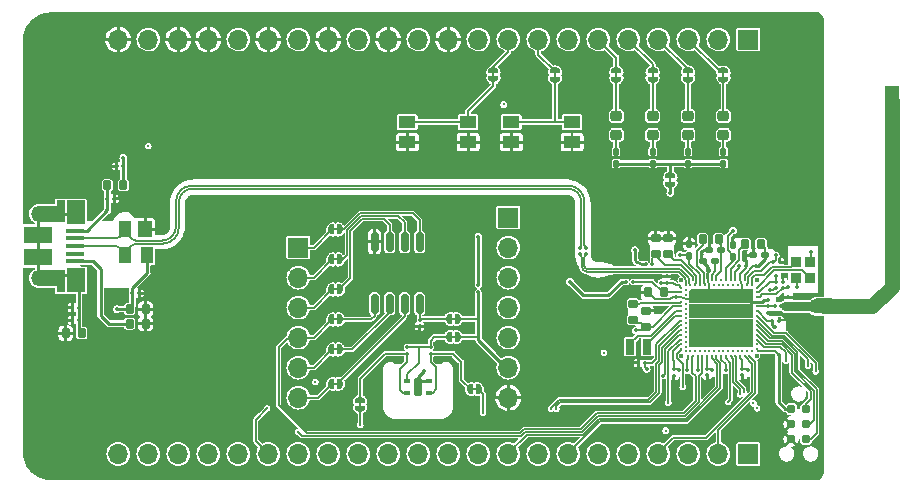
<source format=gbr>
%TF.GenerationSoftware,KiCad,Pcbnew,(6.0.0)*%
%TF.CreationDate,2022-01-14T16:11:58-08:00*%
%TF.ProjectId,nrf5340_qkaa_rev1_sensor,6e726635-3334-4305-9f71-6b61615f7265,rev?*%
%TF.SameCoordinates,Original*%
%TF.FileFunction,Copper,L1,Top*%
%TF.FilePolarity,Positive*%
%FSLAX46Y46*%
G04 Gerber Fmt 4.6, Leading zero omitted, Abs format (unit mm)*
G04 Created by KiCad (PCBNEW (6.0.0)) date 2022-01-14 16:11:58*
%MOMM*%
%LPD*%
G01*
G04 APERTURE LIST*
G04 Aperture macros list*
%AMRoundRect*
0 Rectangle with rounded corners*
0 $1 Rounding radius*
0 $2 $3 $4 $5 $6 $7 $8 $9 X,Y pos of 4 corners*
0 Add a 4 corners polygon primitive as box body*
4,1,4,$2,$3,$4,$5,$6,$7,$8,$9,$2,$3,0*
0 Add four circle primitives for the rounded corners*
1,1,$1+$1,$2,$3*
1,1,$1+$1,$4,$5*
1,1,$1+$1,$6,$7*
1,1,$1+$1,$8,$9*
0 Add four rect primitives between the rounded corners*
20,1,$1+$1,$2,$3,$4,$5,0*
20,1,$1+$1,$4,$5,$6,$7,0*
20,1,$1+$1,$6,$7,$8,$9,0*
20,1,$1+$1,$8,$9,$2,$3,0*%
%AMOutline5P*
0 Free polygon, 5 corners , with rotation*
0 The origin of the aperture is its center*
0 number of corners: always 5*
0 $1 to $10 corner X, Y*
0 $11 Rotation angle, in degrees counterclockwise*
0 create outline with 5 corners*
4,1,5,$1,$2,$3,$4,$5,$6,$7,$8,$9,$10,$1,$2,$11*%
%AMOutline6P*
0 Free polygon, 6 corners , with rotation*
0 The origin of the aperture is its center*
0 number of corners: always 6*
0 $1 to $12 corner X, Y*
0 $13 Rotation angle, in degrees counterclockwise*
0 create outline with 6 corners*
4,1,6,$1,$2,$3,$4,$5,$6,$7,$8,$9,$10,$11,$12,$1,$2,$13*%
%AMOutline7P*
0 Free polygon, 7 corners , with rotation*
0 The origin of the aperture is its center*
0 number of corners: always 7*
0 $1 to $14 corner X, Y*
0 $15 Rotation angle, in degrees counterclockwise*
0 create outline with 7 corners*
4,1,7,$1,$2,$3,$4,$5,$6,$7,$8,$9,$10,$11,$12,$13,$14,$1,$2,$15*%
%AMOutline8P*
0 Free polygon, 8 corners , with rotation*
0 The origin of the aperture is its center*
0 number of corners: always 8*
0 $1 to $16 corner X, Y*
0 $17 Rotation angle, in degrees counterclockwise*
0 create outline with 8 corners*
4,1,8,$1,$2,$3,$4,$5,$6,$7,$8,$9,$10,$11,$12,$13,$14,$15,$16,$1,$2,$17*%
%AMFreePoly0*
4,1,17,0.135355,0.435355,0.150000,0.400000,0.150000,-0.400000,0.135355,-0.435355,0.100000,-0.450000,-0.026780,-0.431772,-0.143288,-0.378564,-0.240087,-0.294687,-0.309334,-0.186937,-0.345420,-0.064042,-0.345420,0.064042,-0.309334,0.186937,-0.240087,0.294687,-0.143288,0.378564,-0.026780,0.431772,0.100000,0.450000,0.135355,0.435355,0.135355,0.435355,$1*%
%AMFreePoly1*
4,1,17,0.026780,0.431772,0.143288,0.378564,0.240087,0.294687,0.309334,0.186937,0.345420,0.064042,0.345420,-0.064042,0.309334,-0.186937,0.240087,-0.294687,0.143288,-0.378564,0.026780,-0.431772,-0.100000,-0.450000,-0.135355,-0.435355,-0.150000,-0.400000,-0.150000,0.400000,-0.135355,0.435355,-0.100000,0.450000,0.026780,0.431772,0.026780,0.431772,$1*%
G04 Aperture macros list end*
%TA.AperFunction,SMDPad,CuDef*%
%ADD10RoundRect,0.054000X-0.096000X0.081000X-0.096000X-0.081000X0.096000X-0.081000X0.096000X0.081000X0*%
%TD*%
%TA.AperFunction,SMDPad,CuDef*%
%ADD11RoundRect,0.150000X0.250000X-0.225000X0.250000X0.225000X-0.250000X0.225000X-0.250000X-0.225000X0*%
%TD*%
%TA.AperFunction,SMDPad,CuDef*%
%ADD12RoundRect,0.150000X-0.225000X-0.250000X0.225000X-0.250000X0.225000X0.250000X-0.225000X0.250000X0*%
%TD*%
%TA.AperFunction,SMDPad,CuDef*%
%ADD13RoundRect,0.100000X-0.150000X0.200000X-0.150000X-0.200000X0.150000X-0.200000X0.150000X0.200000X0*%
%TD*%
%TA.AperFunction,SMDPad,CuDef*%
%ADD14RoundRect,0.054000X0.081000X0.096000X-0.081000X0.096000X-0.081000X-0.096000X0.081000X-0.096000X0*%
%TD*%
%TA.AperFunction,ComponentPad*%
%ADD15C,3.500000*%
%TD*%
%TA.AperFunction,SMDPad,CuDef*%
%ADD16R,0.127000X0.350000*%
%TD*%
%TA.AperFunction,SMDPad,CuDef*%
%ADD17FreePoly0,90.000000*%
%TD*%
%TA.AperFunction,SMDPad,CuDef*%
%ADD18FreePoly1,90.000000*%
%TD*%
%TA.AperFunction,SMDPad,CuDef*%
%ADD19RoundRect,0.100000X0.150000X-0.200000X0.150000X0.200000X-0.150000X0.200000X-0.150000X-0.200000X0*%
%TD*%
%TA.AperFunction,SMDPad,CuDef*%
%ADD20R,0.750000X1.400000*%
%TD*%
%TA.AperFunction,SMDPad,CuDef*%
%ADD21FreePoly1,0.000000*%
%TD*%
%TA.AperFunction,SMDPad,CuDef*%
%ADD22FreePoly0,0.000000*%
%TD*%
%TA.AperFunction,SMDPad,CuDef*%
%ADD23R,0.350000X0.127000*%
%TD*%
%TA.AperFunction,ComponentPad*%
%ADD24R,1.700000X1.700000*%
%TD*%
%TA.AperFunction,ComponentPad*%
%ADD25O,1.700000X1.700000*%
%TD*%
%TA.AperFunction,SMDPad,CuDef*%
%ADD26RoundRect,0.218750X-0.256250X0.218750X-0.256250X-0.218750X0.256250X-0.218750X0.256250X0.218750X0*%
%TD*%
%TA.AperFunction,SMDPad,CuDef*%
%ADD27RoundRect,0.054000X0.096000X-0.081000X0.096000X0.081000X-0.096000X0.081000X-0.096000X-0.081000X0*%
%TD*%
%TA.AperFunction,SMDPad,CuDef*%
%ADD28RoundRect,0.150000X-0.250000X0.225000X-0.250000X-0.225000X0.250000X-0.225000X0.250000X0.225000X0*%
%TD*%
%TA.AperFunction,SMDPad,CuDef*%
%ADD29FreePoly1,180.000000*%
%TD*%
%TA.AperFunction,SMDPad,CuDef*%
%ADD30FreePoly0,180.000000*%
%TD*%
%TA.AperFunction,SMDPad,CuDef*%
%ADD31R,1.200000X1.400000*%
%TD*%
%TA.AperFunction,SMDPad,CuDef*%
%ADD32R,1.000000X1.400000*%
%TD*%
%TA.AperFunction,SMDPad,CuDef*%
%ADD33R,0.850000X0.950000*%
%TD*%
%TA.AperFunction,SMDPad,CuDef*%
%ADD34RoundRect,0.100000X0.200000X0.150000X-0.200000X0.150000X-0.200000X-0.150000X0.200000X-0.150000X0*%
%TD*%
%TA.AperFunction,SMDPad,CuDef*%
%ADD35RoundRect,0.054000X-0.081000X-0.096000X0.081000X-0.096000X0.081000X0.096000X-0.081000X0.096000X0*%
%TD*%
%TA.AperFunction,SMDPad,CuDef*%
%ADD36RoundRect,0.150000X0.225000X0.250000X-0.225000X0.250000X-0.225000X-0.250000X0.225000X-0.250000X0*%
%TD*%
%TA.AperFunction,SMDPad,CuDef*%
%ADD37RoundRect,0.150000X-0.150000X0.675000X-0.150000X-0.675000X0.150000X-0.675000X0.150000X0.675000X0*%
%TD*%
%TA.AperFunction,SMDPad,CuDef*%
%ADD38R,1.450000X1.000000*%
%TD*%
%TA.AperFunction,SMDPad,CuDef*%
%ADD39RoundRect,0.087500X-0.187500X-0.087500X0.187500X-0.087500X0.187500X0.087500X-0.187500X0.087500X0*%
%TD*%
%TA.AperFunction,SMDPad,CuDef*%
%ADD40RoundRect,0.175000X-0.175000X-0.625000X0.175000X-0.625000X0.175000X0.625000X-0.175000X0.625000X0*%
%TD*%
%TA.AperFunction,SMDPad,CuDef*%
%ADD41C,0.787000*%
%TD*%
%TA.AperFunction,SMDPad,CuDef*%
%ADD42C,0.400000*%
%TD*%
%TA.AperFunction,SMDPad,CuDef*%
%ADD43C,0.225000*%
%TD*%
%TA.AperFunction,SMDPad,CuDef*%
%ADD44R,1.350000X1.250000*%
%TD*%
%TA.AperFunction,SMDPad,CuDef*%
%ADD45Outline5P,-0.675000X0.375000X-0.425000X0.625000X0.675000X0.625000X0.675000X-0.625000X-0.675000X-0.625000X0.000000*%
%TD*%
%TA.AperFunction,SMDPad,CuDef*%
%ADD46R,0.635000X0.635000*%
%TD*%
%TA.AperFunction,SMDPad,CuDef*%
%ADD47RoundRect,0.635000X-0.635000X0.000000X-0.635000X0.000000X0.635000X0.000000X0.635000X0.000000X0*%
%TD*%
%TA.AperFunction,SMDPad,CuDef*%
%ADD48R,1.270000X2.540000*%
%TD*%
%TA.AperFunction,SMDPad,CuDef*%
%ADD49R,1.650000X0.400000*%
%TD*%
%TA.AperFunction,SMDPad,CuDef*%
%ADD50R,2.400000X1.430000*%
%TD*%
%TA.AperFunction,SMDPad,CuDef*%
%ADD51R,0.700000X1.825000*%
%TD*%
%TA.AperFunction,ComponentPad*%
%ADD52O,1.700000X1.350000*%
%TD*%
%TA.AperFunction,ComponentPad*%
%ADD53O,1.500000X1.100000*%
%TD*%
%TA.AperFunction,SMDPad,CuDef*%
%ADD54R,2.000000X1.350000*%
%TD*%
%TA.AperFunction,SMDPad,CuDef*%
%ADD55R,1.500000X2.000000*%
%TD*%
%TA.AperFunction,ViaPad*%
%ADD56C,0.254000*%
%TD*%
%TA.AperFunction,ViaPad*%
%ADD57C,0.152400*%
%TD*%
%TA.AperFunction,ViaPad*%
%ADD58C,0.500000*%
%TD*%
%TA.AperFunction,ViaPad*%
%ADD59C,0.355600*%
%TD*%
%TA.AperFunction,Conductor*%
%ADD60C,0.177800*%
%TD*%
%TA.AperFunction,Conductor*%
%ADD61C,0.127000*%
%TD*%
%TA.AperFunction,Conductor*%
%ADD62C,0.180000*%
%TD*%
%TA.AperFunction,Conductor*%
%ADD63C,0.241300*%
%TD*%
%TA.AperFunction,Conductor*%
%ADD64C,0.200000*%
%TD*%
%TA.AperFunction,Conductor*%
%ADD65C,0.203200*%
%TD*%
%TA.AperFunction,Conductor*%
%ADD66C,0.150000*%
%TD*%
%TA.AperFunction,Conductor*%
%ADD67C,0.225000*%
%TD*%
%TA.AperFunction,Conductor*%
%ADD68C,0.220000*%
%TD*%
%TA.AperFunction,Conductor*%
%ADD69C,0.240000*%
%TD*%
%TA.AperFunction,Conductor*%
%ADD70C,0.152400*%
%TD*%
%TA.AperFunction,Conductor*%
%ADD71C,0.762000*%
%TD*%
%TA.AperFunction,Conductor*%
%ADD72C,1.270000*%
%TD*%
%TA.AperFunction,Conductor*%
%ADD73C,0.760000*%
%TD*%
G04 APERTURE END LIST*
D10*
%TO.P,R2,1*%
%TO.N,VDD*%
X72700000Y-76035000D03*
%TO.P,R2,2*%
%TO.N,/P1.02{slash}I2C*%
X72700000Y-76605000D03*
%TD*%
%TO.P,C19,1*%
%TO.N,VDD*%
X73770000Y-73715000D03*
%TO.P,C19,2*%
%TO.N,GND*%
X73770000Y-74285000D03*
%TD*%
%TO.P,C10,1*%
%TO.N,VDD*%
X95300000Y-77905000D03*
%TO.P,C10,2*%
%TO.N,GND*%
X95300000Y-78475000D03*
%TD*%
D11*
%TO.P,C17,1*%
%TO.N,/Radio Sheet/VBUS_NET*%
X93750000Y-68175000D03*
%TO.P,C17,2*%
%TO.N,GND*%
X93750000Y-66825000D03*
%TD*%
D10*
%TO.P,C12,1*%
%TO.N,VDD*%
X101100000Y-77865000D03*
%TO.P,C12,2*%
%TO.N,GND*%
X101100000Y-78435000D03*
%TD*%
D12*
%TO.P,FB1,1,1*%
%TO.N,/VBUS_CONN*%
X47340000Y-62350000D03*
%TO.P,FB1,2,2*%
%TO.N,VBUS*%
X48690000Y-62350000D03*
%TD*%
D13*
%TO.P,R6,1*%
%TO.N,Net-(D2-Pad2)*%
X99500000Y-59500000D03*
%TO.P,R6,2*%
%TO.N,VDD*%
X99500000Y-60500000D03*
%TD*%
D12*
%TO.P,FB2,1,1*%
%TO.N,/USB_GND*%
X49215000Y-74050000D03*
%TO.P,FB2,2,2*%
%TO.N,GND*%
X50565000Y-74050000D03*
%TD*%
D14*
%TO.P,C9,1*%
%TO.N,VDD*%
X92865000Y-77380000D03*
%TO.P,C9,2*%
%TO.N,GND*%
X92295000Y-77380000D03*
%TD*%
D15*
%TO.P,H2,1,1*%
%TO.N,GND*%
X42400000Y-85100000D03*
%TD*%
D16*
%TO.P,SB10,1*%
%TO.N,/P1.11*%
X99500000Y-52975000D03*
D17*
X99500000Y-53300000D03*
D18*
X99500000Y-52700000D03*
%TD*%
D19*
%TO.P,C20,1*%
%TO.N,VDD*%
X96600000Y-68300000D03*
%TO.P,C20,2*%
%TO.N,GND*%
X96600000Y-67300000D03*
%TD*%
D20*
%TO.P,X2,1,1*%
%TO.N,/Radio Sheet/XL2*%
X93035001Y-76029998D03*
%TO.P,X2,2,2*%
%TO.N,/Radio Sheet/XL1*%
X91585001Y-76029998D03*
%TD*%
D21*
%TO.P,SB5,1*%
%TO.N,/P0.17{slash}QSPI_CLK*%
X66960000Y-76240000D03*
D22*
X66360000Y-76240000D03*
D23*
X66685000Y-76240000D03*
%TD*%
D24*
%TO.P,P1,1,Pin_1*%
%TO.N,/P0.27{slash}AIN6*%
X101600000Y-85090000D03*
D25*
%TO.P,P1,2,Pin_2*%
%TO.N,/P0.26{slash}AIN5*%
X99060000Y-85090000D03*
%TO.P,P1,3,Pin_3*%
%TO.N,/P0.25{slash}AIN4*%
X96520000Y-85090000D03*
%TO.P,P1,4,Pin_4*%
%TO.N,/P0.24*%
X93980000Y-85090000D03*
%TO.P,P1,5,Pin_5*%
%TO.N,/P0.23*%
X91440000Y-85090000D03*
%TO.P,P1,6,Pin_6*%
%TO.N,/P0.22*%
X88900000Y-85090000D03*
%TO.P,P1,7,Pin_7*%
%TO.N,/P0.21*%
X86360000Y-85090000D03*
%TO.P,P1,8,Pin_8*%
%TO.N,/P0.20*%
X83820000Y-85090000D03*
%TO.P,P1,9,Pin_9*%
%TO.N,/P0.19*%
X81280000Y-85090000D03*
%TO.P,P1,10,Pin_10*%
%TO.N,/P1.10*%
X78740000Y-85090000D03*
%TO.P,P1,11,Pin_11*%
%TO.N,/P1.09*%
X76200000Y-85090000D03*
%TO.P,P1,12,Pin_12*%
%TO.N,/P1.08*%
X73660000Y-85090000D03*
%TO.P,P1,13,Pin_13*%
%TO.N,/P1.07*%
X71120000Y-85090000D03*
%TO.P,P1,14,Pin_14*%
%TO.N,/P1.06*%
X68580000Y-85090000D03*
%TO.P,P1,15,Pin_15*%
%TO.N,/P1.05*%
X66040000Y-85090000D03*
%TO.P,P1,16,Pin_16*%
%TO.N,/P1.04*%
X63500000Y-85090000D03*
%TO.P,P1,17,Pin_17*%
%TO.N,/P1.03{slash}I2C*%
X60960000Y-85090000D03*
%TO.P,P1,18,Pin_18*%
%TO.N,/P1.02{slash}I2C*%
X58420000Y-85090000D03*
%TO.P,P1,19,Pin_19*%
%TO.N,/P0.03{slash}NFC2*%
X55880000Y-85090000D03*
%TO.P,P1,20,Pin_20*%
%TO.N,/P0.02{slash}NFC1*%
X53340000Y-85090000D03*
%TO.P,P1,21,Pin_21*%
%TO.N,/P0.29*%
X50800000Y-85090000D03*
%TO.P,P1,22,Pin_22*%
%TO.N,/P0.28{slash}AIN7*%
X48260000Y-85090000D03*
%TD*%
D10*
%TO.P,C14,1*%
%TO.N,VDD*%
X103920000Y-70495000D03*
%TO.P,C14,2*%
%TO.N,GND*%
X103920000Y-71065000D03*
%TD*%
D21*
%TO.P,SB3,1*%
%TO.N,/P0.15{slash}QSPI_2*%
X66960000Y-71160000D03*
D22*
X66360000Y-71160000D03*
D23*
X66685000Y-71160000D03*
%TD*%
D26*
%TO.P,D3,1,K*%
%TO.N,/P1.12*%
X96500000Y-56482500D03*
%TO.P,D3,2,A*%
%TO.N,Net-(D3-Pad2)*%
X96500000Y-58057500D03*
%TD*%
D27*
%TO.P,C2,1*%
%TO.N,/RF*%
X104990000Y-72375000D03*
%TO.P,C2,2*%
%TO.N,GND*%
X104990000Y-71805000D03*
%TD*%
D26*
%TO.P,D2,1,K*%
%TO.N,/P1.11*%
X99500000Y-56482500D03*
%TO.P,D2,2,A*%
%TO.N,Net-(D2-Pad2)*%
X99500000Y-58057500D03*
%TD*%
D16*
%TO.P,SB13,1*%
%TO.N,/P1.14*%
X90430000Y-52975000D03*
D18*
X90430000Y-52700000D03*
D17*
X90430000Y-53300000D03*
%TD*%
D14*
%TO.P,C32,1*%
%TO.N,VBUS*%
X48691500Y-60725000D03*
%TO.P,C32,2*%
%TO.N,GND*%
X48121500Y-60725000D03*
%TD*%
%TO.P,C30,1*%
%TO.N,/SHIELD*%
X44925000Y-73750000D03*
%TO.P,C30,2*%
%TO.N,GND*%
X44355000Y-73750000D03*
%TD*%
D22*
%TO.P,SB7,1*%
%TO.N,VDD*%
X76330000Y-75170000D03*
D21*
X76930000Y-75170000D03*
D23*
X76655000Y-75170000D03*
%TD*%
D28*
%TO.P,L4,1,1*%
%TO.N,/Radio Sheet/DCCH*%
X91840000Y-72365000D03*
%TO.P,L4,2,2*%
%TO.N,VDD*%
X91840000Y-73715000D03*
%TD*%
D29*
%TO.P,SB0,1*%
%TO.N,VDD*%
X76330000Y-73650000D03*
D23*
X76605000Y-73650000D03*
D30*
X76930000Y-73650000D03*
%TD*%
D10*
%TO.P,R54,1*%
%TO.N,/D\u002A_N*%
X87880000Y-67628479D03*
%TO.P,R54,2*%
%TO.N,/Radio Sheet/D_N*%
X87880000Y-68198479D03*
%TD*%
D31*
%TO.P,D1,1,GND*%
%TO.N,GND*%
X50535000Y-66050000D03*
D32*
%TO.P,D1,2,I/O1*%
%TO.N,/D\u002A_N*%
X48815000Y-66050000D03*
%TO.P,D1,3,I/O2*%
%TO.N,/D\u002A_P*%
X48815000Y-68250000D03*
%TO.P,D1,4,VCC*%
%TO.N,/VBUS_CONN*%
X50715000Y-68250000D03*
%TD*%
D33*
%TO.P,X1,1,1*%
%TO.N,/Radio Sheet/XC1*%
X106795000Y-70200000D03*
%TO.P,X1,2,2*%
%TO.N,GND*%
X105645000Y-70200000D03*
%TO.P,X1,3,3*%
%TO.N,/Radio Sheet/XC2*%
X105645000Y-68800000D03*
%TO.P,X1,4,4*%
%TO.N,GND*%
X106795000Y-68800000D03*
%TD*%
D21*
%TO.P,SB6,1*%
%TO.N,/P0.16{slash}QSPI_3*%
X66960000Y-79140000D03*
D23*
X66685000Y-79140000D03*
D22*
X66360000Y-79140000D03*
%TD*%
D34*
%TO.P,C3,1*%
%TO.N,/Radio Sheet/DECR*%
X103010000Y-68260000D03*
%TO.P,C3,2*%
%TO.N,GND*%
X102010000Y-68260000D03*
%TD*%
D35*
%TO.P,C15,1*%
%TO.N,VDD*%
X103705000Y-68840000D03*
%TO.P,C15,2*%
%TO.N,GND*%
X104275000Y-68840000D03*
%TD*%
D36*
%TO.P,L3,1,1*%
%TO.N,/Radio Sheet/DECD*%
X99085000Y-66890000D03*
%TO.P,L3,2,2*%
%TO.N,/Radio Sheet/DCCD*%
X97735000Y-66890000D03*
%TD*%
D14*
%TO.P,R55,1*%
%TO.N,/SHIELD*%
X44925000Y-72700000D03*
%TO.P,R55,2*%
%TO.N,GND*%
X44355000Y-72700000D03*
%TD*%
D13*
%TO.P,R8,1*%
%TO.N,Net-(D4-Pad2)*%
X93500000Y-59500000D03*
%TO.P,R8,2*%
%TO.N,VDD*%
X93500000Y-60500000D03*
%TD*%
D15*
%TO.P,H1,1,1*%
%TO.N,GND*%
X42400000Y-49900000D03*
%TD*%
D19*
%TO.P,C16,1*%
%TO.N,VDD*%
X100300000Y-68375000D03*
%TO.P,C16,2*%
%TO.N,GND*%
X100300000Y-67375000D03*
%TD*%
D35*
%TO.P,C31,1*%
%TO.N,/VBUS_CONN*%
X49455000Y-71475000D03*
%TO.P,C31,2*%
%TO.N,GND*%
X50025000Y-71475000D03*
%TD*%
D36*
%TO.P,FB3,1,1*%
%TO.N,/SHIELD*%
X45165000Y-74850000D03*
%TO.P,FB3,2,2*%
%TO.N,GND*%
X43815000Y-74850000D03*
%TD*%
D37*
%TO.P,U2,1,~{CS}*%
%TO.N,/P0.18{slash}QSPI_CS*%
X73770000Y-67120000D03*
%TO.P,U2,2,SO/SIO1*%
%TO.N,/P0.14{slash}QSPI_1*%
X72500000Y-67120000D03*
%TO.P,U2,3,~{WP}/SIO2*%
%TO.N,/P0.15{slash}QSPI_2*%
X71230000Y-67120000D03*
%TO.P,U2,4,GND*%
%TO.N,GND*%
X69960000Y-67120000D03*
%TO.P,U2,5,SI/SIO0*%
%TO.N,/P0.13{slash}QSPI_0*%
X69960000Y-72370000D03*
%TO.P,U2,6,SCLK*%
%TO.N,/P0.17{slash}QSPI_CLK*%
X71230000Y-72370000D03*
%TO.P,U2,7,~{HOLD}/SIO3*%
%TO.N,/P0.16{slash}QSPI_3*%
X72500000Y-72370000D03*
%TO.P,U2,8,VCC*%
%TO.N,VDD*%
X73770000Y-72370000D03*
%TD*%
D10*
%TO.P,R3,1*%
%TO.N,VDD*%
X74700000Y-76035000D03*
%TO.P,R3,2*%
%TO.N,/P1.03{slash}I2C*%
X74700000Y-76605000D03*
%TD*%
D36*
%TO.P,L2,1,1*%
%TO.N,/Radio Sheet/DECR*%
X102675000Y-67310000D03*
%TO.P,L2,2,2*%
%TO.N,/Radio Sheet/DCC*%
X101325000Y-67310000D03*
%TD*%
D10*
%TO.P,C11,1*%
%TO.N,VDD*%
X98110000Y-77865000D03*
%TO.P,C11,2*%
%TO.N,GND*%
X98110000Y-78435000D03*
%TD*%
D11*
%TO.P,C18,1*%
%TO.N,/Radio Sheet/DECUSB*%
X94825000Y-68175000D03*
%TO.P,C18,2*%
%TO.N,GND*%
X94825000Y-66825000D03*
%TD*%
D18*
%TO.P,SB14,1*%
%TO.N,/P1.00*%
X85250000Y-52700000D03*
D16*
X85250000Y-52975000D03*
D17*
X85250000Y-53300000D03*
%TD*%
D22*
%TO.P,SB2,1*%
%TO.N,/P0.14{slash}QSPI_1*%
X66350000Y-68620000D03*
D21*
X66950000Y-68620000D03*
D23*
X66675000Y-68620000D03*
%TD*%
D12*
%TO.P,C34,1*%
%TO.N,/VBUS_CONN*%
X49215000Y-72825000D03*
%TO.P,C34,2*%
%TO.N,GND*%
X50565000Y-72825000D03*
%TD*%
D36*
%TO.P,C22,1*%
%TO.N,/VDDH*%
X94450000Y-71410000D03*
%TO.P,C22,2*%
%TO.N,GND*%
X93100000Y-71410000D03*
%TD*%
D23*
%TO.P,SB1,1*%
%TO.N,/P0.18{slash}QSPI_CS*%
X66685000Y-66080000D03*
D22*
X66360000Y-66080000D03*
D21*
X66960000Y-66080000D03*
%TD*%
D38*
%TO.P,SW1,1,1*%
%TO.N,/P1.00*%
X81525000Y-56990000D03*
X86675000Y-56990000D03*
%TO.P,SW1,2,2*%
%TO.N,GND*%
X86675000Y-58690000D03*
X81525000Y-58690000D03*
%TD*%
D26*
%TO.P,D5,1,K*%
%TO.N,/P1.14*%
X90430000Y-56482500D03*
%TO.P,D5,2,A*%
%TO.N,Net-(D5-Pad2)*%
X90430000Y-58057500D03*
%TD*%
D27*
%TO.P,C1,1*%
%TO.N,/Radio Sheet/ANT*%
X103250000Y-72600000D03*
%TO.P,C1,2*%
%TO.N,GND*%
X103250000Y-72030000D03*
%TD*%
D23*
%TO.P,SB4,1*%
%TO.N,/P0.13{slash}QSPI_0*%
X66685000Y-73700000D03*
D22*
X66360000Y-73700000D03*
D21*
X66960000Y-73700000D03*
%TD*%
D39*
%TO.P,U4,1,VDD*%
%TO.N,VDD*%
X72745000Y-78900000D03*
%TO.P,U4,2,SCL*%
%TO.N,/P1.02{slash}I2C*%
X72745000Y-79900000D03*
%TO.P,U4,3,SDA*%
%TO.N,/P1.03{slash}I2C*%
X74595000Y-79900000D03*
%TO.P,U4,4,VSS*%
%TO.N,GND*%
X74595000Y-78900000D03*
D40*
%TO.P,U4,5,PAD*%
X73670000Y-79400000D03*
%TD*%
D34*
%TO.P,C7,1*%
%TO.N,/Radio Sheet/DECA*%
X98800000Y-68770000D03*
%TO.P,C7,2*%
%TO.N,GND*%
X97800000Y-68770000D03*
%TD*%
D10*
%TO.P,R53,1*%
%TO.N,/D\u002A_P*%
X87320000Y-67628479D03*
%TO.P,R53,2*%
%TO.N,/Radio Sheet/D_P*%
X87320000Y-68198479D03*
%TD*%
D35*
%TO.P,C6,1*%
%TO.N,/Radio Sheet/DECN*%
X100855000Y-69210000D03*
%TO.P,C6,2*%
%TO.N,GND*%
X101425000Y-69210000D03*
%TD*%
%TO.P,L1,1,1*%
%TO.N,/Radio Sheet/ANT*%
X103835000Y-72600000D03*
%TO.P,L1,2,2*%
%TO.N,/RF*%
X104405000Y-72600000D03*
%TD*%
D27*
%TO.P,C8,1*%
%TO.N,VDD*%
X94680000Y-70605000D03*
%TO.P,C8,2*%
%TO.N,GND*%
X94680000Y-70035000D03*
%TD*%
D24*
%TO.P,P3,1,Pin_1*%
%TO.N,/P0.08{slash}TRACEDATA_3*%
X81280000Y-65080007D03*
D25*
%TO.P,P3,2,Pin_2*%
%TO.N,/P0.09{slash}TRACEDATA_2*%
X81280000Y-67620007D03*
%TO.P,P3,3,Pin_3*%
%TO.N,/P0.10{slash}TRACEDATA_1*%
X81280000Y-70160007D03*
%TO.P,P3,4,Pin_4*%
%TO.N,/P0.11{slash}TRACEDATA_0*%
X81280000Y-72700007D03*
%TO.P,P3,5,Pin_5*%
%TO.N,/P0.12{slash}TRACECLK*%
X81280000Y-75240007D03*
%TO.P,P3,6,Pin_6*%
%TO.N,VDD*%
X81280000Y-77780007D03*
%TO.P,P3,7,Pin_7*%
%TO.N,GND*%
X81280000Y-80320007D03*
%TD*%
D13*
%TO.P,R7,1*%
%TO.N,Net-(D3-Pad2)*%
X96500000Y-59500000D03*
%TO.P,R7,2*%
%TO.N,VDD*%
X96500000Y-60500000D03*
%TD*%
D35*
%TO.P,R1,1*%
%TO.N,VBUS*%
X92915000Y-69000000D03*
%TO.P,R1,2*%
%TO.N,/Radio Sheet/VBUS_NET*%
X93485000Y-69000000D03*
%TD*%
D13*
%TO.P,R9,1*%
%TO.N,Net-(D5-Pad2)*%
X90420000Y-59500000D03*
%TO.P,R9,2*%
%TO.N,VDD*%
X90420000Y-60500000D03*
%TD*%
D18*
%TO.P,SB15,1*%
%TO.N,/P1.01*%
X80020000Y-52690000D03*
D17*
X80020000Y-53290000D03*
D16*
X80020000Y-52965000D03*
%TD*%
D35*
%TO.P,R4,1*%
%TO.N,/VDDH_EXT*%
X91265000Y-70520000D03*
%TO.P,R4,2*%
%TO.N,/VDDH*%
X91835000Y-70520000D03*
%TD*%
D17*
%TO.P,SB8,1*%
%TO.N,/P1.02{slash}I2C*%
X68740000Y-81190000D03*
D16*
X68740000Y-80865000D03*
D18*
X68740000Y-80590000D03*
%TD*%
D11*
%TO.P,C21,1*%
%TO.N,VDD*%
X92930000Y-74325000D03*
%TO.P,C21,2*%
%TO.N,GND*%
X92930000Y-72975000D03*
%TD*%
D24*
%TO.P,P2,1,Pin_1*%
%TO.N,/P0.30*%
X101600000Y-50000000D03*
D25*
%TO.P,P2,2,Pin_2*%
%TO.N,/P0.31*%
X99060000Y-50000000D03*
%TO.P,P2,3,Pin_3*%
%TO.N,/P1.11*%
X96520000Y-50000000D03*
%TO.P,P2,4,Pin_4*%
%TO.N,/P1.12*%
X93980000Y-50000000D03*
%TO.P,P2,5,Pin_5*%
%TO.N,/P1.13*%
X91440000Y-50000000D03*
%TO.P,P2,6,Pin_6*%
%TO.N,/P1.14*%
X88900000Y-50000000D03*
%TO.P,P2,7,Pin_7*%
%TO.N,/P1.15*%
X86360000Y-50000000D03*
%TO.P,P2,8,Pin_8*%
%TO.N,/P1.00*%
X83820000Y-50000000D03*
%TO.P,P2,9,Pin_9*%
%TO.N,/P1.01*%
X81280000Y-50000000D03*
%TO.P,P2,10,Pin_10*%
%TO.N,/VDDH_EXT*%
X78740000Y-50000000D03*
%TO.P,P2,11,Pin_11*%
%TO.N,GND*%
X76200000Y-50000000D03*
%TO.P,P2,12,Pin_12*%
%TO.N,/P0.04{slash}AIN0*%
X73660000Y-50000000D03*
%TO.P,P2,13,Pin_13*%
%TO.N,GND*%
X71120000Y-50000000D03*
%TO.P,P2,14,Pin_14*%
%TO.N,/P0.05{slash}AIN1*%
X68580000Y-50000000D03*
%TO.P,P2,15,Pin_15*%
%TO.N,GND*%
X66040000Y-50000000D03*
%TO.P,P2,16,Pin_16*%
%TO.N,/P0.06{slash}AIN2*%
X63500000Y-50000000D03*
%TO.P,P2,17,Pin_17*%
%TO.N,GND*%
X60960000Y-50000000D03*
%TO.P,P2,18,Pin_18*%
%TO.N,/P0.07{slash}AIN3*%
X58420000Y-50000000D03*
%TO.P,P2,19,Pin_19*%
%TO.N,GND*%
X55880000Y-50000000D03*
%TO.P,P2,20,Pin_20*%
X53340000Y-50000000D03*
%TO.P,P2,21,Pin_21*%
%TO.N,/VDD_EXT*%
X50800000Y-50000000D03*
%TO.P,P2,22,Pin_22*%
%TO.N,GND*%
X48260000Y-50000000D03*
%TD*%
D10*
%TO.P,R5,1*%
%TO.N,/VDD_EXT*%
X78750000Y-70815000D03*
%TO.P,R5,2*%
%TO.N,VDD*%
X78750000Y-71385000D03*
%TD*%
D35*
%TO.P,C13,1*%
%TO.N,VDD*%
X103645000Y-73790000D03*
%TO.P,C13,2*%
%TO.N,GND*%
X104215000Y-73790000D03*
%TD*%
%TO.P,C33,1*%
%TO.N,/VBUS_CONN*%
X47342000Y-63475000D03*
%TO.P,C33,2*%
%TO.N,GND*%
X47912000Y-63475000D03*
%TD*%
D38*
%TO.P,SW2,1,1*%
%TO.N,/P1.01*%
X77875000Y-56990000D03*
X72725000Y-56990000D03*
%TO.P,SW2,2,2*%
%TO.N,GND*%
X72725000Y-58690000D03*
X77875000Y-58690000D03*
%TD*%
D24*
%TO.P,P4,1,Pin_1*%
%TO.N,/P0.18{slash}QSPI_CS*%
X63500000Y-67620007D03*
D25*
%TO.P,P4,2,Pin_2*%
%TO.N,/P0.14{slash}QSPI_1*%
X63500000Y-70160007D03*
%TO.P,P4,3,Pin_3*%
%TO.N,/P0.15{slash}QSPI_2*%
X63500000Y-72700007D03*
%TO.P,P4,4,Pin_4*%
%TO.N,/P0.13{slash}QSPI_0*%
X63500000Y-75240007D03*
%TO.P,P4,5,Pin_5*%
%TO.N,/P0.17{slash}QSPI_CLK*%
X63500000Y-77780007D03*
%TO.P,P4,6,Pin_6*%
%TO.N,/P0.16{slash}QSPI_3*%
X63500000Y-80320007D03*
%TD*%
D41*
%TO.P,SWD1,1,Pin_1*%
%TO.N,VDD*%
X105225000Y-81280000D03*
%TO.P,SWD1,2,Pin_2*%
%TO.N,/Radio Sheet/~{RESET}*%
X106495000Y-81280000D03*
%TO.P,SWD1,3,Pin_3*%
%TO.N,GND*%
X105225000Y-82550000D03*
%TO.P,SWD1,4,Pin_4*%
%TO.N,/SWDDIO*%
X106495000Y-82550000D03*
%TO.P,SWD1,5,Pin_5*%
%TO.N,GND*%
X105225000Y-83820000D03*
%TO.P,SWD1,6,Pin_6*%
%TO.N,/SWDCLK*%
X106495000Y-83820000D03*
%TD*%
D42*
%TO.P,U1,A1*%
%TO.N,/Radio Sheet/M_A1*%
X95900000Y-70400000D03*
D43*
%TO.P,U1,A5,VBUS*%
%TO.N,/Radio Sheet/VBUS_NET*%
X96900000Y-70400000D03*
%TO.P,U1,A13,DECA*%
%TO.N,/Radio Sheet/DECA*%
X98500000Y-70400000D03*
%TO.P,U1,A15,DECD*%
%TO.N,/Radio Sheet/DECD*%
X98900000Y-70400000D03*
%TO.P,U1,A17,P1.13*%
%TO.N,/P1.13*%
X99300000Y-70400000D03*
%TO.P,U1,A19,VDD*%
%TO.N,VDD*%
X99700000Y-70400000D03*
%TO.P,U1,A21,DCC*%
%TO.N,/Radio Sheet/DCC*%
X100100000Y-70400000D03*
%TO.P,U1,A23,DECN*%
%TO.N,/Radio Sheet/DECN*%
X100500000Y-70400000D03*
%TO.P,U1,A25,VSS*%
%TO.N,GND*%
X100900000Y-70400000D03*
%TO.P,U1,A27,DECR*%
%TO.N,/Radio Sheet/DECR*%
X101300000Y-70400000D03*
D42*
%TO.P,U1,A31*%
%TO.N,/Radio Sheet/M_A31*%
X102300000Y-70400000D03*
D43*
%TO.P,U1,AA1,P0.03/NFC2*%
%TO.N,/P0.03{slash}NFC2*%
X95900000Y-74600000D03*
%TO.P,U1,AA31,SWDIO*%
%TO.N,/SWDDIO*%
X102300000Y-74600000D03*
%TO.P,U1,AB2,P0.06/AIN2*%
%TO.N,/P0.06{slash}AIN2*%
X96300000Y-74800000D03*
%TO.P,U1,AC1,VDD*%
%TO.N,VDD*%
X95900000Y-75000000D03*
%TO.P,U1,AC31,~{RESET}*%
%TO.N,/Radio Sheet/~{RESET}*%
X102300000Y-75000000D03*
%TO.P,U1,AD2,P0.07/AIN3*%
%TO.N,/P0.07{slash}AIN3*%
X96300000Y-75200000D03*
%TO.P,U1,AE1,P1.02/I2C*%
%TO.N,/P1.02{slash}I2C*%
X95900000Y-75400000D03*
%TO.P,U1,AE31,P0.28/AIN7*%
%TO.N,/P0.28{slash}AIN7*%
X102300000Y-75400000D03*
%TO.P,U1,AF2,P1.03/I2C*%
%TO.N,/P1.03{slash}I2C*%
X96300000Y-75600000D03*
%TO.P,U1,AG1,VDD*%
%TO.N,VDD*%
X95900000Y-75800000D03*
%TO.P,U1,AG31*%
%TO.N,N/C*%
X102300000Y-75800000D03*
%TO.P,U1,AH2,P0.08/TRACEDATA[3]*%
%TO.N,/P0.08{slash}TRACEDATA_3*%
X96300000Y-76000000D03*
%TO.P,U1,AJ1,P0.09/TRACEDATA[2]*%
%TO.N,/P0.09{slash}TRACEDATA_2*%
X95900000Y-76200000D03*
%TO.P,U1,AJ31,VDD*%
%TO.N,VDD*%
X102300000Y-76200000D03*
%TO.P,U1,AK2,P0.10/TRACEDATA[1]*%
%TO.N,/P0.10{slash}TRACEDATA_1*%
X96300000Y-76400000D03*
%TO.P,U1,AK4,P0.11/TRACEDATA[0]*%
%TO.N,/P0.11{slash}TRACEDATA_0*%
X96700000Y-76400000D03*
%TO.P,U1,AK6,P0.12/TRACECLK*%
%TO.N,/P0.12{slash}TRACECLK*%
X97100000Y-76400000D03*
%TO.P,U1,AK8,P0.14/QSPI[1]*%
%TO.N,/P0.14{slash}QSPI_1*%
X97500000Y-76400000D03*
%TO.P,U1,AK10,P0.15/QSPI[2]*%
%TO.N,/P0.15{slash}QSPI_2*%
X97900000Y-76400000D03*
%TO.P,U1,AK12,P0.17/QSPI_CLK*%
%TO.N,/P0.17{slash}QSPI_CLK*%
X98300000Y-76400000D03*
%TO.P,U1,AK14,P0.18/QSPI_CS*%
%TO.N,/P0.18{slash}QSPI_CS*%
X98700000Y-76400000D03*
%TO.P,U1,AK16,P0.20*%
%TO.N,/P0.20*%
X99100000Y-76400000D03*
%TO.P,U1,AK18,P0.22*%
%TO.N,/P0.22*%
X99500000Y-76400000D03*
%TO.P,U1,AK20,P0.23*%
%TO.N,/P0.23*%
X99900000Y-76400000D03*
%TO.P,U1,AK22,P1.05*%
%TO.N,/P1.05*%
X100300000Y-76400000D03*
%TO.P,U1,AK24,P1.07*%
%TO.N,/P1.07*%
X100700000Y-76400000D03*
%TO.P,U1,AK26,P1.09*%
%TO.N,/P1.09*%
X101100000Y-76400000D03*
%TO.P,U1,AK28,P0.25/AIN4*%
%TO.N,/P0.25{slash}AIN4*%
X101500000Y-76400000D03*
%TO.P,U1,AK30,P0.27/AIN6*%
%TO.N,/P0.27{slash}AIN6*%
X101900000Y-76400000D03*
D42*
%TO.P,U1,AL1*%
%TO.N,/Radio Sheet/M_AL1*%
X95900000Y-76800000D03*
D43*
%TO.P,U1,AL3,VDD*%
%TO.N,VDD*%
X96500000Y-76800000D03*
%TO.P,U1,AL5,P0.13/QSPI[0]*%
%TO.N,/P0.13{slash}QSPI_0*%
X96900000Y-76800000D03*
%TO.P,U1,AL7,VDD*%
%TO.N,VDD*%
X97300000Y-76800000D03*
%TO.P,U1,AL9,P0.16/QSPI[3]*%
%TO.N,/P0.16{slash}QSPI_3*%
X97700000Y-76800000D03*
%TO.P,U1,AL11,VDD*%
%TO.N,VDD*%
X98100000Y-76800000D03*
%TO.P,U1,AL13,P0.19*%
%TO.N,/P0.19*%
X98500000Y-76800000D03*
%TO.P,U1,AL15,P0.21*%
%TO.N,/P0.21*%
X98900000Y-76800000D03*
%TO.P,U1,AL17,VDD*%
%TO.N,VDD*%
X99300000Y-76800000D03*
%TO.P,U1,AL19,P1.04*%
%TO.N,/P1.04*%
X99700000Y-76800000D03*
%TO.P,U1,AL21,P1.06*%
%TO.N,/P1.06*%
X100100000Y-76800000D03*
%TO.P,U1,AL23,P1.08*%
%TO.N,/P1.08*%
X100500000Y-76800000D03*
%TO.P,U1,AL25,VDD*%
%TO.N,VDD*%
X100900000Y-76800000D03*
%TO.P,U1,AL27,P0.24*%
%TO.N,/P0.24*%
X101300000Y-76800000D03*
%TO.P,U1,AL29,P0.26/AIN5*%
%TO.N,/P0.26{slash}AIN5*%
X101700000Y-76800000D03*
D42*
%TO.P,U1,AL31*%
%TO.N,/Radio Sheet/M_AL31*%
X102300000Y-76800000D03*
D43*
%TO.P,U1,B2,D+*%
%TO.N,/Radio Sheet/D_P*%
X96300000Y-70800000D03*
%TO.P,U1,B4,D-*%
%TO.N,/Radio Sheet/D_N*%
X96700000Y-70800000D03*
%TO.P,U1,B6,DECUSB*%
%TO.N,/Radio Sheet/DECUSB*%
X97100000Y-70800000D03*
%TO.P,U1,B8,VDD*%
%TO.N,VDD*%
X97500000Y-70800000D03*
%TO.P,U1,B10,DCCD*%
%TO.N,/Radio Sheet/DCCD*%
X97900000Y-70800000D03*
%TO.P,U1,B12,VSS*%
%TO.N,GND*%
X98300000Y-70800000D03*
%TO.P,U1,B14,P1.15*%
%TO.N,/P1.15*%
X98700000Y-70800000D03*
%TO.P,U1,B16,P1.14*%
%TO.N,/P1.14*%
X99100000Y-70800000D03*
%TO.P,U1,B18,P1.12*%
%TO.N,/P1.12*%
X99500000Y-70800000D03*
%TO.P,U1,B20,P1.11*%
%TO.N,/P1.11*%
X99900000Y-70800000D03*
%TO.P,U1,B22,P0.31*%
%TO.N,/P0.31*%
X100300000Y-70800000D03*
%TO.P,U1,B24,P0.30*%
%TO.N,/P0.30*%
X100700000Y-70800000D03*
%TO.P,U1,B26,VSS*%
%TO.N,GND*%
X101100000Y-70800000D03*
%TO.P,U1,B28,VDD*%
%TO.N,VDD*%
X101500000Y-70800000D03*
%TO.P,U1,B30,XC2*%
%TO.N,/Radio Sheet/XC2*%
X101900000Y-70800000D03*
%TO.P,U1,C1,VDD*%
%TO.N,VDD*%
X95900000Y-71000000D03*
%TO.P,U1,C31,XC1*%
%TO.N,/Radio Sheet/XC1*%
X102300000Y-71000000D03*
%TO.P,U1,D2*%
%TO.N,N/C*%
X96300000Y-71200000D03*
%TO.P,U1,E1,VDDH*%
%TO.N,/VDDH*%
X95900000Y-71400000D03*
%TO.P,U1,E31,VDD*%
%TO.N,VDD*%
X102300000Y-71400000D03*
%TO.P,U1,F2*%
%TO.N,N/C*%
X96300000Y-71600000D03*
%TO.P,U1,G1,VSS*%
%TO.N,GND*%
X95900000Y-71800000D03*
%TO.P,U1,G31,DECRF*%
%TO.N,/Radio Sheet/DECR*%
X102300000Y-71800000D03*
%TO.P,U1,H2,VSS*%
%TO.N,GND*%
X96300000Y-72000000D03*
%TO.P,U1,J1,DCCH*%
%TO.N,/Radio Sheet/DCCH*%
X95900000Y-72200000D03*
%TO.P,U1,J31,VSS*%
%TO.N,GND*%
X102300000Y-72200000D03*
%TO.P,U1,K2*%
%TO.N,N/C*%
X96300000Y-72400000D03*
%TO.P,U1,L1,VDD*%
%TO.N,VDD*%
X95900000Y-72600000D03*
%TO.P,U1,L31,ANT*%
%TO.N,/Radio Sheet/ANT*%
X102300000Y-72600000D03*
%TO.P,U1,M2,P1.00*%
%TO.N,/P1.00*%
X96300000Y-72800000D03*
%TO.P,U1,N1,P0.00/XL1*%
%TO.N,/Radio Sheet/XL1*%
X95900000Y-73000000D03*
%TO.P,U1,N31,VDD*%
%TO.N,VDD*%
X102300000Y-73000000D03*
%TO.P,U1,P2,P1.01*%
%TO.N,/P1.01*%
X96300000Y-73200000D03*
D44*
%TO.P,U1,PAD,GND*%
%TO.N,GND*%
X99975000Y-72975000D03*
X97275000Y-74225000D03*
X101325000Y-75475000D03*
D45*
X97275000Y-71725000D03*
D44*
X99975000Y-74225000D03*
X98625000Y-71725000D03*
X98625000Y-72975000D03*
X99975000Y-75475000D03*
X101325000Y-74225000D03*
X99975000Y-71725000D03*
X98625000Y-74225000D03*
X97275000Y-75475000D03*
X97275000Y-72975000D03*
X101325000Y-71725000D03*
X101325000Y-72975000D03*
X98625000Y-75475000D03*
D43*
%TO.P,U1,R1,P0.01/XL2*%
%TO.N,/Radio Sheet/XL2*%
X95900000Y-73400000D03*
%TO.P,U1,R31,P1.10*%
%TO.N,/P1.10*%
X102300000Y-73400000D03*
%TO.P,U1,T2*%
%TO.N,N/C*%
X96300000Y-73600000D03*
%TO.P,U1,U1,VDD*%
%TO.N,VDD*%
X95900000Y-73800000D03*
%TO.P,U1,U31,P0.29*%
%TO.N,/P0.29*%
X102300000Y-73800000D03*
%TO.P,U1,V2,P0.04/AIN0*%
%TO.N,/P0.04{slash}AIN0*%
X96300000Y-74000000D03*
%TO.P,U1,W1,P0.02/NFC1*%
%TO.N,/P0.02{slash}NFC1*%
X95900000Y-74200000D03*
%TO.P,U1,W31,SWDCLK*%
%TO.N,/SWDCLK*%
X102300000Y-74200000D03*
%TO.P,U1,Y2,P0.05/AIN1*%
%TO.N,/P0.05{slash}AIN1*%
X96300000Y-74400000D03*
%TD*%
D27*
%TO.P,C4,1*%
%TO.N,/Radio Sheet/DECR*%
X104500000Y-71060000D03*
%TO.P,C4,2*%
%TO.N,GND*%
X104500000Y-70490000D03*
%TD*%
D34*
%TO.P,C5,1*%
%TO.N,/Radio Sheet/DECD*%
X99300000Y-67825000D03*
%TO.P,C5,2*%
%TO.N,GND*%
X98300000Y-67825000D03*
%TD*%
D46*
%TO.P,ANT1,1*%
%TO.N,/RF*%
X108000000Y-72600000D03*
D47*
X108000000Y-72600000D03*
D48*
%TO.P,ANT1,2*%
X113735000Y-55240000D03*
%TD*%
D18*
%TO.P,SB17,1*%
%TO.N,VDD*%
X95000000Y-61590000D03*
D16*
X95000000Y-61865000D03*
D17*
X95000000Y-62190000D03*
%TD*%
D30*
%TO.P,SB9,1*%
%TO.N,/P1.03{slash}I2C*%
X78700000Y-79600000D03*
D29*
X78100000Y-79600000D03*
D23*
X78375000Y-79600000D03*
%TD*%
D26*
%TO.P,D4,1,K*%
%TO.N,/P1.13*%
X93500000Y-56482500D03*
%TO.P,D4,2,A*%
%TO.N,Net-(D4-Pad2)*%
X93500000Y-58057500D03*
%TD*%
D17*
%TO.P,SB12,1*%
%TO.N,/P1.13*%
X93500000Y-53300000D03*
D16*
X93500000Y-52975000D03*
D18*
X93500000Y-52700000D03*
%TD*%
D17*
%TO.P,SB11,1*%
%TO.N,/P1.12*%
X96500000Y-53300000D03*
D18*
X96500000Y-52700000D03*
D16*
X96500000Y-52975000D03*
%TD*%
D49*
%TO.P,USB1,1,VBUS*%
%TO.N,/VBUS_CONN*%
X44600000Y-66180000D03*
%TO.P,USB1,2,D-*%
%TO.N,/D\u002A_N*%
X44600000Y-66830000D03*
%TO.P,USB1,3,D+*%
%TO.N,/D\u002A_P*%
X44600000Y-67480000D03*
%TO.P,USB1,4,ID*%
%TO.N,unconnected-(USB1-Pad4)*%
X44600000Y-68130000D03*
%TO.P,USB1,5,GND*%
%TO.N,/USB_GND*%
X44600000Y-68780000D03*
D50*
%TO.P,USB1,6,Shield*%
%TO.N,/SHIELD*%
X41450000Y-68440000D03*
D51*
X43400000Y-70480000D03*
D52*
X41720000Y-70210000D03*
D53*
X44720000Y-65060000D03*
D50*
X41450000Y-66520000D03*
D54*
X42650000Y-64750000D03*
X42650000Y-70230000D03*
D55*
X44700000Y-64630000D03*
X44720000Y-70380000D03*
D51*
X43400000Y-64530000D03*
D53*
X44720000Y-69900000D03*
D52*
X41720000Y-64750000D03*
%TD*%
D56*
%TO.N,/P0.03{slash}NFC2*%
X85350000Y-81250000D03*
%TO.N,/P0.29*%
X106650000Y-77600000D03*
D57*
%TO.N,/P0.12{slash}TRACECLK*%
X97100009Y-76400000D03*
%TO.N,/P0.11{slash}TRACEDATA_0*%
X96700010Y-76400000D03*
%TO.N,/P0.10{slash}TRACEDATA_1*%
X96300011Y-76400000D03*
D56*
%TO.N,/P0.09{slash}TRACEDATA_2*%
X96050000Y-79410000D03*
D57*
%TO.N,/P0.08{slash}TRACEDATA_3*%
X96300011Y-76000000D03*
D56*
%TO.N,/P0.28{slash}AIN7*%
X104780000Y-77220000D03*
D57*
%TO.N,/P0.27{slash}AIN6*%
X101899999Y-76400000D03*
%TO.N,/P0.25{slash}AIN4*%
X101500000Y-76400000D03*
%TO.N,/P0.23*%
X99900003Y-76400000D03*
%TO.N,/P0.22*%
X99500000Y-76400000D03*
D58*
%TO.N,GND*%
X97275000Y-71725000D03*
X97275000Y-74225000D03*
D59*
X53530000Y-68520000D03*
D58*
X99975000Y-75475000D03*
X101325000Y-71725000D03*
D59*
X69390000Y-60630000D03*
X106800000Y-65900000D03*
D58*
X101325000Y-74225000D03*
D59*
X106730000Y-49040000D03*
X106270000Y-75240000D03*
X73660000Y-79869995D03*
X97650000Y-68025000D03*
X95150000Y-65940000D03*
X72290000Y-75270000D03*
X67090000Y-77280000D03*
X89760000Y-62030000D03*
X104760000Y-68740000D03*
X74160000Y-78080000D03*
D58*
X101325000Y-75475000D03*
D59*
X104290000Y-56110000D03*
X76190000Y-71680000D03*
X105200000Y-73600000D03*
X103530000Y-78200000D03*
X51500000Y-71980000D03*
D58*
X99975000Y-74225000D03*
D59*
X106150000Y-73600000D03*
X106930000Y-73600000D03*
X91290000Y-68530000D03*
X91550000Y-70070000D03*
X100930000Y-63560000D03*
X104340000Y-71940000D03*
X69930000Y-81130000D03*
X60230000Y-60590000D03*
D58*
X99975000Y-72975000D03*
D59*
X95320000Y-79050000D03*
X47540000Y-73290000D03*
X64940000Y-64420000D03*
X91300000Y-67450000D03*
X96220000Y-65940000D03*
X96570000Y-64020000D03*
X85420000Y-72960000D03*
X85480000Y-78260000D03*
X68300000Y-72190000D03*
X84280000Y-67990000D03*
D58*
X101325000Y-72975000D03*
D59*
X78180000Y-76630000D03*
X106940000Y-68020000D03*
X85420000Y-60610000D03*
X106900000Y-71725000D03*
X92750000Y-64730000D03*
D58*
X98625000Y-74225000D03*
D59*
X73120000Y-60880000D03*
X105580000Y-71810000D03*
X73660000Y-78969997D03*
X89620000Y-73050000D03*
X101280000Y-68430000D03*
X104150000Y-82060000D03*
X71920000Y-77130000D03*
X90900000Y-78950000D03*
X59880000Y-64200000D03*
X91220000Y-71090000D03*
X89800000Y-65030000D03*
X98200000Y-78900000D03*
X68130000Y-74720000D03*
X104590000Y-70030000D03*
X56090000Y-60940000D03*
X77190000Y-68310000D03*
X92730000Y-78880000D03*
D58*
X97275000Y-75475000D03*
D59*
X94060000Y-63960000D03*
X77410000Y-81710000D03*
X103540000Y-84990000D03*
D58*
X97275000Y-72975000D03*
D59*
X92130000Y-71090000D03*
X75510000Y-75960000D03*
X77920000Y-74380000D03*
X93775000Y-70075000D03*
X104110000Y-83320000D03*
X84630000Y-64500000D03*
X104040000Y-63170000D03*
X76550000Y-64560000D03*
X98190000Y-69420000D03*
X102810000Y-60310000D03*
X106700000Y-58180000D03*
X105750000Y-70980000D03*
X102550000Y-65900000D03*
X55300000Y-65040000D03*
X103140000Y-82820000D03*
X90230000Y-77950000D03*
X106700000Y-62090000D03*
X87710000Y-76040000D03*
D58*
X98625000Y-71725000D03*
D59*
X103300000Y-73120000D03*
X75389994Y-77180008D03*
X101600000Y-56930000D03*
X106500000Y-53870000D03*
X69390000Y-77300000D03*
X94050000Y-80650000D03*
X71110000Y-63890000D03*
X95450009Y-71800009D03*
X104900000Y-65900000D03*
X87820000Y-81350000D03*
X66270000Y-80970000D03*
X103160000Y-52880000D03*
X106500000Y-67100000D03*
X79740000Y-60370000D03*
X75040000Y-74390000D03*
X103430000Y-71200000D03*
D58*
X98625000Y-72975000D03*
D59*
X96470000Y-78620000D03*
X101200000Y-78900000D03*
X104770000Y-80370000D03*
X97000000Y-65900000D03*
X100300000Y-66780000D03*
X64460000Y-60850000D03*
D58*
X99975000Y-71725000D03*
D59*
X94010000Y-72880000D03*
X48450000Y-71750000D03*
D58*
X98625000Y-75475000D03*
D59*
X92720008Y-68429988D03*
%TO.N,/Radio Sheet/DECR*%
X102290000Y-69190000D03*
X104940000Y-70990000D03*
%TO.N,VDD*%
X103920011Y-68280001D03*
X95000000Y-63000000D03*
X96419187Y-77999996D03*
X98550000Y-78000000D03*
X95830009Y-68229988D03*
X92990000Y-77880000D03*
X95700000Y-77999996D03*
X100289995Y-66169997D03*
X97300009Y-77999996D03*
X94239994Y-70614997D03*
X101570000Y-78000000D03*
X104170000Y-76670000D03*
X103920011Y-70000012D03*
X103880000Y-74320000D03*
X94394441Y-78454441D03*
X99680000Y-78000000D03*
X92090000Y-74630000D03*
D56*
%TO.N,/P0.02{slash}NFC1*%
X84890000Y-81240000D03*
D57*
%TO.N,/P1.00*%
X96300000Y-72800000D03*
%TO.N,/P0.20*%
X99100005Y-76400000D03*
D59*
%TO.N,VBUS*%
X92000000Y-67850000D03*
X48691500Y-60018500D03*
D57*
%TO.N,/P1.01*%
X96300000Y-73200000D03*
%TO.N,/P0.06{slash}AIN2*%
X96300000Y-74790000D03*
D56*
%TO.N,/P1.10*%
X107310000Y-78100000D03*
D57*
%TO.N,/P1.09*%
X101100001Y-76400000D03*
D56*
X102350000Y-81230000D03*
%TO.N,/P1.08*%
X101200000Y-79830000D03*
%TO.N,/P1.07*%
X102040000Y-80800000D03*
D57*
X100700002Y-76400000D03*
D56*
%TO.N,/P1.06*%
X100908400Y-80046510D03*
%TO.N,/P1.05*%
X94600000Y-83110000D03*
D57*
X100300000Y-76400000D03*
D56*
%TO.N,/P1.04*%
X99900000Y-80690000D03*
D57*
%TO.N,/P0.07{slash}AIN3*%
X96300000Y-75200000D03*
%TO.N,/P0.04{slash}AIN0*%
X96300000Y-74000000D03*
D56*
%TO.N,/P1.03{slash}I2C*%
X79140000Y-81600000D03*
X89370000Y-76520000D03*
X60860000Y-81230000D03*
D57*
X96300000Y-75610000D03*
D56*
%TO.N,/P1.02{slash}I2C*%
X94830011Y-80740000D03*
X68742498Y-82612498D03*
D57*
%TO.N,/P0.05{slash}AIN1*%
X96300011Y-74400004D03*
%TO.N,/P0.30*%
X100700002Y-70800011D03*
%TO.N,/P0.31*%
X100300003Y-70800011D03*
%TO.N,/P1.11*%
X99900003Y-70800011D03*
%TO.N,/P1.12*%
X99500004Y-70800011D03*
%TO.N,/P1.13*%
X99300005Y-70400012D03*
%TO.N,/P1.14*%
X99100000Y-70800000D03*
%TO.N,/P1.15*%
X98700006Y-70800011D03*
%TO.N,/P0.14{slash}QSPI_1*%
X97500008Y-76400000D03*
%TO.N,/P0.15{slash}QSPI_2*%
X97900007Y-76400000D03*
D56*
%TO.N,/P0.16{slash}QSPI_3*%
X63500000Y-83210000D03*
D57*
%TO.N,/P0.17{slash}QSPI_CLK*%
X98300000Y-76400000D03*
%TO.N,/P0.18{slash}QSPI_CS*%
X98700000Y-76400000D03*
D56*
X64950000Y-78990000D03*
D59*
%TO.N,/VBUS_CONN*%
X47340000Y-64450000D03*
X48139993Y-72824997D03*
D56*
%TO.N,/VDDH_EXT*%
X80900000Y-55500000D03*
D59*
X86500000Y-70520000D03*
%TO.N,/VDD_EXT*%
X78750000Y-66700000D03*
D56*
X50800000Y-59020000D03*
%TD*%
D60*
%TO.N,/Radio Sheet/DCC*%
X100850000Y-67785000D02*
X101325000Y-67310000D01*
X100850000Y-68650000D02*
X100850000Y-67785000D01*
X100100000Y-69400000D02*
X100850000Y-68650000D01*
X100100000Y-70400000D02*
X100100000Y-69400000D01*
D61*
%TO.N,/P0.03{slash}NFC2*%
X85350000Y-81250000D02*
X85350000Y-81052610D01*
X94040000Y-77572610D02*
X94304571Y-77308039D01*
X95790000Y-74600000D02*
X95900000Y-74600000D01*
X94040000Y-79912610D02*
X94040000Y-77572610D01*
X85694490Y-80708120D02*
X93244490Y-80708120D01*
X94304571Y-77308039D02*
X94304571Y-76085429D01*
X85350000Y-81052610D02*
X85694490Y-80708120D01*
X94304571Y-76085429D02*
X95790000Y-74600000D01*
X93244490Y-80708120D02*
X94040000Y-79912610D01*
%TO.N,/Radio Sheet/~{RESET}*%
X106495000Y-80830000D02*
X106900000Y-80425000D01*
X106495000Y-81280000D02*
X106495000Y-80830000D01*
X103101880Y-75801880D02*
X102300000Y-75000000D01*
X106900000Y-80425000D02*
X106900000Y-79790000D01*
X105301880Y-78191880D02*
X105301880Y-76687100D01*
X104416660Y-75801880D02*
X103101880Y-75801880D01*
X105301880Y-76687100D02*
X104416660Y-75801880D01*
X106900000Y-79790000D02*
X105301880Y-78191880D01*
%TO.N,/P0.29*%
X106650000Y-77600000D02*
X106650000Y-77067390D01*
X106650000Y-77067390D02*
X104663330Y-75080720D01*
X103580720Y-75080720D02*
X102300000Y-73800000D01*
X104663330Y-75080720D02*
X103580720Y-75080720D01*
%TO.N,/P0.09{slash}TRACEDATA_2*%
X95900000Y-76200000D02*
X95900000Y-76284361D01*
X96050000Y-79410000D02*
X96050000Y-77490017D01*
X95535389Y-76648972D02*
X95535389Y-76975389D01*
X96050000Y-77490017D02*
X96039991Y-77480008D01*
X95900000Y-76284361D02*
X95535389Y-76648972D01*
X95535389Y-76975389D02*
X96040000Y-77480000D01*
%TO.N,/P0.28{slash}AIN7*%
X102930000Y-76030000D02*
X102300000Y-75400000D01*
X104780000Y-77220000D02*
X104780000Y-76487830D01*
X104780000Y-76487830D02*
X104322170Y-76030000D01*
X104322170Y-76030000D02*
X102930000Y-76030000D01*
%TO.N,/P0.26{slash}AIN5*%
X102178120Y-79901880D02*
X102178120Y-77278120D01*
X99060000Y-85000000D02*
X99060000Y-83020000D01*
X102178120Y-77278120D02*
X101700000Y-76800000D01*
X99060000Y-83020000D02*
X102178120Y-79901880D01*
%TO.N,/P0.24*%
X101950000Y-77450000D02*
X101300000Y-76800000D01*
X101950000Y-79807390D02*
X101950000Y-77450000D01*
X98037390Y-83720000D02*
X101950000Y-79807390D01*
X95260000Y-83720000D02*
X98037390Y-83720000D01*
X93980000Y-85000000D02*
X95260000Y-83720000D01*
%TO.N,/P0.21*%
X89040000Y-82320000D02*
X96402610Y-82320000D01*
X98900000Y-77068532D02*
X98900000Y-76800000D01*
X96402610Y-82320000D02*
X99207631Y-79514979D01*
X86360000Y-85000000D02*
X89040000Y-82320000D01*
X99207631Y-79514979D02*
X99207631Y-77376163D01*
X99207631Y-77376163D02*
X98900000Y-77068532D01*
%TO.N,/Radio Sheet/D_P*%
X87490000Y-69192800D02*
X87490000Y-68472032D01*
X87416776Y-68295255D02*
X87320000Y-68198479D01*
X96300000Y-70800000D02*
X96300000Y-70363553D01*
X95586447Y-69650000D02*
X87947200Y-69650000D01*
X96226776Y-70186776D02*
X95763223Y-69723223D01*
X87416776Y-68295255D02*
G75*
G02*
X87490000Y-68472032I-176772J-176776D01*
G01*
X95763223Y-69723223D02*
G75*
G03*
X95586447Y-69650000I-176775J-176773D01*
G01*
X96226776Y-70186776D02*
G75*
G02*
X96300000Y-70363553I-176772J-176776D01*
G01*
X87490000Y-69192800D02*
G75*
G03*
X87947200Y-69650000I457201J1D01*
G01*
%TO.N,/Radio Sheet/D_N*%
X87718120Y-69167880D02*
X87718120Y-68463912D01*
X96580000Y-70576447D02*
X96580000Y-70262085D01*
X96506776Y-70085308D02*
X95916571Y-69495103D01*
X95739795Y-69421880D02*
X87972120Y-69421880D01*
X87791344Y-68287135D02*
X87880000Y-68198479D01*
X96700000Y-70800000D02*
X96653223Y-70753223D01*
X87718120Y-69167880D02*
G75*
G03*
X87972120Y-69421880I254000J0D01*
G01*
X95916571Y-69495103D02*
G75*
G03*
X95739795Y-69421880I-176775J-176773D01*
G01*
X87791344Y-68287135D02*
G75*
G03*
X87718120Y-68463912I176772J-176776D01*
G01*
X96579999Y-70262085D02*
G75*
G03*
X96506775Y-70085309I-250006J-3D01*
G01*
X96580000Y-70576447D02*
G75*
G03*
X96653223Y-70753223I250001J1D01*
G01*
D60*
%TO.N,/Radio Sheet/DCCD*%
X97900000Y-70800000D02*
X97900000Y-70690000D01*
X97820000Y-70610000D02*
X97820000Y-69730000D01*
X97237320Y-69147320D02*
X97237320Y-67868862D01*
X97900000Y-70690000D02*
X97820000Y-70610000D01*
X97237320Y-67868862D02*
X97735000Y-67371182D01*
X97735000Y-67371182D02*
X97735000Y-66890000D01*
X97820000Y-69730000D02*
X97237320Y-69147320D01*
%TO.N,/Radio Sheet/ANT*%
X102300000Y-72600000D02*
X103250000Y-72600000D01*
X103250000Y-72600000D02*
X103835000Y-72600000D01*
D62*
%TO.N,GND*%
X101100000Y-70800000D02*
X101100000Y-71500000D01*
D63*
X73730000Y-78900000D02*
X73660000Y-78970000D01*
D62*
X97625000Y-68050000D02*
X97650000Y-68025000D01*
D63*
X97795000Y-68770000D02*
X97625000Y-68600000D01*
D62*
X98300000Y-71400000D02*
X98625000Y-71725000D01*
D64*
X105750000Y-70275000D02*
X105675000Y-70200000D01*
D63*
X73660000Y-78970000D02*
X73660000Y-78580000D01*
D62*
X98160000Y-70520000D02*
X98160000Y-69450000D01*
X98190000Y-69420000D02*
X98190000Y-69230000D01*
D65*
X103720000Y-71200000D02*
X103430000Y-71200000D01*
D62*
X101425000Y-69351414D02*
X101425000Y-69210000D01*
D66*
X95900000Y-71800000D02*
X96300000Y-72000000D01*
D62*
X98300000Y-70800000D02*
X98300000Y-70660000D01*
D64*
X106940000Y-68685000D02*
X106825000Y-68800000D01*
D67*
X102725000Y-72200000D02*
X102895000Y-72030000D01*
D62*
X97800000Y-68840000D02*
X97800000Y-68770000D01*
X100900000Y-69876414D02*
X101425000Y-69351414D01*
D60*
X95450009Y-71800009D02*
X95199991Y-71800009D01*
D64*
X105750000Y-70980000D02*
X105750000Y-70275000D01*
D66*
X101100000Y-71500000D02*
X101325000Y-71725000D01*
D62*
X100900000Y-70400000D02*
X101100000Y-70800000D01*
D65*
X103920000Y-71065000D02*
X103855000Y-71065000D01*
D63*
X73660000Y-78580000D02*
X74160000Y-78080000D01*
D64*
X106940000Y-68020000D02*
X106940000Y-68685000D01*
D62*
X98300000Y-70800000D02*
X98300000Y-71400000D01*
D65*
X103855000Y-71065000D02*
X103720000Y-71200000D01*
D60*
X95199991Y-71800009D02*
X95000000Y-72000000D01*
D67*
X102895000Y-72030000D02*
X103245000Y-72030000D01*
D60*
X95000000Y-72000000D02*
X93695000Y-72000000D01*
D62*
X104590000Y-70030000D02*
X104500000Y-70120000D01*
D60*
X100300000Y-66780000D02*
X100300000Y-67375000D01*
D62*
X100900000Y-70400000D02*
X100900000Y-69876414D01*
D68*
X101800000Y-72200000D02*
X101325000Y-71725000D01*
D67*
X102300000Y-72200000D02*
X101800000Y-72200000D01*
X103245000Y-72030000D02*
X103250000Y-72025000D01*
D69*
X98190000Y-69230000D02*
X97800000Y-68840000D01*
D62*
X98300000Y-70660000D02*
X98160000Y-70520000D01*
D66*
X97000000Y-72000000D02*
X96300000Y-72000000D01*
X97275000Y-71725000D02*
X97000000Y-72000000D01*
D60*
X93695000Y-72000000D02*
X93105000Y-71410000D01*
D62*
X98160000Y-69450000D02*
X98190000Y-69420000D01*
D63*
X74595000Y-78900000D02*
X73730000Y-78900000D01*
D67*
X102300000Y-72200000D02*
X102725000Y-72200000D01*
D63*
X97625000Y-68600000D02*
X97625000Y-68050000D01*
D60*
X95900011Y-71800009D02*
X95450009Y-71800009D01*
D62*
X104500000Y-70120000D02*
X104500000Y-70490000D01*
X97800000Y-68770000D02*
X97795000Y-68770000D01*
D60*
%TO.N,/Radio Sheet/VBUS_NET*%
X93750000Y-68290000D02*
X93750000Y-68175000D01*
X95890000Y-69110000D02*
X94570000Y-69110000D01*
X93750000Y-68230000D02*
X93485000Y-68495000D01*
X94570000Y-69110000D02*
X93750000Y-68290000D01*
X93750000Y-68175000D02*
X93750000Y-68230000D01*
X93485000Y-68495000D02*
X93485000Y-69000000D01*
X96900000Y-70120000D02*
X95890000Y-69110000D01*
X96900000Y-70400000D02*
X96900000Y-70120000D01*
D64*
%TO.N,/Radio Sheet/DECA*%
X98500000Y-69940000D02*
X98800000Y-69640000D01*
X98800000Y-69640000D02*
X98800000Y-68770000D01*
X98500000Y-70400000D02*
X98500000Y-69940000D01*
D62*
%TO.N,/Radio Sheet/DECN*%
X100500000Y-69720000D02*
X100855000Y-69365000D01*
X100500000Y-70400000D02*
X100500000Y-69720000D01*
X100855000Y-69365000D02*
X100855000Y-69210000D01*
D65*
%TO.N,/Radio Sheet/DECR*%
X103020000Y-67670000D02*
X103020000Y-68260000D01*
D69*
X102440000Y-69190000D02*
X102290000Y-69190000D01*
D65*
X102675000Y-67325000D02*
X103020000Y-67670000D01*
D62*
X101300000Y-69900000D02*
X102010000Y-69190000D01*
X104775000Y-71075000D02*
X104500000Y-71075000D01*
X102580000Y-71800000D02*
X102300000Y-71800000D01*
X101300000Y-70400000D02*
X101300000Y-69900000D01*
D65*
X102675000Y-67310000D02*
X102675000Y-67325000D01*
D62*
X104860000Y-70990000D02*
X104775000Y-71075000D01*
X102010000Y-69190000D02*
X102290000Y-69190000D01*
X103987689Y-71587311D02*
X102792689Y-71587311D01*
D69*
X103020000Y-68610000D02*
X102440000Y-69190000D01*
D62*
X102792689Y-71587311D02*
X102580000Y-71800000D01*
X104500000Y-71075000D02*
X103987689Y-71587311D01*
D69*
X103020000Y-68260000D02*
X103020000Y-68610000D01*
D62*
X104500000Y-71060000D02*
X104500000Y-71075000D01*
X104940000Y-70990000D02*
X104860000Y-70990000D01*
D60*
%TO.N,VDD*%
X98110000Y-76810000D02*
X98100000Y-76800000D01*
X95235000Y-70615000D02*
X94680000Y-70615000D01*
X74700000Y-75500000D02*
X75030000Y-75170000D01*
X94558091Y-78290791D02*
X94394441Y-78454441D01*
X92845000Y-74325000D02*
X92520000Y-74000000D01*
X74700000Y-76035000D02*
X74700000Y-75500000D01*
X96500000Y-76800000D02*
X96500000Y-77020000D01*
X95720000Y-70820000D02*
X95440000Y-70820000D01*
D63*
X78750000Y-75250000D02*
X78750000Y-75410000D01*
D60*
X103910000Y-68290000D02*
X103910000Y-68635000D01*
D63*
X103645000Y-74155000D02*
X103645000Y-73790000D01*
D60*
X96430000Y-77090000D02*
X96430000Y-78000000D01*
D63*
X78750000Y-75410000D02*
X81120007Y-77780007D01*
D60*
X99860000Y-66600000D02*
X100290000Y-66170000D01*
X95800000Y-75800000D02*
X95253780Y-76346220D01*
X73770000Y-73715000D02*
X73770000Y-72370000D01*
X101610000Y-70090000D02*
X102060000Y-69640000D01*
D63*
X96500000Y-60500000D02*
X99500000Y-60500000D01*
D60*
X92090000Y-74630000D02*
X92625000Y-74630000D01*
D63*
X81120007Y-77780007D02*
X81280000Y-77780007D01*
D60*
X95900000Y-75800000D02*
X95800000Y-75800000D01*
X95830000Y-68230000D02*
X96530000Y-68230000D01*
X100375000Y-68375000D02*
X99860000Y-67860000D01*
X102060000Y-69640000D02*
X102670000Y-69640000D01*
X98110000Y-77865000D02*
X98110000Y-76810000D01*
X99700000Y-69325000D02*
X100375000Y-68650000D01*
X92625000Y-74630000D02*
X92930000Y-74325000D01*
X101500000Y-70700000D02*
X101610000Y-70590000D01*
X73715000Y-76035000D02*
X74700000Y-76035000D01*
X95253780Y-77143780D02*
X95300000Y-77190000D01*
X101435000Y-77865000D02*
X101570000Y-78000000D01*
X101100000Y-77160000D02*
X101100000Y-77865000D01*
X78670000Y-75170000D02*
X76930000Y-75170000D01*
X103470000Y-68840000D02*
X103705000Y-68840000D01*
X72700000Y-76035000D02*
X73715000Y-76035000D01*
X92865000Y-77380000D02*
X92865000Y-77755000D01*
X92520000Y-74000000D02*
X92125000Y-74000000D01*
X102510000Y-71400000D02*
X102300000Y-71400000D01*
X100900000Y-76960000D02*
X101100000Y-77160000D01*
X99300000Y-77110000D02*
X99300000Y-76800000D01*
X93480000Y-77380000D02*
X92865000Y-77380000D01*
X101100000Y-77865000D02*
X101435000Y-77865000D01*
X102460000Y-76360000D02*
X103860000Y-76360000D01*
D63*
X90420000Y-60500000D02*
X93500000Y-60500000D01*
D60*
X95770000Y-75000000D02*
X94558091Y-76211909D01*
X73715000Y-77385000D02*
X73715000Y-76035000D01*
X99860000Y-67860000D02*
X99860000Y-66600000D01*
D63*
X94990000Y-60500000D02*
X96500000Y-60500000D01*
X78750000Y-73640000D02*
X78750000Y-75410000D01*
D60*
X98415000Y-77865000D02*
X98550000Y-78000000D01*
X101500000Y-70800000D02*
X101500000Y-70700000D01*
X99700000Y-70400000D02*
X99700000Y-69325000D01*
X96530000Y-68230000D02*
X96600000Y-68300000D01*
X94558091Y-76211909D02*
X94558091Y-78290791D01*
X72745000Y-78900000D02*
X72745000Y-78355000D01*
X76930000Y-73650000D02*
X78740000Y-73650000D01*
D63*
X104730000Y-81280000D02*
X104170000Y-80720000D01*
D60*
X94680000Y-70615000D02*
X94255000Y-70615000D01*
D63*
X105225000Y-81280000D02*
X104730000Y-81280000D01*
D60*
X95900000Y-71000000D02*
X95720000Y-70820000D01*
X92125013Y-74000004D02*
X91839999Y-73714991D01*
X97500008Y-70800011D02*
X97500008Y-69869177D01*
X102420000Y-73000000D02*
X103210000Y-73790000D01*
X92930000Y-74325000D02*
X92845000Y-74325000D01*
X93822931Y-77037069D02*
X93480000Y-77380000D01*
X95440000Y-70820000D02*
X95235000Y-70615000D01*
X103920000Y-70495000D02*
X103415000Y-70495000D01*
X78740000Y-73650000D02*
X78750000Y-73640000D01*
X103415000Y-70495000D02*
X102510000Y-71400000D01*
X102300000Y-76200000D02*
X102460000Y-76360000D01*
X73835000Y-73650000D02*
X73770000Y-73715000D01*
X100375000Y-68650000D02*
X100375000Y-68375000D01*
X95900000Y-73800000D02*
X95780000Y-73800000D01*
X101610000Y-70590000D02*
X101610000Y-70090000D01*
D63*
X95000000Y-63000000D02*
X95000000Y-62190000D01*
D60*
X102300000Y-73000000D02*
X102420000Y-73000000D01*
X96500000Y-77020000D02*
X96430000Y-77090000D01*
X95780000Y-73800000D02*
X93822931Y-75757069D01*
X95300000Y-77905000D02*
X95605004Y-77905000D01*
X97300000Y-78000000D02*
X97300000Y-76800000D01*
D63*
X78750000Y-71385000D02*
X78750000Y-73640000D01*
D60*
X95605004Y-77905000D02*
X95700000Y-77999996D01*
X103920000Y-70495000D02*
X103920000Y-70000000D01*
X96600000Y-68969184D02*
X96600000Y-68300000D01*
X76330000Y-73650000D02*
X73835000Y-73650000D01*
X103910000Y-68635000D02*
X103705000Y-68840000D01*
D63*
X103880000Y-74320000D02*
X103810000Y-74320000D01*
X103810000Y-74320000D02*
X103645000Y-74155000D01*
X95000000Y-60510000D02*
X94990000Y-60500000D01*
D60*
X72745000Y-78355000D02*
X73715000Y-77385000D01*
X98110000Y-77865000D02*
X98415000Y-77865000D01*
X93822931Y-75757069D02*
X93822931Y-77037069D01*
X103210000Y-73790000D02*
X103645000Y-73790000D01*
D63*
X93500000Y-60500000D02*
X94990000Y-60500000D01*
X78750000Y-75250000D02*
X78670000Y-75170000D01*
D60*
X99680000Y-77490000D02*
X99300000Y-77110000D01*
X95253780Y-76346220D02*
X95253780Y-77143780D01*
X95900000Y-72600000D02*
X95220000Y-72600000D01*
X97499999Y-69869183D02*
X96600000Y-68969184D01*
X102670000Y-69640000D02*
X103470000Y-68840000D01*
X95300013Y-77189990D02*
X95300013Y-77905000D01*
X100900000Y-76800000D02*
X100900000Y-76960000D01*
X93495012Y-74324997D02*
X92929989Y-74324997D01*
X99680000Y-78000000D02*
X99680000Y-77490000D01*
D63*
X95000000Y-61590000D02*
X95000000Y-60510000D01*
D60*
X75030000Y-75170000D02*
X76330000Y-75170000D01*
X103860000Y-76360000D02*
X104170000Y-76670000D01*
X95220000Y-72600000D02*
X93495000Y-74325000D01*
X92865000Y-77755000D02*
X92990000Y-77880000D01*
X96430000Y-78000000D02*
X96419200Y-78000000D01*
X95900000Y-75000000D02*
X95770000Y-75000000D01*
D63*
X104170000Y-80720000D02*
X104170000Y-76670000D01*
D60*
%TO.N,/Radio Sheet/DCCH*%
X92420000Y-72290000D02*
X92345000Y-72365000D01*
X95900000Y-72200000D02*
X95810000Y-72290000D01*
X95810000Y-72290000D02*
X92420000Y-72290000D01*
X92345000Y-72365000D02*
X91840000Y-72365000D01*
D61*
%TO.N,/P0.02{slash}NFC1*%
X93150000Y-80480000D02*
X93811880Y-79818120D01*
X94076451Y-75943549D02*
X95820000Y-74200000D01*
X93811880Y-77478120D02*
X94076451Y-77213549D01*
X84890000Y-81190000D02*
X85600000Y-80480000D01*
X93811880Y-79818120D02*
X93811880Y-77478120D01*
X95820000Y-74200000D02*
X95900000Y-74200000D01*
X84890000Y-81240000D02*
X84890000Y-81190000D01*
X94076451Y-77213549D02*
X94076451Y-75943549D01*
X85600000Y-80480000D02*
X93150000Y-80480000D01*
D60*
%TO.N,/P1.00*%
X85250000Y-56990000D02*
X85250000Y-53300000D01*
X81525000Y-56990000D02*
X84150000Y-56990000D01*
X83820000Y-51270000D02*
X85250000Y-52700000D01*
X83820000Y-50000000D02*
X83820000Y-51270000D01*
X84150000Y-56990000D02*
X85250000Y-56990000D01*
X84150000Y-56990000D02*
X86675000Y-56990000D01*
%TO.N,/Radio Sheet/DECUSB*%
X97100000Y-70800000D02*
X97100000Y-70740000D01*
X95870474Y-68670000D02*
X95320000Y-68670000D01*
X97202680Y-69992338D02*
X96640000Y-69429658D01*
X95320000Y-68670000D02*
X94825000Y-68175000D01*
X96640000Y-69429658D02*
X96630132Y-69429658D01*
X97202680Y-70617320D02*
X97202680Y-69992338D01*
X97090000Y-70730000D02*
X97202680Y-70617320D01*
X96630132Y-69429658D02*
X95870474Y-68670000D01*
D70*
X95150000Y-68360000D02*
X95150000Y-68225000D01*
D60*
X97100000Y-70740000D02*
X97090000Y-70730000D01*
D61*
%TO.N,/Radio Sheet/XC2*%
X103580000Y-69300000D02*
X105175000Y-69300000D01*
X102930000Y-69950000D02*
X103580000Y-69300000D01*
X105175000Y-69300000D02*
X105675000Y-68800000D01*
X101900000Y-70800000D02*
X101900000Y-70230000D01*
X101900000Y-70230000D02*
X102180000Y-69950000D01*
X102180000Y-69950000D02*
X102930000Y-69950000D01*
%TO.N,/Radio Sheet/XC1*%
X106175000Y-69550000D02*
X106825000Y-70200000D01*
X103750000Y-69550000D02*
X106175000Y-69550000D01*
X102300000Y-71000000D02*
X103750000Y-69550000D01*
D71*
%TO.N,/RF*%
X108000000Y-72600000D02*
X106800000Y-72600000D01*
D72*
X113735000Y-70965000D02*
X113735000Y-55240000D01*
D69*
X104635000Y-72600000D02*
X104730000Y-72600000D01*
D73*
X106800000Y-72600000D02*
X104730000Y-72600000D01*
D72*
X108000000Y-72600000D02*
X112100000Y-72600000D01*
X112100000Y-72600000D02*
X113735000Y-70965000D01*
D63*
%TO.N,VBUS*%
X48690000Y-60726500D02*
X48691500Y-60725000D01*
X92500000Y-69000000D02*
X92915000Y-69000000D01*
X92000000Y-67850000D02*
X92000000Y-68500000D01*
X48691500Y-60725000D02*
X48691500Y-60018500D01*
X48690000Y-62350000D02*
X48690000Y-60726500D01*
X92500000Y-69000000D02*
G75*
G02*
X92000000Y-68500000I1J500001D01*
G01*
D60*
%TO.N,/Radio Sheet/DECD*%
X99085000Y-67145000D02*
X99300000Y-67360000D01*
D64*
X98900000Y-70050000D02*
X98900000Y-70400000D01*
D60*
X99300000Y-67360000D02*
X99300000Y-67825000D01*
D64*
X99300000Y-67825000D02*
X99320000Y-67845000D01*
D60*
X99085000Y-66890000D02*
X99085000Y-67145000D01*
D64*
X99320000Y-67845000D02*
X99320000Y-69630000D01*
X99320000Y-69630000D02*
X98900000Y-70050000D01*
D70*
%TO.N,/Radio Sheet/XL1*%
X93394981Y-75076487D02*
X92243513Y-75076487D01*
X92243513Y-75076487D02*
X91585000Y-75735000D01*
X95900000Y-73000000D02*
X95471468Y-73000000D01*
X91585009Y-75735002D02*
X91585009Y-76029998D01*
X95471468Y-73000000D02*
X93394981Y-75076487D01*
%TO.N,/Radio Sheet/XL2*%
X93035000Y-75795000D02*
X93035000Y-76030000D01*
X95430000Y-73400000D02*
X93035000Y-75795000D01*
X95900000Y-73400000D02*
X95430000Y-73400000D01*
D60*
%TO.N,/P1.01*%
X81280000Y-51060000D02*
X80020000Y-52320000D01*
X77875000Y-56990000D02*
X77875000Y-56085000D01*
X80020000Y-53940000D02*
X80020000Y-53290000D01*
X72725000Y-56990000D02*
X77875000Y-56990000D01*
X81280000Y-50000000D02*
X81280000Y-51060000D01*
X80020000Y-52320000D02*
X80020000Y-52690000D01*
X77875000Y-56085000D02*
X80020000Y-53940000D01*
D61*
%TO.N,/SWDCLK*%
X107378120Y-79622900D02*
X107378120Y-83341880D01*
X105758120Y-78002900D02*
X107378120Y-79622900D01*
X106850002Y-83820000D02*
X106495012Y-83820000D01*
X103408840Y-75308840D02*
X104568840Y-75308840D01*
X106900000Y-83820000D02*
X106850000Y-83820000D01*
X107378120Y-83341880D02*
X106900000Y-83820000D01*
X105758120Y-76498120D02*
X105758120Y-78002900D01*
X104568840Y-75308840D02*
X105758120Y-76498120D01*
X102300000Y-74200000D02*
X103408840Y-75308840D01*
D60*
%TO.N,/VDDH*%
X95900000Y-71400000D02*
X94465000Y-71400000D01*
X94350000Y-71410000D02*
X93460000Y-70520000D01*
X94455000Y-71410000D02*
X94350000Y-71410000D01*
X94465000Y-71400000D02*
X94455000Y-71410000D01*
X93460000Y-70520000D02*
X91835000Y-70520000D01*
D61*
%TO.N,/P1.10*%
X103782600Y-74852600D02*
X104757820Y-74852600D01*
X104757820Y-74852600D02*
X107310000Y-77404780D01*
X102300000Y-73400000D02*
X102330000Y-73400000D01*
X107310000Y-77404780D02*
X107310000Y-78100000D01*
X102330000Y-73400000D02*
X103782600Y-74852600D01*
%TO.N,/P1.08*%
X100558120Y-76858120D02*
X100500000Y-76800000D01*
X100558120Y-78918120D02*
X100558120Y-76858120D01*
X101200000Y-79830000D02*
X101200000Y-79560000D01*
X101200000Y-79560000D02*
X100558120Y-78918120D01*
%TO.N,/P1.06*%
X100330000Y-79012610D02*
X100330000Y-77030000D01*
X100908400Y-80046510D02*
X100908400Y-79591010D01*
X100330000Y-77030000D02*
X100100000Y-76800000D01*
X100908400Y-79591010D02*
X100330000Y-79012610D01*
%TO.N,/P1.04*%
X100083480Y-80506520D02*
X100083480Y-77363480D01*
X100083480Y-77363480D02*
X99700000Y-76980000D01*
X99900000Y-80690000D02*
X100083480Y-80506520D01*
X99700000Y-76980000D02*
X99700000Y-76800000D01*
%TO.N,/SWDDIO*%
X107150000Y-79717390D02*
X105530000Y-78097390D01*
X103306960Y-75536960D02*
X102370000Y-74600000D01*
X106495000Y-82550000D02*
X106840000Y-82550000D01*
X104474350Y-75536960D02*
X103306960Y-75536960D01*
X107150000Y-82240000D02*
X107150000Y-79717390D01*
X105530000Y-78097390D02*
X105530000Y-76592610D01*
X105530000Y-76592610D02*
X104474350Y-75536960D01*
X102370000Y-74600000D02*
X102300000Y-74600000D01*
X106840000Y-82550000D02*
X107150000Y-82240000D01*
%TO.N,/P0.19*%
X87587390Y-83450000D02*
X88945510Y-82091880D01*
X82830000Y-83450000D02*
X87587390Y-83450000D01*
X81280000Y-85000000D02*
X82830000Y-83450000D01*
X98979511Y-79420489D02*
X98979511Y-77470653D01*
X98979511Y-77470653D02*
X98500000Y-76991142D01*
X98500006Y-76799999D02*
X98500006Y-76991134D01*
X88945510Y-82091880D02*
X96308120Y-82091880D01*
X96308120Y-82091880D02*
X98979511Y-79420489D01*
D70*
%TO.N,/P1.03{slash}I2C*%
X76625000Y-76605000D02*
X74700000Y-76605000D01*
D61*
X75160000Y-79630000D02*
X74890000Y-79900000D01*
X60860000Y-81230000D02*
X59910000Y-82180000D01*
D70*
X77300000Y-77280000D02*
X76625000Y-76605000D01*
D61*
X74890000Y-79900000D02*
X74595000Y-79900000D01*
X59910000Y-82180000D02*
X59910000Y-83950008D01*
D70*
X79140000Y-80040000D02*
X78700000Y-79600000D01*
X79140000Y-80040000D02*
X79140000Y-81600000D01*
D61*
X74700000Y-77300000D02*
X75160000Y-77760000D01*
D70*
X78100000Y-79600000D02*
X77300000Y-78800000D01*
X77300000Y-78800000D02*
X77300000Y-77280000D01*
D61*
X59910000Y-83950008D02*
X60960000Y-85000008D01*
X74700000Y-76605000D02*
X74700000Y-77300000D01*
X75160000Y-77760000D02*
X75160000Y-79630000D01*
%TO.N,/P1.02{slash}I2C*%
X68742498Y-81192498D02*
X68740000Y-81190000D01*
X94830000Y-76380000D02*
X94830000Y-76470000D01*
X68740000Y-78700000D02*
X68740000Y-80590000D01*
X72700000Y-77300000D02*
X72140000Y-77860000D01*
X72390000Y-79900000D02*
X72140000Y-79650000D01*
X95900000Y-75400000D02*
X95810000Y-75400000D01*
X70835000Y-76605000D02*
X68740000Y-78700000D01*
X72700000Y-76605000D02*
X72700000Y-77300000D01*
X72140000Y-79650000D02*
X72140000Y-77860000D01*
X72700000Y-76605000D02*
X70835000Y-76605000D01*
X95810000Y-75400000D02*
X94830000Y-76380000D01*
X72745000Y-79900000D02*
X72390000Y-79900000D01*
X68742498Y-82612498D02*
X68742498Y-81192498D01*
X94830011Y-76470002D02*
X94830011Y-80740000D01*
D65*
%TO.N,/P1.11*%
X99220000Y-52700000D02*
X99500000Y-52700000D01*
X96520000Y-50000000D02*
X99220000Y-52700000D01*
X99500000Y-53300000D02*
X99500000Y-56482500D01*
%TO.N,/P1.12*%
X96500000Y-56482500D02*
X96500000Y-53290000D01*
X96500000Y-52690000D02*
X96500000Y-52520000D01*
X96500000Y-52520000D02*
X93980000Y-50000000D01*
%TO.N,/P1.13*%
X91440000Y-50000000D02*
X93500000Y-52060000D01*
X93500000Y-52060000D02*
X93500000Y-52700000D01*
X93500000Y-56482500D02*
X93500000Y-53300000D01*
%TO.N,/P1.14*%
X90430000Y-56482500D02*
X90430000Y-53300000D01*
X90430000Y-51530000D02*
X88900000Y-50000000D01*
X90430000Y-52700000D02*
X90430000Y-51530000D01*
D61*
%TO.N,/P0.13{slash}QSPI_0*%
X82302900Y-83331880D02*
X64201880Y-83331880D01*
X87398410Y-82993760D02*
X82641020Y-82993760D01*
X96860000Y-78210000D02*
X97170000Y-78520000D01*
X62619993Y-75240007D02*
X63500000Y-75240007D01*
X96119140Y-81635640D02*
X88756530Y-81635640D01*
X63500000Y-75240007D02*
X64817500Y-75240007D01*
X61850000Y-80980000D02*
X61850000Y-76010000D01*
X96860000Y-76840000D02*
X96860000Y-78210000D01*
X66960000Y-73697507D02*
X69644993Y-73697507D01*
X64817500Y-75240007D02*
X66360000Y-73697507D01*
X97170000Y-80584780D02*
X96119140Y-81635640D01*
X88756530Y-81635640D02*
X87398410Y-82993760D01*
X64201880Y-83331880D02*
X61850000Y-80980000D01*
X69644993Y-73697507D02*
X69960000Y-73382500D01*
X96900000Y-76800000D02*
X96860000Y-76840000D01*
X97170000Y-78520000D02*
X97170000Y-80584780D01*
X61850000Y-76010000D02*
X62619993Y-75240007D01*
X69960000Y-73382500D02*
X69960000Y-72370000D01*
X82641020Y-82993760D02*
X82302900Y-83331880D01*
%TO.N,/P0.14{slash}QSPI_1*%
X68839490Y-64945620D02*
X67665000Y-66120110D01*
X67665000Y-66120110D02*
X67665000Y-68207500D01*
X67254993Y-68617507D02*
X66960000Y-68617507D01*
X72500000Y-65472500D02*
X71973120Y-64945620D01*
X63500000Y-70160007D02*
X64817500Y-70160007D01*
X71973120Y-64945620D02*
X68839490Y-64945620D01*
X64817500Y-70160007D02*
X66360000Y-68617507D01*
X67665000Y-68207500D02*
X67254993Y-68617507D01*
X72500000Y-67120000D02*
X72500000Y-65472500D01*
%TO.N,/P0.15{slash}QSPI_2*%
X64817500Y-72700007D02*
X66360000Y-71157507D01*
X67893120Y-70224387D02*
X67893120Y-66214600D01*
X68933980Y-65173740D02*
X70735000Y-65173740D01*
X66960000Y-71157507D02*
X67893120Y-70224387D01*
X67893120Y-66214600D02*
X68933980Y-65173740D01*
X71230000Y-65668740D02*
X71230000Y-67120000D01*
X70735000Y-65173740D02*
X71230000Y-65668740D01*
X63500000Y-72700007D02*
X64817500Y-72700007D01*
%TO.N,/P0.16{slash}QSPI_3*%
X72500000Y-73450000D02*
X66960000Y-78990000D01*
X88851020Y-81863760D02*
X87492900Y-83221880D01*
X87492900Y-83221880D02*
X82735510Y-83221880D01*
X82397390Y-83560000D02*
X63850000Y-83560000D01*
X65179993Y-80320007D02*
X63500000Y-80320007D01*
X96213630Y-81863760D02*
X88851020Y-81863760D01*
X97398120Y-80679270D02*
X96213630Y-81863760D01*
X66360000Y-79140000D02*
X65179993Y-80320007D01*
X66960000Y-78990000D02*
X66960000Y-79140000D01*
X97700000Y-76800000D02*
X97700000Y-78220000D01*
X63850000Y-83560000D02*
X63500000Y-83210000D01*
X97398120Y-78521880D02*
X97398120Y-80679270D01*
X72500000Y-72370000D02*
X72500000Y-73450000D01*
X82735510Y-83221880D02*
X82397390Y-83560000D01*
X97700000Y-78220000D02*
X97398120Y-78521880D01*
%TO.N,/P0.17{slash}QSPI_CLK*%
X64817500Y-77780007D02*
X66360000Y-76237507D01*
X71230000Y-73082500D02*
X68074993Y-76237507D01*
X71230000Y-72370000D02*
X71230000Y-73082500D01*
X68074993Y-76237507D02*
X66960000Y-76237507D01*
X63500000Y-77780007D02*
X64817500Y-77780007D01*
%TO.N,/P0.18{slash}QSPI_CS*%
X66960000Y-66077507D02*
X67384993Y-66077507D01*
X66360000Y-66077507D02*
X64817500Y-67620007D01*
X73770000Y-65302500D02*
X73770000Y-67120000D01*
X64817500Y-67620007D02*
X63500000Y-67620007D01*
X68745000Y-64717500D02*
X73185000Y-64717500D01*
X73185000Y-64717500D02*
X73770000Y-65302500D01*
X67384993Y-66077507D02*
X68745000Y-64717500D01*
%TO.N,/D\u002A_P*%
X49466382Y-67370953D02*
X49580020Y-67305344D01*
X49706767Y-67271382D02*
X49772376Y-67269731D01*
X49772376Y-67269731D02*
X52040000Y-67269731D01*
X44605000Y-67485000D02*
X44600000Y-67480000D01*
X48017893Y-67485000D02*
X44605000Y-67485000D01*
X48815000Y-68075000D02*
X48371446Y-67631446D01*
X48815000Y-68250000D02*
X48815000Y-68075000D01*
X86317000Y-62623001D02*
X86320000Y-62620001D01*
X48815000Y-68020000D02*
X49418822Y-67416178D01*
X87470000Y-63770001D02*
X87470000Y-67374926D01*
X53390000Y-65919731D02*
X53390000Y-63773001D01*
X54540000Y-62623001D02*
X86317000Y-62623001D01*
X48815000Y-68250000D02*
X48815000Y-68050000D01*
X87396776Y-67551703D02*
X87320000Y-67628479D01*
X48815000Y-68250000D02*
X48815000Y-68020000D01*
X49418822Y-67416178D02*
X49466382Y-67370953D01*
X49580020Y-67305344D02*
X49706767Y-67271382D01*
X54540000Y-62623001D02*
G75*
G03*
X53390000Y-63773001I-1J-1149999D01*
G01*
X87396776Y-67551703D02*
G75*
G03*
X87470000Y-67374926I-176772J176776D01*
G01*
X53390000Y-65919731D02*
G75*
G02*
X52040000Y-67269731I-1350001J1D01*
G01*
X48017893Y-67485001D02*
G75*
G02*
X48371446Y-67631446I0J-500001D01*
G01*
X87470000Y-63770001D02*
G75*
G03*
X86320000Y-62620001I-1149999J1D01*
G01*
%TO.N,/D\u002A_N*%
X87730000Y-63716481D02*
X87730000Y-67374926D01*
X49758318Y-67016211D02*
X51986480Y-67016211D01*
X48815000Y-66250000D02*
X48376446Y-66688554D01*
X49566046Y-66980397D02*
X49692738Y-67014344D01*
X44605000Y-66835000D02*
X44600000Y-66830000D01*
X48815000Y-66280000D02*
X49404765Y-66869765D01*
X54489480Y-62366481D02*
X86380000Y-62366481D01*
X49692738Y-67014344D02*
X49758318Y-67016211D01*
X49452458Y-66914817D02*
X49566046Y-66980397D01*
X49404765Y-66869765D02*
X49452458Y-66914817D01*
X53136480Y-65866211D02*
X53136480Y-63719481D01*
X48022893Y-66835000D02*
X44605000Y-66835000D01*
X48815000Y-66050000D02*
X48815000Y-66280000D01*
X54486480Y-62369481D02*
X54489480Y-62366481D01*
X87803224Y-67551703D02*
X87880000Y-67628479D01*
X48815000Y-66050000D02*
X48815000Y-66250000D01*
X87730000Y-63716481D02*
G75*
G03*
X86380000Y-62366481I-1350001J-1D01*
G01*
X54486480Y-62369481D02*
G75*
G03*
X53136480Y-63719481I1J-1350001D01*
G01*
X87730001Y-67374926D02*
G75*
G03*
X87803225Y-67551702I250006J3D01*
G01*
X48022893Y-66834999D02*
G75*
G03*
X48376446Y-66688554I0J500001D01*
G01*
X53136480Y-65866211D02*
G75*
G02*
X51986480Y-67016211I-1149999J-1D01*
G01*
D63*
%TO.N,/USB_GND*%
X44600000Y-68780000D02*
X46145000Y-68780000D01*
X46765000Y-73375000D02*
X47440000Y-74050000D01*
X46765000Y-69400000D02*
X46765000Y-73375000D01*
X46145000Y-68780000D02*
X46765000Y-69400000D01*
X47440000Y-74050000D02*
X49215000Y-74050000D01*
%TO.N,/VBUS_CONN*%
X49455000Y-72585000D02*
X49215000Y-72825000D01*
X49455000Y-71475000D02*
X49455000Y-71010000D01*
X45610000Y-66180000D02*
X47340000Y-64450000D01*
X49455000Y-71475000D02*
X49455000Y-72585000D01*
X50715000Y-68250000D02*
X50715000Y-69750000D01*
X44600000Y-66180000D02*
X45610000Y-66180000D01*
X49215000Y-72825000D02*
X48140000Y-72825000D01*
X50715000Y-69750000D02*
X49455000Y-71010000D01*
X47340000Y-64450000D02*
X47340000Y-62350000D01*
%TO.N,/SHIELD*%
X44940000Y-74625000D02*
X44940000Y-74575000D01*
X44925000Y-73750000D02*
X44925000Y-72700000D01*
X41720000Y-70210000D02*
X41450000Y-69940000D01*
X44720000Y-65060000D02*
X44720000Y-64650000D01*
X41450000Y-69940000D02*
X41450000Y-65020000D01*
X44410000Y-64750000D02*
X44720000Y-65060000D01*
X44925000Y-72700000D02*
X44925000Y-70105000D01*
X44925000Y-74560000D02*
X44925000Y-73750000D01*
X45165000Y-74850000D02*
X44940000Y-74625000D01*
X44940000Y-74575000D02*
X44925000Y-74560000D01*
X44720000Y-69900000D02*
X42030000Y-69900000D01*
X42030000Y-69900000D02*
X41720000Y-70210000D01*
X41720000Y-64750000D02*
X44410000Y-64750000D01*
X41450000Y-65020000D02*
X41720000Y-64750000D01*
X44720000Y-64650000D02*
X44700000Y-64630000D01*
X44925000Y-70105000D02*
X44720000Y-69900000D01*
%TO.N,/VDDH_EXT*%
X90900000Y-70520000D02*
X89760000Y-71660000D01*
X87640000Y-71660000D02*
X86500000Y-70520000D01*
X91265000Y-70520000D02*
X90900000Y-70520000D01*
X89760000Y-71660000D02*
X87640000Y-71660000D01*
%TO.N,/VDD_EXT*%
X78750000Y-70815000D02*
X78750000Y-66700000D01*
D65*
%TO.N,Net-(D2-Pad2)*%
X99500000Y-58057500D02*
X99500000Y-59500000D01*
%TO.N,Net-(D3-Pad2)*%
X96500000Y-58057500D02*
X96500000Y-59500000D01*
%TO.N,Net-(D4-Pad2)*%
X93500000Y-58057500D02*
X93500000Y-59500000D01*
%TO.N,Net-(D5-Pad2)*%
X90430000Y-58057500D02*
X90430000Y-59490000D01*
X90430000Y-59490000D02*
X90420000Y-59500000D01*
%TD*%
%TA.AperFunction,Conductor*%
%TO.N,GND*%
G36*
X86283316Y-63139689D02*
G01*
X86400213Y-63158669D01*
X86465756Y-63169311D01*
X86473990Y-63171596D01*
X86615814Y-63228326D01*
X86623695Y-63232587D01*
X86717203Y-63298042D01*
X86722415Y-63302415D01*
X86797269Y-63377269D01*
X86802142Y-63383213D01*
X86872156Y-63488233D01*
X86877337Y-63496005D01*
X86881614Y-63504519D01*
X86921136Y-63615180D01*
X86928512Y-63635833D01*
X86930517Y-63644391D01*
X86933914Y-63673272D01*
X86949733Y-63807731D01*
X86950000Y-63812288D01*
X86950000Y-68290000D01*
X86960447Y-68373577D01*
X86979371Y-68524965D01*
X86980000Y-68530000D01*
X87030000Y-68750000D01*
X87030398Y-68751105D01*
X87030399Y-68751109D01*
X87069240Y-68859001D01*
X87120000Y-69000000D01*
X87120703Y-69001297D01*
X87120703Y-69001298D01*
X87249043Y-69238233D01*
X87250000Y-69240000D01*
X87274284Y-69274690D01*
X87276572Y-69277959D01*
X87283376Y-69295956D01*
X87288688Y-69343101D01*
X87338644Y-69485865D01*
X87355263Y-69512314D01*
X87410693Y-69600530D01*
X87419115Y-69613934D01*
X87526066Y-69720885D01*
X87527924Y-69722053D01*
X87527926Y-69722054D01*
X87592444Y-69762593D01*
X87654135Y-69801356D01*
X87698677Y-69816942D01*
X87794835Y-69850590D01*
X87794837Y-69850590D01*
X87796899Y-69851312D01*
X87799065Y-69851556D01*
X87799069Y-69851557D01*
X87845429Y-69856780D01*
X87854961Y-69857854D01*
X87874284Y-69865629D01*
X87880000Y-69870000D01*
X88040000Y-69950000D01*
X88040433Y-69950189D01*
X88040447Y-69950196D01*
X88198589Y-70019383D01*
X88198592Y-70019384D01*
X88200000Y-70020000D01*
X88430000Y-70080000D01*
X88453109Y-70085252D01*
X88648929Y-70129757D01*
X88648936Y-70129758D01*
X88650000Y-70130000D01*
X88830000Y-70150000D01*
X88882640Y-70153760D01*
X88968165Y-70159869D01*
X88968166Y-70159869D01*
X88970000Y-70160000D01*
X89000906Y-70156364D01*
X89139391Y-70140072D01*
X89139402Y-70140070D01*
X89140000Y-70140000D01*
X89360000Y-70100000D01*
X89550000Y-70040000D01*
X89550014Y-70039996D01*
X89798316Y-69960539D01*
X89801742Y-69959613D01*
X89979559Y-69920098D01*
X89980370Y-69919926D01*
X90065000Y-69903000D01*
X90177963Y-69880407D01*
X90182074Y-69879811D01*
X90354240Y-69864160D01*
X90357771Y-69864000D01*
X94241416Y-69864000D01*
X94268993Y-69875423D01*
X94280416Y-69903000D01*
X94280403Y-69903216D01*
X94282272Y-69907728D01*
X94287757Y-69910000D01*
X95072242Y-69910000D01*
X95077727Y-69907728D01*
X95082968Y-69895075D01*
X95083336Y-69895227D01*
X95087942Y-69878869D01*
X95113979Y-69864272D01*
X95118580Y-69864000D01*
X95557707Y-69864000D01*
X95566447Y-69864992D01*
X95586065Y-69869503D01*
X95586037Y-69869626D01*
X95607491Y-69878556D01*
X95607739Y-69878163D01*
X95611457Y-69880509D01*
X95625141Y-69889143D01*
X95631907Y-69894549D01*
X95795033Y-70057675D01*
X95806456Y-70085252D01*
X95795033Y-70112829D01*
X95780795Y-70121899D01*
X95772974Y-70124746D01*
X95749824Y-70133171D01*
X95749820Y-70133173D01*
X95746620Y-70134338D01*
X95744010Y-70136528D01*
X95671823Y-70197100D01*
X95665008Y-70202818D01*
X95663303Y-70205771D01*
X95614174Y-70290867D01*
X95611740Y-70295082D01*
X95593240Y-70400000D01*
X95611740Y-70504918D01*
X95620448Y-70520000D01*
X95621660Y-70522100D01*
X95625556Y-70551694D01*
X95607385Y-70575375D01*
X95587885Y-70580600D01*
X95555316Y-70580600D01*
X95527739Y-70569177D01*
X95409433Y-70450870D01*
X95408027Y-70449389D01*
X95397944Y-70438191D01*
X95378859Y-70416995D01*
X95372588Y-70414203D01*
X95352390Y-70405210D01*
X95347012Y-70402290D01*
X95332309Y-70392742D01*
X95322710Y-70386508D01*
X95318665Y-70385867D01*
X95318664Y-70385867D01*
X95308651Y-70384281D01*
X95298893Y-70381390D01*
X95289631Y-70377267D01*
X95289630Y-70377267D01*
X95285886Y-70375600D01*
X95256907Y-70375600D01*
X95250806Y-70375120D01*
X95222191Y-70370588D01*
X95211249Y-70373520D01*
X95208446Y-70374271D01*
X95198352Y-70375600D01*
X95040491Y-70375600D01*
X95012914Y-70364177D01*
X95001491Y-70336600D01*
X95012890Y-70309047D01*
X95028636Y-70293273D01*
X95032636Y-70287433D01*
X95075785Y-70189829D01*
X95077311Y-70184235D01*
X95079400Y-70166310D01*
X95077728Y-70162272D01*
X95072243Y-70160000D01*
X94287758Y-70160000D01*
X94282273Y-70162272D01*
X94280610Y-70166287D01*
X94282807Y-70184764D01*
X94284341Y-70190347D01*
X94302783Y-70231865D01*
X94303538Y-70261705D01*
X94282973Y-70283339D01*
X94267141Y-70286697D01*
X94182106Y-70286697D01*
X94178897Y-70287865D01*
X94076515Y-70325128D01*
X94076514Y-70325129D01*
X94073312Y-70326294D01*
X94070702Y-70328484D01*
X94011531Y-70378135D01*
X93984622Y-70400714D01*
X93926733Y-70500979D01*
X93926141Y-70504337D01*
X93926138Y-70504345D01*
X93917678Y-70552326D01*
X93901640Y-70577501D01*
X93872499Y-70583961D01*
X93851694Y-70573131D01*
X93634432Y-70355869D01*
X93633026Y-70354388D01*
X93632667Y-70353989D01*
X93603859Y-70321995D01*
X93593325Y-70317305D01*
X93577390Y-70310210D01*
X93572012Y-70307290D01*
X93560786Y-70300000D01*
X93547710Y-70291508D01*
X93543665Y-70290867D01*
X93543664Y-70290867D01*
X93533651Y-70289281D01*
X93523893Y-70286390D01*
X93514631Y-70282267D01*
X93514630Y-70282267D01*
X93510886Y-70280600D01*
X93481907Y-70280600D01*
X93475806Y-70280120D01*
X93447191Y-70275588D01*
X93434118Y-70279091D01*
X93433446Y-70279271D01*
X93423352Y-70280600D01*
X91991502Y-70280600D01*
X91978485Y-70278011D01*
X91976907Y-70276957D01*
X91973141Y-70276208D01*
X91973139Y-70276207D01*
X91951836Y-70271970D01*
X91931374Y-70267900D01*
X91738626Y-70267900D01*
X91718164Y-70271970D01*
X91696861Y-70276207D01*
X91696859Y-70276208D01*
X91693093Y-70276957D01*
X91689899Y-70279091D01*
X91689897Y-70279092D01*
X91660932Y-70298446D01*
X91641458Y-70311458D01*
X91634161Y-70322379D01*
X91609602Y-70359135D01*
X91606957Y-70363093D01*
X91606208Y-70366859D01*
X91606207Y-70366861D01*
X91601515Y-70390452D01*
X91597900Y-70408626D01*
X91597900Y-70410538D01*
X91597769Y-70411867D01*
X91583698Y-70438191D01*
X91555134Y-70446856D01*
X91528810Y-70432785D01*
X91523345Y-70421228D01*
X91522638Y-70421521D01*
X91521167Y-70417971D01*
X91520418Y-70414203D01*
X91518284Y-70411009D01*
X91518283Y-70411007D01*
X91501913Y-70386508D01*
X91500226Y-70383983D01*
X91494402Y-70369926D01*
X91493792Y-70366861D01*
X91493043Y-70363093D01*
X91490399Y-70359135D01*
X91465839Y-70322379D01*
X91458542Y-70311458D01*
X91406907Y-70276957D01*
X91403144Y-70276208D01*
X91403143Y-70276208D01*
X91389468Y-70273488D01*
X91375410Y-70267664D01*
X91373991Y-70266716D01*
X91373989Y-70266715D01*
X91370797Y-70264582D01*
X91291706Y-70248850D01*
X90930543Y-70248850D01*
X90922935Y-70248101D01*
X90903766Y-70244288D01*
X90900000Y-70243539D01*
X90896234Y-70244288D01*
X90873304Y-70248849D01*
X90873297Y-70248850D01*
X90873294Y-70248850D01*
X90794203Y-70264582D01*
X90791012Y-70266714D01*
X90791010Y-70266715D01*
X90776805Y-70276207D01*
X90770822Y-70280205D01*
X90727152Y-70309384D01*
X90727151Y-70309385D01*
X90704512Y-70324512D01*
X90691520Y-70343956D01*
X90686670Y-70349866D01*
X89659109Y-71377427D01*
X89631532Y-71388850D01*
X87768468Y-71388850D01*
X87740891Y-71377427D01*
X86831336Y-70467872D01*
X86820505Y-70447067D01*
X86813854Y-70409343D01*
X86813853Y-70409341D01*
X86813261Y-70405982D01*
X86755372Y-70305717D01*
X86736642Y-70290000D01*
X86719466Y-70275588D01*
X86666683Y-70231297D01*
X86557888Y-70191700D01*
X86442112Y-70191700D01*
X86435427Y-70194133D01*
X86336521Y-70230131D01*
X86336520Y-70230132D01*
X86333318Y-70231297D01*
X86330708Y-70233487D01*
X86258902Y-70293740D01*
X86244628Y-70305717D01*
X86186739Y-70405982D01*
X86186147Y-70409341D01*
X86186146Y-70409343D01*
X86178824Y-70450870D01*
X86166635Y-70520000D01*
X86167227Y-70523357D01*
X86183637Y-70616423D01*
X86186739Y-70634018D01*
X86244628Y-70734283D01*
X86333317Y-70808703D01*
X86438270Y-70846902D01*
X86452508Y-70855972D01*
X87426670Y-71830134D01*
X87431519Y-71836043D01*
X87444512Y-71855488D01*
X87447707Y-71857623D01*
X87467151Y-71870615D01*
X87467152Y-71870616D01*
X87486783Y-71883733D01*
X87531007Y-71913283D01*
X87531009Y-71913284D01*
X87534203Y-71915418D01*
X87537969Y-71916167D01*
X87537971Y-71916168D01*
X87607512Y-71930000D01*
X87613294Y-71931150D01*
X87613297Y-71931150D01*
X87613304Y-71931151D01*
X87617065Y-71931899D01*
X87640000Y-71936461D01*
X87662936Y-71931899D01*
X87670543Y-71931150D01*
X89729452Y-71931150D01*
X89737059Y-71931899D01*
X89760000Y-71936462D01*
X89763766Y-71935713D01*
X89862030Y-71916168D01*
X89862032Y-71916167D01*
X89865798Y-71915418D01*
X89868992Y-71913284D01*
X89868994Y-71913283D01*
X89932848Y-71870616D01*
X89932849Y-71870615D01*
X89952293Y-71857623D01*
X89955488Y-71855488D01*
X89968481Y-71836043D01*
X89973330Y-71830134D01*
X91000891Y-70802573D01*
X91028468Y-70791150D01*
X91291706Y-70791150D01*
X91370797Y-70775418D01*
X91375409Y-70772336D01*
X91389468Y-70766512D01*
X91403143Y-70763792D01*
X91403144Y-70763792D01*
X91406907Y-70763043D01*
X91458542Y-70728542D01*
X91493043Y-70676907D01*
X91494402Y-70670073D01*
X91500226Y-70656016D01*
X91518283Y-70628993D01*
X91518284Y-70628991D01*
X91520418Y-70625797D01*
X91521167Y-70622029D01*
X91522638Y-70618479D01*
X91524197Y-70619125D01*
X91537285Y-70599532D01*
X91566560Y-70593704D01*
X91591381Y-70610284D01*
X91597769Y-70628133D01*
X91597900Y-70629462D01*
X91597900Y-70631374D01*
X91599784Y-70640844D01*
X91606207Y-70673139D01*
X91606208Y-70673141D01*
X91606957Y-70676907D01*
X91641458Y-70728542D01*
X91644652Y-70730676D01*
X91689897Y-70760908D01*
X91689899Y-70760909D01*
X91693093Y-70763043D01*
X91696859Y-70763792D01*
X91696861Y-70763793D01*
X91718139Y-70768025D01*
X91738626Y-70772100D01*
X91931374Y-70772100D01*
X91951861Y-70768025D01*
X91973139Y-70763793D01*
X91973141Y-70763792D01*
X91976907Y-70763043D01*
X91978485Y-70761989D01*
X91991502Y-70759400D01*
X92618162Y-70759400D01*
X92645739Y-70770823D01*
X92657162Y-70798400D01*
X92645739Y-70825977D01*
X92641086Y-70829952D01*
X92634781Y-70834533D01*
X92549529Y-70919785D01*
X92545966Y-70924688D01*
X92491229Y-71032116D01*
X92489355Y-71037884D01*
X92475240Y-71127005D01*
X92475000Y-71130053D01*
X92475000Y-71277243D01*
X92477272Y-71282728D01*
X92482757Y-71285000D01*
X93186000Y-71285000D01*
X93213577Y-71296423D01*
X93225000Y-71324000D01*
X93225000Y-71496000D01*
X93213577Y-71523577D01*
X93186000Y-71535000D01*
X92482758Y-71535000D01*
X92477273Y-71537272D01*
X92475001Y-71542757D01*
X92475001Y-71689946D01*
X92475241Y-71692995D01*
X92489355Y-71782116D01*
X92491229Y-71787883D01*
X92545966Y-71895312D01*
X92549529Y-71900215D01*
X92633337Y-71984023D01*
X92644760Y-72011600D01*
X92633337Y-72039177D01*
X92605760Y-72050600D01*
X92427281Y-72050600D01*
X92425240Y-72050547D01*
X92385805Y-72048480D01*
X92385803Y-72048480D01*
X92381713Y-72048266D01*
X92371162Y-72052316D01*
X92341323Y-72051534D01*
X92324759Y-72037573D01*
X92273889Y-71961441D01*
X92271754Y-71958246D01*
X92188365Y-71902527D01*
X92184602Y-71901779D01*
X92184601Y-71901778D01*
X92116702Y-71888272D01*
X92116698Y-71888272D01*
X92114830Y-71887900D01*
X91565170Y-71887900D01*
X91563302Y-71888272D01*
X91563298Y-71888272D01*
X91495399Y-71901778D01*
X91495398Y-71901779D01*
X91491635Y-71902527D01*
X91408246Y-71958246D01*
X91352527Y-72041635D01*
X91351779Y-72045398D01*
X91351778Y-72045399D01*
X91344053Y-72084238D01*
X91337900Y-72115170D01*
X91337900Y-72614830D01*
X91338272Y-72616698D01*
X91338272Y-72616702D01*
X91351674Y-72684077D01*
X91352527Y-72688365D01*
X91367901Y-72711374D01*
X91393427Y-72749576D01*
X91400000Y-72771243D01*
X91400000Y-73308757D01*
X91393427Y-73330424D01*
X91352527Y-73391635D01*
X91351779Y-73395398D01*
X91351778Y-73395399D01*
X91338788Y-73460708D01*
X91337900Y-73465170D01*
X91337900Y-73964830D01*
X91338272Y-73966698D01*
X91338272Y-73966702D01*
X91351778Y-74034601D01*
X91352527Y-74038365D01*
X91408246Y-74121754D01*
X91491635Y-74177473D01*
X91495398Y-74178221D01*
X91495399Y-74178222D01*
X91563298Y-74191728D01*
X91563302Y-74191728D01*
X91565170Y-74192100D01*
X91961793Y-74192100D01*
X91980992Y-74198339D01*
X91981141Y-74198005D01*
X92007645Y-74209805D01*
X92013003Y-74212714D01*
X92037304Y-74228496D01*
X92038786Y-74228731D01*
X92059413Y-74248304D01*
X92060195Y-74278144D01*
X92039649Y-74299796D01*
X92033421Y-74301700D01*
X92032112Y-74301700D01*
X92028909Y-74302866D01*
X92028908Y-74302866D01*
X91926521Y-74340131D01*
X91926520Y-74340132D01*
X91923318Y-74341297D01*
X91920708Y-74343487D01*
X91838734Y-74412272D01*
X91834628Y-74415717D01*
X91776739Y-74515982D01*
X91776147Y-74519341D01*
X91776146Y-74519343D01*
X91765116Y-74581903D01*
X91756635Y-74630000D01*
X91759934Y-74648711D01*
X91775284Y-74735764D01*
X91776739Y-74744018D01*
X91834628Y-74844283D01*
X91923317Y-74918703D01*
X91981175Y-74939761D01*
X92003182Y-74959925D01*
X92004484Y-74989746D01*
X91995413Y-75003985D01*
X91782923Y-75216475D01*
X91755346Y-75227898D01*
X91260465Y-75227899D01*
X91199947Y-75227899D01*
X91170164Y-75233822D01*
X91136391Y-75256388D01*
X91113825Y-75290161D01*
X91113077Y-75293924D01*
X91113076Y-75293925D01*
X91108962Y-75314610D01*
X91107901Y-75319943D01*
X91107902Y-76740052D01*
X91113825Y-76769835D01*
X91136391Y-76803608D01*
X91170164Y-76826174D01*
X91173927Y-76826922D01*
X91173928Y-76826923D01*
X91198074Y-76831726D01*
X91198078Y-76831726D01*
X91199946Y-76832098D01*
X91584799Y-76832098D01*
X91970055Y-76832097D01*
X91972052Y-76831700D01*
X91980560Y-76830008D01*
X91999838Y-76826174D01*
X92033611Y-76803608D01*
X92056177Y-76769835D01*
X92056926Y-76766071D01*
X92061729Y-76741925D01*
X92061729Y-76741921D01*
X92062101Y-76740053D01*
X92062100Y-75594656D01*
X92073523Y-75567079D01*
X92325992Y-75314610D01*
X92353569Y-75303187D01*
X92518901Y-75303187D01*
X92546478Y-75314610D01*
X92557901Y-75342187D01*
X92557902Y-76046309D01*
X92557902Y-76740052D01*
X92563825Y-76769835D01*
X92586391Y-76803608D01*
X92620164Y-76826174D01*
X92623927Y-76826922D01*
X92623928Y-76826923D01*
X92648074Y-76831726D01*
X92648078Y-76831726D01*
X92649946Y-76832098D01*
X93034799Y-76832098D01*
X93420055Y-76832097D01*
X93422052Y-76831700D01*
X93430560Y-76830008D01*
X93449838Y-76826174D01*
X93483611Y-76803608D01*
X93506177Y-76769835D01*
X93506926Y-76766070D01*
X93508398Y-76762517D01*
X93510299Y-76763305D01*
X93522862Y-76744500D01*
X93552137Y-76738675D01*
X93576957Y-76755257D01*
X93583531Y-76776926D01*
X93583531Y-76921753D01*
X93572108Y-76949330D01*
X93392260Y-77129177D01*
X93364683Y-77140600D01*
X93021502Y-77140600D01*
X93008485Y-77138011D01*
X93006907Y-77136957D01*
X93003141Y-77136208D01*
X93003139Y-77136207D01*
X92981836Y-77131970D01*
X92961374Y-77127900D01*
X92768626Y-77127900D01*
X92748164Y-77131970D01*
X92726861Y-77136207D01*
X92726859Y-77136208D01*
X92723093Y-77136957D01*
X92719899Y-77139091D01*
X92719897Y-77139092D01*
X92700123Y-77152305D01*
X92670847Y-77158129D01*
X92646029Y-77141545D01*
X92642814Y-77135710D01*
X92632335Y-77112120D01*
X92628326Y-77106286D01*
X92553273Y-77031364D01*
X92547433Y-77027364D01*
X92449829Y-76984215D01*
X92444235Y-76982689D01*
X92426310Y-76980600D01*
X92422272Y-76982272D01*
X92420000Y-76987757D01*
X92420000Y-77772242D01*
X92422272Y-77777727D01*
X92426287Y-77779390D01*
X92444764Y-77777193D01*
X92450347Y-77775659D01*
X92547880Y-77732335D01*
X92553711Y-77728328D01*
X92558841Y-77723189D01*
X92586409Y-77711743D01*
X92613996Y-77723142D01*
X92625389Y-77752783D01*
X92624797Y-77764077D01*
X92623663Y-77785717D01*
X92623266Y-77793287D01*
X92629154Y-77808626D01*
X92633649Y-77820337D01*
X92635387Y-77826203D01*
X92641412Y-77854548D01*
X92643819Y-77857862D01*
X92643820Y-77857863D01*
X92649777Y-77866062D01*
X92654630Y-77874999D01*
X92655356Y-77876889D01*
X92657358Y-77884101D01*
X92661158Y-77905655D01*
X92675555Y-77987301D01*
X92676739Y-77994018D01*
X92734628Y-78094283D01*
X92737239Y-78096474D01*
X92741441Y-78100000D01*
X92823317Y-78168703D01*
X92932112Y-78208300D01*
X93047888Y-78208300D01*
X93156683Y-78168703D01*
X93238559Y-78100000D01*
X93242761Y-78096474D01*
X93245372Y-78094283D01*
X93303261Y-77994018D01*
X93304446Y-77987301D01*
X93322773Y-77883357D01*
X93323365Y-77880000D01*
X93313612Y-77824688D01*
X93303854Y-77769343D01*
X93303853Y-77769341D01*
X93303261Y-77765982D01*
X93252406Y-77677900D01*
X93248510Y-77648306D01*
X93266681Y-77624625D01*
X93286181Y-77619400D01*
X93472719Y-77619400D01*
X93474760Y-77619453D01*
X93514195Y-77621520D01*
X93514197Y-77621520D01*
X93518287Y-77621734D01*
X93544905Y-77611517D01*
X93574743Y-77612299D01*
X93595290Y-77633951D01*
X93597880Y-77647927D01*
X93597880Y-79713325D01*
X93586457Y-79740902D01*
X93072781Y-80254577D01*
X93045204Y-80266000D01*
X85643150Y-80266000D01*
X85630228Y-80263797D01*
X85630167Y-80263775D01*
X85624849Y-80261908D01*
X85590224Y-80265761D01*
X85585911Y-80266000D01*
X85575876Y-80266000D01*
X85566411Y-80268159D01*
X85562060Y-80268895D01*
X85546745Y-80270599D01*
X85532179Y-80272220D01*
X85532178Y-80272220D01*
X85527813Y-80272706D01*
X85522702Y-80275906D01*
X85510684Y-80280871D01*
X85504811Y-80282211D01*
X85477858Y-80303688D01*
X85474271Y-80306228D01*
X85465873Y-80311486D01*
X85458801Y-80318558D01*
X85455529Y-80321482D01*
X85431889Y-80340319D01*
X85431887Y-80340321D01*
X85428454Y-80343057D01*
X85425878Y-80348398D01*
X85418329Y-80359030D01*
X84811353Y-80966005D01*
X84791383Y-80976679D01*
X84785494Y-80977850D01*
X84785492Y-80977851D01*
X84781725Y-80978600D01*
X84778531Y-80980734D01*
X84778529Y-80980735D01*
X84720347Y-81019611D01*
X84689933Y-81039933D01*
X84684151Y-81048587D01*
X84633444Y-81124476D01*
X84628600Y-81131725D01*
X84627851Y-81135491D01*
X84627850Y-81135493D01*
X84609801Y-81226234D01*
X84607063Y-81240000D01*
X84607812Y-81243766D01*
X84627850Y-81344507D01*
X84627851Y-81344509D01*
X84628600Y-81348275D01*
X84630734Y-81351469D01*
X84630735Y-81351471D01*
X84659456Y-81394455D01*
X84689933Y-81440067D01*
X84708093Y-81452201D01*
X84778529Y-81499265D01*
X84778531Y-81499266D01*
X84781725Y-81501400D01*
X84785491Y-81502149D01*
X84785493Y-81502150D01*
X84886234Y-81522188D01*
X84890000Y-81522937D01*
X84893766Y-81522188D01*
X84994507Y-81502150D01*
X84994509Y-81502149D01*
X84998275Y-81501400D01*
X85001469Y-81499266D01*
X85001471Y-81499265D01*
X85071907Y-81452201D01*
X85089289Y-81440587D01*
X85089291Y-81440586D01*
X85090067Y-81440067D01*
X85090170Y-81440221D01*
X85115498Y-81429730D01*
X85143075Y-81441153D01*
X85147637Y-81446711D01*
X85147799Y-81446873D01*
X85149933Y-81450067D01*
X85153127Y-81452201D01*
X85238529Y-81509265D01*
X85238531Y-81509266D01*
X85241725Y-81511400D01*
X85245491Y-81512149D01*
X85245493Y-81512150D01*
X85346234Y-81532188D01*
X85350000Y-81532937D01*
X85353766Y-81532188D01*
X85454507Y-81512150D01*
X85454509Y-81512149D01*
X85458275Y-81511400D01*
X85461469Y-81509266D01*
X85461471Y-81509265D01*
X85546873Y-81452201D01*
X85550067Y-81450067D01*
X85571795Y-81417548D01*
X85609265Y-81361471D01*
X85609266Y-81361469D01*
X85611400Y-81358275D01*
X85612149Y-81354509D01*
X85612150Y-81354507D01*
X85632188Y-81253766D01*
X85632937Y-81250000D01*
X85632188Y-81246234D01*
X85612150Y-81145493D01*
X85612149Y-81145491D01*
X85611400Y-81141725D01*
X85609266Y-81138532D01*
X85607796Y-81134982D01*
X85608983Y-81134490D01*
X85604183Y-81110366D01*
X85614857Y-81090395D01*
X85771709Y-80933543D01*
X85799286Y-80922120D01*
X93201341Y-80922120D01*
X93214263Y-80924323D01*
X93219642Y-80926212D01*
X93254267Y-80922359D01*
X93258579Y-80922120D01*
X93268614Y-80922120D01*
X93278079Y-80919961D01*
X93282430Y-80919225D01*
X93316677Y-80915414D01*
X93320397Y-80913085D01*
X93320399Y-80913084D01*
X93321783Y-80912217D01*
X93333808Y-80907248D01*
X93335396Y-80906886D01*
X93335397Y-80906886D01*
X93339679Y-80905909D01*
X93343115Y-80903171D01*
X93343117Y-80903170D01*
X93366619Y-80884443D01*
X93370226Y-80881889D01*
X93376746Y-80877807D01*
X93376752Y-80877803D01*
X93378618Y-80876634D01*
X93385694Y-80869558D01*
X93388966Y-80866634D01*
X93412601Y-80847801D01*
X93412603Y-80847799D01*
X93416036Y-80845063D01*
X93418611Y-80839724D01*
X93426160Y-80829092D01*
X94160809Y-80094443D01*
X94171505Y-80086863D01*
X94172684Y-80086297D01*
X94172685Y-80086296D01*
X94176644Y-80084395D01*
X94198403Y-80057187D01*
X94201283Y-80053969D01*
X94208379Y-80046873D01*
X94210974Y-80042744D01*
X94213544Y-80038656D01*
X94216105Y-80035052D01*
X94234881Y-80011574D01*
X94234881Y-80011573D01*
X94237623Y-80008145D01*
X94238607Y-80003866D01*
X94238608Y-80003864D01*
X94238975Y-80002269D01*
X94243961Y-79990261D01*
X94244829Y-79988880D01*
X94244830Y-79988878D01*
X94247167Y-79985159D01*
X94247804Y-79979531D01*
X94251036Y-79950935D01*
X94251781Y-79946576D01*
X94253506Y-79939075D01*
X94253506Y-79939071D01*
X94254000Y-79936925D01*
X94254000Y-79926914D01*
X94254247Y-79922533D01*
X94257642Y-79892505D01*
X94257642Y-79892504D01*
X94258135Y-79888142D01*
X94256687Y-79883996D01*
X94256687Y-79883994D01*
X94256181Y-79882544D01*
X94254000Y-79869686D01*
X94254000Y-78808392D01*
X94265423Y-78780815D01*
X94293000Y-78769392D01*
X94306338Y-78771744D01*
X94336553Y-78782741D01*
X94452329Y-78782741D01*
X94561124Y-78743144D01*
X94561445Y-78744026D01*
X94587112Y-78740652D01*
X94610790Y-78758828D01*
X94616011Y-78778321D01*
X94616011Y-80548955D01*
X94609438Y-80570622D01*
X94577041Y-80619109D01*
X94568611Y-80631725D01*
X94567862Y-80635491D01*
X94567861Y-80635493D01*
X94552127Y-80714598D01*
X94547074Y-80740000D01*
X94547823Y-80743766D01*
X94567861Y-80844507D01*
X94567862Y-80844509D01*
X94568611Y-80848275D01*
X94570745Y-80851469D01*
X94570746Y-80851471D01*
X94611335Y-80912217D01*
X94629944Y-80940067D01*
X94646905Y-80951400D01*
X94718540Y-80999265D01*
X94718542Y-80999266D01*
X94721736Y-81001400D01*
X94725502Y-81002149D01*
X94725504Y-81002150D01*
X94826245Y-81022188D01*
X94830011Y-81022937D01*
X94833777Y-81022188D01*
X94934518Y-81002150D01*
X94934520Y-81002149D01*
X94938286Y-81001400D01*
X94941480Y-80999266D01*
X94941482Y-80999265D01*
X95013117Y-80951400D01*
X95030078Y-80940067D01*
X95048687Y-80912217D01*
X95089276Y-80851471D01*
X95089277Y-80851469D01*
X95091411Y-80848275D01*
X95092160Y-80844509D01*
X95092161Y-80844507D01*
X95112199Y-80743766D01*
X95112948Y-80740000D01*
X95107895Y-80714598D01*
X95092161Y-80635493D01*
X95092160Y-80635491D01*
X95091411Y-80631725D01*
X95082982Y-80619109D01*
X95050584Y-80570622D01*
X95044011Y-80548955D01*
X95044011Y-78877578D01*
X95055434Y-78850001D01*
X95083011Y-78838578D01*
X95098780Y-78841908D01*
X95130171Y-78855785D01*
X95135765Y-78857311D01*
X95157705Y-78859869D01*
X95159972Y-78860000D01*
X95167243Y-78860000D01*
X95172728Y-78857728D01*
X95175000Y-78852243D01*
X95175000Y-78389000D01*
X95186423Y-78361423D01*
X95214000Y-78350000D01*
X95361000Y-78350000D01*
X95388577Y-78361423D01*
X95400000Y-78389000D01*
X95400000Y-78610000D01*
X95403755Y-78610000D01*
X95422032Y-78628277D01*
X95425000Y-78643201D01*
X95425000Y-78852242D01*
X95427272Y-78857727D01*
X95432757Y-78859999D01*
X95440005Y-78859999D01*
X95442320Y-78859862D01*
X95464764Y-78857193D01*
X95470347Y-78855659D01*
X95567880Y-78812335D01*
X95573714Y-78808326D01*
X95648636Y-78733273D01*
X95652636Y-78727433D01*
X95694281Y-78633231D01*
X95715879Y-78612627D01*
X95729951Y-78610000D01*
X95797000Y-78610000D01*
X95824577Y-78621423D01*
X95836000Y-78649000D01*
X95836000Y-79218955D01*
X95829427Y-79240622D01*
X95801291Y-79282732D01*
X95788600Y-79301725D01*
X95787851Y-79305491D01*
X95787850Y-79305493D01*
X95767812Y-79406234D01*
X95767063Y-79410000D01*
X95767812Y-79413766D01*
X95787850Y-79514507D01*
X95787851Y-79514509D01*
X95788600Y-79518275D01*
X95790734Y-79521469D01*
X95790735Y-79521471D01*
X95807787Y-79546991D01*
X95849933Y-79610067D01*
X95853127Y-79612201D01*
X95938529Y-79669265D01*
X95938531Y-79669266D01*
X95941725Y-79671400D01*
X95945491Y-79672149D01*
X95945493Y-79672150D01*
X96046234Y-79692188D01*
X96050000Y-79692937D01*
X96053766Y-79692188D01*
X96154507Y-79672150D01*
X96154509Y-79672149D01*
X96158275Y-79671400D01*
X96161469Y-79669266D01*
X96161471Y-79669265D01*
X96246873Y-79612201D01*
X96250067Y-79610067D01*
X96292213Y-79546991D01*
X96309265Y-79521471D01*
X96309266Y-79521469D01*
X96311400Y-79518275D01*
X96312149Y-79514509D01*
X96312150Y-79514507D01*
X96332188Y-79413766D01*
X96332937Y-79410000D01*
X96332188Y-79406234D01*
X96312150Y-79305493D01*
X96312149Y-79305491D01*
X96311400Y-79301725D01*
X96298710Y-79282732D01*
X96270573Y-79240622D01*
X96264000Y-79218955D01*
X96264000Y-78348580D01*
X96275423Y-78321003D01*
X96303000Y-78309580D01*
X96316338Y-78311932D01*
X96361299Y-78328296D01*
X96477075Y-78328296D01*
X96585870Y-78288699D01*
X96588482Y-78286507D01*
X96588486Y-78286505D01*
X96597892Y-78278612D01*
X96626359Y-78269635D01*
X96652836Y-78283418D01*
X96660984Y-78299813D01*
X96661200Y-78300757D01*
X96662211Y-78305189D01*
X96664949Y-78308625D01*
X96664950Y-78308627D01*
X96683677Y-78332129D01*
X96686231Y-78335736D01*
X96690313Y-78342256D01*
X96690317Y-78342262D01*
X96691486Y-78344128D01*
X96698562Y-78351204D01*
X96701486Y-78354476D01*
X96720319Y-78378111D01*
X96720321Y-78378113D01*
X96723057Y-78381546D01*
X96728396Y-78384121D01*
X96739028Y-78391670D01*
X96944577Y-78597219D01*
X96956000Y-78624796D01*
X96956000Y-80479984D01*
X96944577Y-80507561D01*
X96041921Y-81410217D01*
X96014344Y-81421640D01*
X88799680Y-81421640D01*
X88786758Y-81419437D01*
X88786697Y-81419415D01*
X88781379Y-81417548D01*
X88746754Y-81421401D01*
X88742441Y-81421640D01*
X88732406Y-81421640D01*
X88722941Y-81423799D01*
X88718590Y-81424535D01*
X88703275Y-81426239D01*
X88688709Y-81427860D01*
X88688708Y-81427860D01*
X88684343Y-81428346D01*
X88679232Y-81431546D01*
X88667214Y-81436511D01*
X88665623Y-81436874D01*
X88661341Y-81437851D01*
X88634388Y-81459328D01*
X88630801Y-81461868D01*
X88622403Y-81467126D01*
X88615331Y-81474198D01*
X88612059Y-81477122D01*
X88588419Y-81495959D01*
X88588417Y-81495961D01*
X88584984Y-81498697D01*
X88582408Y-81504038D01*
X88574859Y-81514670D01*
X87321191Y-82768337D01*
X87293614Y-82779760D01*
X82684170Y-82779760D01*
X82671248Y-82777557D01*
X82671187Y-82777535D01*
X82665869Y-82775668D01*
X82631244Y-82779521D01*
X82626931Y-82779760D01*
X82616896Y-82779760D01*
X82607431Y-82781919D01*
X82603080Y-82782655D01*
X82587765Y-82784359D01*
X82573199Y-82785980D01*
X82573198Y-82785980D01*
X82568833Y-82786466D01*
X82563722Y-82789666D01*
X82551704Y-82794631D01*
X82545831Y-82795971D01*
X82518878Y-82817448D01*
X82515291Y-82819988D01*
X82506893Y-82825246D01*
X82499821Y-82832318D01*
X82496549Y-82835242D01*
X82472909Y-82854079D01*
X82472907Y-82854081D01*
X82469474Y-82856817D01*
X82466898Y-82862158D01*
X82459349Y-82872790D01*
X82225681Y-83106457D01*
X82198104Y-83117880D01*
X64306675Y-83117880D01*
X64279098Y-83106457D01*
X62075423Y-80902781D01*
X62064000Y-80875204D01*
X62064000Y-80305970D01*
X62494757Y-80305970D01*
X62501068Y-80381127D01*
X62510790Y-80496902D01*
X62511175Y-80501490D01*
X62511699Y-80503319D01*
X62511700Y-80503322D01*
X62564380Y-80687035D01*
X62565258Y-80690098D01*
X62654944Y-80864608D01*
X62656130Y-80866104D01*
X62656131Y-80866106D01*
X62717997Y-80944162D01*
X62776818Y-81018376D01*
X62778268Y-81019610D01*
X62778269Y-81019611D01*
X62802147Y-81039933D01*
X62926238Y-81145542D01*
X62927905Y-81146473D01*
X62927904Y-81146473D01*
X63095846Y-81240333D01*
X63095851Y-81240335D01*
X63097513Y-81241264D01*
X63099326Y-81241853D01*
X63099328Y-81241854D01*
X63282301Y-81301306D01*
X63282305Y-81301307D01*
X63284118Y-81301896D01*
X63286010Y-81302122D01*
X63286012Y-81302122D01*
X63477059Y-81324903D01*
X63478946Y-81325128D01*
X63674576Y-81310075D01*
X63676412Y-81309562D01*
X63676414Y-81309562D01*
X63775747Y-81281827D01*
X63863556Y-81257310D01*
X63878028Y-81250000D01*
X64017542Y-81179526D01*
X64038689Y-81168844D01*
X64193303Y-81048047D01*
X64321509Y-80899518D01*
X64418425Y-80728916D01*
X64431371Y-80690000D01*
X68131925Y-80690000D01*
X68143606Y-80748722D01*
X68144939Y-80750718D01*
X68145199Y-80751346D01*
X68145615Y-80752349D01*
X68159963Y-80786989D01*
X68193228Y-80836774D01*
X68196419Y-80838906D01*
X68196423Y-80838910D01*
X68224356Y-80857574D01*
X68240940Y-80882392D01*
X68235116Y-80911668D01*
X68224360Y-80922425D01*
X68193226Y-80943228D01*
X68191094Y-80946419D01*
X68191093Y-80946420D01*
X68190641Y-80947097D01*
X68159963Y-80993011D01*
X68144112Y-81031280D01*
X68144795Y-81031563D01*
X68143262Y-81038318D01*
X68136691Y-81052052D01*
X68136485Y-81055887D01*
X68136485Y-81055889D01*
X68133730Y-81107308D01*
X68133487Y-81111838D01*
X68151903Y-81239921D01*
X68152293Y-81241251D01*
X68152295Y-81241258D01*
X68163812Y-81280482D01*
X68164207Y-81281827D01*
X68164785Y-81283093D01*
X68164787Y-81283098D01*
X68217385Y-81398273D01*
X68217961Y-81399534D01*
X68218711Y-81400701D01*
X68238955Y-81432201D01*
X68241575Y-81436278D01*
X68274433Y-81474198D01*
X68325332Y-81532937D01*
X68326315Y-81534072D01*
X68328734Y-81536168D01*
X68358272Y-81561763D01*
X68358278Y-81561767D01*
X68359323Y-81562673D01*
X68468181Y-81632632D01*
X68469441Y-81633207D01*
X68469442Y-81633208D01*
X68505699Y-81649766D01*
X68526039Y-81671613D01*
X68528498Y-81685242D01*
X68528498Y-82421453D01*
X68521925Y-82443120D01*
X68486377Y-82496323D01*
X68481098Y-82504223D01*
X68480349Y-82507989D01*
X68480348Y-82507991D01*
X68471992Y-82550000D01*
X68459561Y-82612498D01*
X68460310Y-82616264D01*
X68480348Y-82717005D01*
X68480349Y-82717007D01*
X68481098Y-82720773D01*
X68483232Y-82723967D01*
X68483233Y-82723969D01*
X68520837Y-82780247D01*
X68542431Y-82812565D01*
X68545625Y-82814699D01*
X68631027Y-82871763D01*
X68631029Y-82871764D01*
X68634223Y-82873898D01*
X68637989Y-82874647D01*
X68637991Y-82874648D01*
X68738732Y-82894686D01*
X68742498Y-82895435D01*
X68746264Y-82894686D01*
X68847005Y-82874648D01*
X68847007Y-82874647D01*
X68850773Y-82873898D01*
X68853967Y-82871764D01*
X68853969Y-82871763D01*
X68939371Y-82814699D01*
X68942565Y-82812565D01*
X68964159Y-82780247D01*
X69001763Y-82723969D01*
X69001764Y-82723967D01*
X69003898Y-82720773D01*
X69004647Y-82717007D01*
X69004648Y-82717005D01*
X69024686Y-82616264D01*
X69025435Y-82612498D01*
X69013004Y-82550000D01*
X69004648Y-82507991D01*
X69004647Y-82507989D01*
X69003898Y-82504223D01*
X68998620Y-82496323D01*
X68963071Y-82443120D01*
X68956498Y-82421453D01*
X68956498Y-81682960D01*
X68967921Y-81655383D01*
X68979297Y-81647484D01*
X69010558Y-81633208D01*
X69010559Y-81633207D01*
X69011819Y-81632632D01*
X69120677Y-81562673D01*
X69121722Y-81561767D01*
X69121728Y-81561763D01*
X69151266Y-81536168D01*
X69153685Y-81534072D01*
X69154669Y-81532937D01*
X69205567Y-81474198D01*
X69238425Y-81436278D01*
X69241046Y-81432201D01*
X69261289Y-81400701D01*
X69262039Y-81399534D01*
X69262615Y-81398273D01*
X69315213Y-81283098D01*
X69315215Y-81283093D01*
X69315793Y-81281827D01*
X69316188Y-81280482D01*
X69327705Y-81241258D01*
X69327707Y-81241251D01*
X69328097Y-81239921D01*
X69336781Y-81179526D01*
X69346414Y-81112529D01*
X69346415Y-81112519D01*
X69346513Y-81111838D01*
X69347514Y-81097849D01*
X69347889Y-81092605D01*
X69347889Y-81092603D01*
X69348075Y-81090000D01*
X69336394Y-81031278D01*
X69335061Y-81029282D01*
X69330544Y-81018376D01*
X69320771Y-80994782D01*
X69320769Y-80994778D01*
X69320037Y-80993011D01*
X69286771Y-80943225D01*
X69282045Y-80940067D01*
X69255644Y-80922427D01*
X69239060Y-80897608D01*
X69244883Y-80868332D01*
X69255641Y-80857574D01*
X69286774Y-80836772D01*
X69291906Y-80829092D01*
X69308779Y-80803838D01*
X69320037Y-80786989D01*
X69335888Y-80748720D01*
X69335205Y-80748437D01*
X69336738Y-80741682D01*
X69338143Y-80738746D01*
X69343309Y-80727948D01*
X69343937Y-80716234D01*
X69346411Y-80670074D01*
X69346411Y-80670069D01*
X69346513Y-80668162D01*
X69328097Y-80540079D01*
X69327707Y-80538749D01*
X69327705Y-80538742D01*
X69316188Y-80499518D01*
X69316188Y-80499517D01*
X69315793Y-80498173D01*
X69314952Y-80496330D01*
X69262615Y-80381727D01*
X69262614Y-80381726D01*
X69262039Y-80380466D01*
X69245258Y-80354354D01*
X69239178Y-80344893D01*
X69239175Y-80344889D01*
X69238425Y-80343722D01*
X69167532Y-80261908D01*
X69154602Y-80246986D01*
X69154600Y-80246984D01*
X69153685Y-80245928D01*
X69145339Y-80238696D01*
X69121728Y-80218237D01*
X69121722Y-80218233D01*
X69120677Y-80217327D01*
X69011819Y-80147368D01*
X69010519Y-80146774D01*
X68976799Y-80131375D01*
X68956459Y-80109528D01*
X68954000Y-80095899D01*
X68954000Y-78804796D01*
X68965423Y-78777219D01*
X70912219Y-76830423D01*
X70939796Y-76819000D01*
X72447000Y-76819000D01*
X72474577Y-76830423D01*
X72486000Y-76858000D01*
X72486000Y-77195205D01*
X72474577Y-77222782D01*
X72248781Y-77448577D01*
X72221204Y-77460000D01*
X71727769Y-77460000D01*
X71701907Y-77450192D01*
X71684771Y-77435011D01*
X71645173Y-77399930D01*
X71642889Y-77398731D01*
X71612622Y-77382846D01*
X71515469Y-77331856D01*
X71373242Y-77296800D01*
X71226758Y-77296800D01*
X71084531Y-77331856D01*
X70987378Y-77382846D01*
X70957112Y-77398731D01*
X70954827Y-77399930D01*
X70845182Y-77497067D01*
X70843845Y-77499004D01*
X70843844Y-77499005D01*
X70763309Y-77615680D01*
X70761970Y-77617620D01*
X70710027Y-77754585D01*
X70694749Y-77880405D01*
X70693601Y-77889862D01*
X70692894Y-77893893D01*
X70691574Y-77899636D01*
X70694597Y-77912994D01*
X70695838Y-77918480D01*
X70696800Y-77927087D01*
X70696800Y-81072268D01*
X70695793Y-81081074D01*
X70691575Y-81099272D01*
X70691574Y-81100000D01*
X70692063Y-81102142D01*
X70692063Y-81102146D01*
X70693240Y-81107308D01*
X70694068Y-81112580D01*
X70697954Y-81156994D01*
X70708267Y-81274869D01*
X70753700Y-81444425D01*
X70827885Y-81603516D01*
X70928569Y-81747307D01*
X71052693Y-81871431D01*
X71196484Y-81972115D01*
X71355575Y-82046300D01*
X71525131Y-82091733D01*
X71686455Y-82105847D01*
X71691850Y-82106704D01*
X71699272Y-82108425D01*
X71700000Y-82108426D01*
X71718627Y-82104177D01*
X71727300Y-82103200D01*
X75572268Y-82103200D01*
X75581074Y-82104207D01*
X75588517Y-82105932D01*
X75599272Y-82108425D01*
X75600000Y-82108426D01*
X75602142Y-82107937D01*
X75602146Y-82107937D01*
X75607308Y-82106760D01*
X75612580Y-82105932D01*
X75730751Y-82095593D01*
X75774869Y-82091733D01*
X75944425Y-82046300D01*
X76103516Y-81972115D01*
X76247307Y-81871431D01*
X76371431Y-81747307D01*
X76472115Y-81603516D01*
X76546300Y-81444425D01*
X76591733Y-81274869D01*
X76605847Y-81113545D01*
X76606704Y-81108150D01*
X76608425Y-81100728D01*
X76608426Y-81100000D01*
X76604177Y-81081373D01*
X76603200Y-81072700D01*
X76603200Y-77927732D01*
X76604207Y-77918926D01*
X76607927Y-77902876D01*
X76608425Y-77900728D01*
X76608426Y-77900000D01*
X76607172Y-77894501D01*
X76606481Y-77890540D01*
X76606144Y-77887762D01*
X76589973Y-77754585D01*
X76538030Y-77617620D01*
X76536691Y-77615680D01*
X76456156Y-77499005D01*
X76456155Y-77499004D01*
X76454818Y-77497067D01*
X76345173Y-77399930D01*
X76342889Y-77398731D01*
X76312622Y-77382846D01*
X76215469Y-77331856D01*
X76073242Y-77296800D01*
X75926758Y-77296800D01*
X75784531Y-77331856D01*
X75687378Y-77382846D01*
X75657112Y-77398731D01*
X75654827Y-77399930D01*
X75615229Y-77435011D01*
X75598093Y-77450192D01*
X75572231Y-77460000D01*
X75178796Y-77460000D01*
X75151219Y-77448577D01*
X74925423Y-77222781D01*
X74914000Y-77195204D01*
X74914000Y-76870700D01*
X74925423Y-76843123D01*
X74953000Y-76831700D01*
X76514944Y-76831700D01*
X76542521Y-76843123D01*
X77061877Y-77362480D01*
X77073300Y-77390057D01*
X77073300Y-78793028D01*
X77073247Y-78795070D01*
X77071088Y-78836256D01*
X77072556Y-78840081D01*
X77072557Y-78840085D01*
X77080862Y-78861719D01*
X77082601Y-78867586D01*
X77088272Y-78894267D01*
X77090681Y-78897582D01*
X77090681Y-78897583D01*
X77096036Y-78904954D01*
X77100893Y-78913899D01*
X77105626Y-78926228D01*
X77124907Y-78945509D01*
X77128882Y-78950162D01*
X77144919Y-78972235D01*
X77148466Y-78974283D01*
X77156359Y-78978840D01*
X77164436Y-78985038D01*
X77601999Y-79422601D01*
X77613422Y-79450178D01*
X77611842Y-79461164D01*
X77602768Y-79492068D01*
X77602569Y-79493452D01*
X77598655Y-79520677D01*
X77596552Y-79535300D01*
X77596552Y-79664700D01*
X77596751Y-79666083D01*
X77596751Y-79666085D01*
X77600079Y-79689233D01*
X77602768Y-79707932D01*
X77639225Y-79832091D01*
X77657368Y-79871819D01*
X77727327Y-79980677D01*
X77728233Y-79981722D01*
X77728237Y-79981728D01*
X77740468Y-79995843D01*
X77755928Y-80013685D01*
X77756984Y-80014600D01*
X77756986Y-80014602D01*
X77781844Y-80036142D01*
X77853722Y-80098425D01*
X77854889Y-80099175D01*
X77854893Y-80099178D01*
X77876303Y-80112937D01*
X77890466Y-80122039D01*
X77891726Y-80122614D01*
X77891727Y-80122615D01*
X78006902Y-80175213D01*
X78006907Y-80175215D01*
X78008173Y-80175793D01*
X78009517Y-80176188D01*
X78009518Y-80176188D01*
X78048742Y-80187705D01*
X78048749Y-80187707D01*
X78050079Y-80188097D01*
X78051456Y-80188295D01*
X78177471Y-80206414D01*
X78177481Y-80206415D01*
X78178162Y-80206513D01*
X78189331Y-80207312D01*
X78197395Y-80207889D01*
X78197397Y-80207889D01*
X78200000Y-80208075D01*
X78258722Y-80196394D01*
X78260718Y-80195061D01*
X78261346Y-80194801D01*
X78295218Y-80180771D01*
X78295222Y-80180769D01*
X78296989Y-80180037D01*
X78346774Y-80146772D01*
X78348906Y-80143581D01*
X78348910Y-80143577D01*
X78367574Y-80115644D01*
X78392392Y-80099060D01*
X78421668Y-80104884D01*
X78432425Y-80115640D01*
X78453228Y-80146774D01*
X78456419Y-80148906D01*
X78456420Y-80148907D01*
X78469996Y-80157978D01*
X78503011Y-80180037D01*
X78541280Y-80195888D01*
X78541563Y-80195205D01*
X78548318Y-80196738D01*
X78562052Y-80203309D01*
X78565887Y-80203515D01*
X78565889Y-80203515D01*
X78619926Y-80206411D01*
X78619931Y-80206411D01*
X78621838Y-80206513D01*
X78749921Y-80188097D01*
X78751251Y-80187707D01*
X78751258Y-80187705D01*
X78790482Y-80176188D01*
X78790483Y-80176188D01*
X78791827Y-80175793D01*
X78793093Y-80175215D01*
X78793098Y-80175213D01*
X78858099Y-80145528D01*
X78887929Y-80144463D01*
X78909776Y-80164803D01*
X78913300Y-80181004D01*
X78913300Y-81427962D01*
X78906729Y-81449627D01*
X78878600Y-81491725D01*
X78877851Y-81495491D01*
X78877850Y-81495493D01*
X78864339Y-81563422D01*
X78857063Y-81600000D01*
X78857812Y-81603766D01*
X78877850Y-81704507D01*
X78877851Y-81704509D01*
X78878600Y-81708275D01*
X78939933Y-81800067D01*
X78943127Y-81802201D01*
X79028529Y-81859265D01*
X79028531Y-81859266D01*
X79031725Y-81861400D01*
X79035491Y-81862149D01*
X79035493Y-81862150D01*
X79136234Y-81882188D01*
X79140000Y-81882937D01*
X79143766Y-81882188D01*
X79244507Y-81862150D01*
X79244509Y-81862149D01*
X79248275Y-81861400D01*
X79251469Y-81859266D01*
X79251471Y-81859265D01*
X79336873Y-81802201D01*
X79340067Y-81800067D01*
X79401400Y-81708275D01*
X79402149Y-81704509D01*
X79402150Y-81704507D01*
X79422188Y-81603766D01*
X79422937Y-81600000D01*
X79415661Y-81563422D01*
X79402150Y-81495493D01*
X79402149Y-81495491D01*
X79401400Y-81491725D01*
X79373271Y-81449627D01*
X79366700Y-81427962D01*
X79366700Y-80453412D01*
X80186305Y-80453412D01*
X80188771Y-80491036D01*
X80189328Y-80494555D01*
X80238212Y-80687035D01*
X80239399Y-80690389D01*
X80322543Y-80870742D01*
X80324321Y-80873822D01*
X80438941Y-81036004D01*
X80441247Y-81038705D01*
X80583500Y-81177281D01*
X80586273Y-81179526D01*
X80751383Y-81289850D01*
X80754526Y-81291556D01*
X80936983Y-81369945D01*
X80940371Y-81371046D01*
X81134059Y-81414874D01*
X81137593Y-81415339D01*
X81147249Y-81415719D01*
X81152396Y-81413819D01*
X81155000Y-81407866D01*
X81155000Y-81405708D01*
X81405000Y-81405708D01*
X81407272Y-81411193D01*
X81410746Y-81412632D01*
X81536111Y-81394455D01*
X81539591Y-81393619D01*
X81727632Y-81329788D01*
X81730889Y-81328338D01*
X81904155Y-81231304D01*
X81907090Y-81229287D01*
X82059778Y-81102298D01*
X82062291Y-81099785D01*
X82189280Y-80947097D01*
X82191297Y-80944162D01*
X82288331Y-80770896D01*
X82289781Y-80767639D01*
X82353612Y-80579598D01*
X82354448Y-80576118D01*
X82372345Y-80452684D01*
X82370884Y-80446930D01*
X82367652Y-80445007D01*
X81412757Y-80445007D01*
X81407272Y-80447279D01*
X81405000Y-80452764D01*
X81405000Y-81405708D01*
X81155000Y-81405708D01*
X81155000Y-80452764D01*
X81152728Y-80447279D01*
X81147243Y-80445007D01*
X80193511Y-80445007D01*
X80188721Y-80446991D01*
X80186305Y-80453412D01*
X79366700Y-80453412D01*
X79366700Y-80187302D01*
X80187950Y-80187302D01*
X80189562Y-80193019D01*
X80193112Y-80195007D01*
X81147243Y-80195007D01*
X81152728Y-80192735D01*
X81155000Y-80187250D01*
X81405000Y-80187250D01*
X81407272Y-80192735D01*
X81412757Y-80195007D01*
X82365470Y-80195007D01*
X82370955Y-80192735D01*
X82372644Y-80188658D01*
X82366377Y-80120466D01*
X82365730Y-80116974D01*
X82311823Y-79925833D01*
X82310547Y-79922509D01*
X82222712Y-79744396D01*
X82220857Y-79741368D01*
X82102031Y-79582242D01*
X82099649Y-79579597D01*
X81953819Y-79444792D01*
X81950994Y-79442624D01*
X81783042Y-79336656D01*
X81779871Y-79335040D01*
X81595407Y-79261445D01*
X81592009Y-79260439D01*
X81412607Y-79224754D01*
X81406786Y-79225912D01*
X81405000Y-79228585D01*
X81405000Y-80187250D01*
X81155000Y-80187250D01*
X81155000Y-79233041D01*
X81152728Y-79227556D01*
X81149517Y-79226226D01*
X80995839Y-79252634D01*
X80992400Y-79253555D01*
X80806086Y-79322290D01*
X80802874Y-79323822D01*
X80632206Y-79425359D01*
X80629322Y-79427454D01*
X80480015Y-79558393D01*
X80477561Y-79560980D01*
X80354620Y-79716929D01*
X80352675Y-79719925D01*
X80260212Y-79895666D01*
X80258848Y-79898960D01*
X80199959Y-80088615D01*
X80199218Y-80092100D01*
X80187950Y-80187302D01*
X79366700Y-80187302D01*
X79366700Y-80046972D01*
X79366753Y-80044930D01*
X79367833Y-80024327D01*
X79368912Y-80003744D01*
X79367444Y-79999919D01*
X79367443Y-79999915D01*
X79359138Y-79978281D01*
X79357399Y-79972413D01*
X79352580Y-79949740D01*
X79352579Y-79949739D01*
X79351728Y-79945733D01*
X79346310Y-79938275D01*
X79343964Y-79935046D01*
X79339107Y-79926101D01*
X79335843Y-79917599D01*
X79334374Y-79913772D01*
X79315093Y-79894491D01*
X79311118Y-79889838D01*
X79297488Y-79871078D01*
X79295081Y-79867765D01*
X79283641Y-79861160D01*
X79275564Y-79854962D01*
X79198001Y-79777399D01*
X79186578Y-79749822D01*
X79188158Y-79738834D01*
X79188774Y-79736738D01*
X79197232Y-79707932D01*
X79199921Y-79689233D01*
X79203249Y-79666085D01*
X79203249Y-79666083D01*
X79203448Y-79664700D01*
X79203448Y-79535300D01*
X79201346Y-79520677D01*
X79197431Y-79493452D01*
X79197232Y-79492068D01*
X79160775Y-79367909D01*
X79142632Y-79328181D01*
X79072673Y-79219323D01*
X79071767Y-79218278D01*
X79071763Y-79218272D01*
X79044992Y-79187377D01*
X79044072Y-79186315D01*
X78946278Y-79101575D01*
X78945111Y-79100825D01*
X78945107Y-79100822D01*
X78910701Y-79078711D01*
X78909534Y-79077961D01*
X78906771Y-79076699D01*
X78793098Y-79024787D01*
X78793093Y-79024785D01*
X78791827Y-79024207D01*
X78790482Y-79023812D01*
X78751258Y-79012295D01*
X78751251Y-79012293D01*
X78749921Y-79011903D01*
X78748544Y-79011705D01*
X78622529Y-78993586D01*
X78622519Y-78993585D01*
X78621838Y-78993487D01*
X78610669Y-78992688D01*
X78602605Y-78992111D01*
X78602603Y-78992111D01*
X78600000Y-78991925D01*
X78541278Y-79003606D01*
X78539282Y-79004939D01*
X78538654Y-79005199D01*
X78504782Y-79019229D01*
X78504778Y-79019231D01*
X78503011Y-79019963D01*
X78453225Y-79053229D01*
X78451093Y-79056420D01*
X78451092Y-79056421D01*
X78432427Y-79084356D01*
X78407608Y-79100940D01*
X78378332Y-79095117D01*
X78367575Y-79084360D01*
X78346772Y-79053226D01*
X78296989Y-79019963D01*
X78258720Y-79004112D01*
X78258437Y-79004795D01*
X78251682Y-79003262D01*
X78241413Y-78998349D01*
X78241414Y-78998349D01*
X78237948Y-78996691D01*
X78234113Y-78996485D01*
X78234111Y-78996485D01*
X78180074Y-78993589D01*
X78180069Y-78993589D01*
X78178162Y-78993487D01*
X78050079Y-79011903D01*
X78048749Y-79012293D01*
X78048742Y-79012295D01*
X78009518Y-79023812D01*
X78008173Y-79024207D01*
X78006907Y-79024785D01*
X78006902Y-79024787D01*
X77957410Y-79047389D01*
X77920655Y-79064174D01*
X77890826Y-79065239D01*
X77876878Y-79056275D01*
X77538123Y-78717521D01*
X77526700Y-78689944D01*
X77526700Y-77286972D01*
X77526753Y-77284930D01*
X77527062Y-77279042D01*
X77528912Y-77243744D01*
X77527444Y-77239919D01*
X77527443Y-77239915D01*
X77519138Y-77218281D01*
X77517399Y-77212413D01*
X77516923Y-77210171D01*
X77513748Y-77195234D01*
X77512580Y-77189740D01*
X77512579Y-77189739D01*
X77511728Y-77185733D01*
X77503964Y-77175046D01*
X77499107Y-77166101D01*
X77497794Y-77162680D01*
X77494374Y-77153772D01*
X77475093Y-77134491D01*
X77471118Y-77129838D01*
X77457488Y-77111078D01*
X77455081Y-77107765D01*
X77443641Y-77101160D01*
X77435564Y-77094962D01*
X76790231Y-76449629D01*
X76788825Y-76448148D01*
X76763970Y-76420543D01*
X76763969Y-76420542D01*
X76761228Y-76417498D01*
X76744275Y-76409950D01*
X76736309Y-76406403D01*
X76730932Y-76403484D01*
X76721542Y-76397386D01*
X76708057Y-76388629D01*
X76695011Y-76386563D01*
X76685255Y-76383673D01*
X76673187Y-76378300D01*
X76645912Y-76378300D01*
X76639811Y-76377820D01*
X76612870Y-76373553D01*
X76600114Y-76376971D01*
X76590020Y-76378300D01*
X74939000Y-76378300D01*
X74911423Y-76366877D01*
X74900000Y-76339300D01*
X74900000Y-76252178D01*
X74909520Y-76229195D01*
X74908542Y-76228542D01*
X74940908Y-76180103D01*
X74940909Y-76180101D01*
X74943043Y-76176907D01*
X74943792Y-76173141D01*
X74943793Y-76173139D01*
X74948030Y-76151836D01*
X74952100Y-76131374D01*
X74952100Y-75938626D01*
X74946612Y-75911036D01*
X74943793Y-75896861D01*
X74943792Y-75896859D01*
X74943043Y-75893093D01*
X74941989Y-75891515D01*
X74939400Y-75878498D01*
X74939400Y-75615317D01*
X74950823Y-75587740D01*
X75117740Y-75420823D01*
X75145317Y-75409400D01*
X75847499Y-75409400D01*
X75875076Y-75420823D01*
X75882975Y-75432200D01*
X75887368Y-75441819D01*
X75957327Y-75550677D01*
X75958233Y-75551722D01*
X75958237Y-75551728D01*
X75971539Y-75567079D01*
X75985928Y-75583685D01*
X75986984Y-75584600D01*
X75986986Y-75584602D01*
X75998589Y-75594656D01*
X76083722Y-75668425D01*
X76084889Y-75669175D01*
X76084893Y-75669178D01*
X76118347Y-75690677D01*
X76120466Y-75692039D01*
X76121726Y-75692614D01*
X76121727Y-75692615D01*
X76236902Y-75745213D01*
X76236907Y-75745215D01*
X76238173Y-75745793D01*
X76239517Y-75746188D01*
X76239518Y-75746188D01*
X76278742Y-75757705D01*
X76278749Y-75757707D01*
X76280079Y-75758097D01*
X76281456Y-75758295D01*
X76407471Y-75776414D01*
X76407481Y-75776415D01*
X76408162Y-75776513D01*
X76419331Y-75777312D01*
X76427395Y-75777889D01*
X76427397Y-75777889D01*
X76430000Y-75778075D01*
X76488722Y-75766394D01*
X76490718Y-75765061D01*
X76491346Y-75764801D01*
X76525218Y-75750771D01*
X76525222Y-75750769D01*
X76526989Y-75750037D01*
X76576775Y-75716771D01*
X76578908Y-75713579D01*
X76597573Y-75685644D01*
X76622392Y-75669060D01*
X76651668Y-75674883D01*
X76662425Y-75685640D01*
X76683228Y-75716774D01*
X76686419Y-75718906D01*
X76686420Y-75718907D01*
X76706356Y-75732227D01*
X76733011Y-75750037D01*
X76771280Y-75765888D01*
X76771563Y-75765205D01*
X76778318Y-75766738D01*
X76792052Y-75773309D01*
X76795887Y-75773515D01*
X76795889Y-75773515D01*
X76849926Y-75776411D01*
X76849931Y-75776411D01*
X76851838Y-75776513D01*
X76979921Y-75758097D01*
X76981251Y-75757707D01*
X76981258Y-75757705D01*
X77020482Y-75746188D01*
X77020483Y-75746188D01*
X77021827Y-75745793D01*
X77023093Y-75745215D01*
X77023098Y-75745213D01*
X77138273Y-75692615D01*
X77138274Y-75692614D01*
X77139534Y-75692039D01*
X77141653Y-75690677D01*
X77175107Y-75669178D01*
X77175111Y-75669175D01*
X77176278Y-75668425D01*
X77261411Y-75594656D01*
X77273014Y-75584602D01*
X77273016Y-75584600D01*
X77274072Y-75583685D01*
X77288461Y-75567079D01*
X77301763Y-75551728D01*
X77301767Y-75551722D01*
X77302673Y-75550677D01*
X77372632Y-75441819D01*
X77377025Y-75432200D01*
X77398871Y-75411859D01*
X77412501Y-75409400D01*
X78441412Y-75409400D01*
X78468989Y-75420823D01*
X78479663Y-75440791D01*
X78494582Y-75515798D01*
X78496714Y-75518989D01*
X78496715Y-75518991D01*
X78517109Y-75549511D01*
X78535084Y-75576412D01*
X78554512Y-75605488D01*
X78563950Y-75611794D01*
X78573956Y-75618480D01*
X78579866Y-75623330D01*
X80335466Y-77378930D01*
X80346889Y-77406507D01*
X80345063Y-77418299D01*
X80301764Y-77554795D01*
X80296628Y-77570985D01*
X80296416Y-77572876D01*
X80296415Y-77572880D01*
X80274969Y-77764077D01*
X80274757Y-77765970D01*
X80279322Y-77820337D01*
X80290742Y-77956330D01*
X80291175Y-77961490D01*
X80291699Y-77963319D01*
X80291700Y-77963322D01*
X80342965Y-78142100D01*
X80345258Y-78150098D01*
X80434944Y-78324608D01*
X80436130Y-78326104D01*
X80436131Y-78326106D01*
X80481584Y-78383454D01*
X80556818Y-78478376D01*
X80706238Y-78605542D01*
X80707905Y-78606473D01*
X80707904Y-78606473D01*
X80875846Y-78700333D01*
X80875851Y-78700335D01*
X80877513Y-78701264D01*
X80879326Y-78701853D01*
X80879328Y-78701854D01*
X81062301Y-78761306D01*
X81062305Y-78761307D01*
X81064118Y-78761896D01*
X81066010Y-78762122D01*
X81066012Y-78762122D01*
X81201861Y-78778321D01*
X81258946Y-78785128D01*
X81454576Y-78770075D01*
X81456412Y-78769562D01*
X81456414Y-78769562D01*
X81586384Y-78733273D01*
X81643556Y-78717310D01*
X81697732Y-78689944D01*
X81794743Y-78640940D01*
X81818689Y-78628844D01*
X81947489Y-78528215D01*
X81971798Y-78509223D01*
X81971799Y-78509222D01*
X81973303Y-78508047D01*
X82101509Y-78359518D01*
X82198425Y-78188916D01*
X82260358Y-78002739D01*
X82284949Y-77808078D01*
X82285341Y-77780007D01*
X82285118Y-77777728D01*
X82266381Y-77586638D01*
X82266380Y-77586634D01*
X82266194Y-77584735D01*
X82246651Y-77520005D01*
X91910001Y-77520005D01*
X91910138Y-77522320D01*
X91912807Y-77544764D01*
X91914341Y-77550347D01*
X91957665Y-77647880D01*
X91961674Y-77653714D01*
X92036727Y-77728636D01*
X92042567Y-77732636D01*
X92140171Y-77775785D01*
X92145765Y-77777311D01*
X92163690Y-77779400D01*
X92167728Y-77777728D01*
X92170000Y-77772243D01*
X92170000Y-77512757D01*
X92167728Y-77507272D01*
X92162243Y-77505000D01*
X91917758Y-77505000D01*
X91912273Y-77507272D01*
X91910001Y-77512757D01*
X91910001Y-77520005D01*
X82246651Y-77520005D01*
X82209484Y-77396901D01*
X82204368Y-77387278D01*
X82129909Y-77247243D01*
X91910000Y-77247243D01*
X91912272Y-77252728D01*
X91917757Y-77255000D01*
X92162243Y-77255000D01*
X92167728Y-77252728D01*
X92170000Y-77247243D01*
X92170000Y-76987758D01*
X92167728Y-76982273D01*
X92163713Y-76980610D01*
X92145236Y-76982807D01*
X92139653Y-76984341D01*
X92042120Y-77027665D01*
X92036286Y-77031674D01*
X91961364Y-77106727D01*
X91957364Y-77112567D01*
X91914215Y-77210171D01*
X91912689Y-77215765D01*
X91910131Y-77237705D01*
X91910000Y-77239972D01*
X91910000Y-77247243D01*
X82129909Y-77247243D01*
X82118267Y-77225347D01*
X82117370Y-77223660D01*
X81993361Y-77071609D01*
X81987582Y-77066828D01*
X81843654Y-76947761D01*
X81843651Y-76947759D01*
X81842180Y-76946542D01*
X81695820Y-76867405D01*
X81671261Y-76854126D01*
X81671259Y-76854125D01*
X81669585Y-76853220D01*
X81549954Y-76816188D01*
X81483975Y-76795764D01*
X81483972Y-76795763D01*
X81482152Y-76795200D01*
X81480255Y-76795001D01*
X81480252Y-76795000D01*
X81371589Y-76783579D01*
X81287019Y-76774690D01*
X81285118Y-76774863D01*
X81285115Y-76774863D01*
X81093518Y-76792300D01*
X81093517Y-76792300D01*
X81091618Y-76792473D01*
X81089792Y-76793010D01*
X81089789Y-76793011D01*
X81046534Y-76805742D01*
X80903393Y-76847871D01*
X80901709Y-76848751D01*
X80901705Y-76848753D01*
X80859725Y-76870700D01*
X80729512Y-76938774D01*
X80722996Y-76944013D01*
X80719491Y-76946831D01*
X80690841Y-76955208D01*
X80667477Y-76944013D01*
X80243464Y-76520000D01*
X89087063Y-76520000D01*
X89087812Y-76523766D01*
X89107850Y-76624507D01*
X89107851Y-76624509D01*
X89108600Y-76628275D01*
X89110734Y-76631469D01*
X89110735Y-76631471D01*
X89140696Y-76676311D01*
X89169933Y-76720067D01*
X89173127Y-76722201D01*
X89258529Y-76779265D01*
X89258531Y-76779266D01*
X89261725Y-76781400D01*
X89265491Y-76782149D01*
X89265493Y-76782150D01*
X89366234Y-76802188D01*
X89370000Y-76802937D01*
X89373766Y-76802188D01*
X89474507Y-76782150D01*
X89474509Y-76782149D01*
X89478275Y-76781400D01*
X89481469Y-76779266D01*
X89481471Y-76779265D01*
X89566873Y-76722201D01*
X89570067Y-76720067D01*
X89599304Y-76676311D01*
X89629265Y-76631471D01*
X89629266Y-76631469D01*
X89631400Y-76628275D01*
X89632149Y-76624509D01*
X89632150Y-76624507D01*
X89652188Y-76523766D01*
X89652937Y-76520000D01*
X89643848Y-76474306D01*
X89632150Y-76415493D01*
X89632149Y-76415491D01*
X89631400Y-76411725D01*
X89627732Y-76406234D01*
X89584611Y-76341700D01*
X89570067Y-76319933D01*
X89545175Y-76303301D01*
X89481471Y-76260735D01*
X89481469Y-76260734D01*
X89478275Y-76258600D01*
X89474509Y-76257851D01*
X89474507Y-76257850D01*
X89373766Y-76237812D01*
X89370000Y-76237063D01*
X89366234Y-76237812D01*
X89265493Y-76257850D01*
X89265491Y-76257851D01*
X89261725Y-76258600D01*
X89258531Y-76260734D01*
X89258529Y-76260735D01*
X89194825Y-76303301D01*
X89169933Y-76319933D01*
X89155389Y-76341700D01*
X89112269Y-76406234D01*
X89108600Y-76411725D01*
X89107851Y-76415491D01*
X89107850Y-76415493D01*
X89096152Y-76474306D01*
X89087063Y-76520000D01*
X80243464Y-76520000D01*
X79032573Y-75309109D01*
X79021150Y-75281532D01*
X79021150Y-75280548D01*
X79021899Y-75272940D01*
X79025713Y-75253766D01*
X79026462Y-75250000D01*
X79021899Y-75227059D01*
X79021792Y-75225970D01*
X80274757Y-75225970D01*
X80279173Y-75278559D01*
X80290742Y-75416330D01*
X80291175Y-75421490D01*
X80291699Y-75423319D01*
X80291700Y-75423322D01*
X80344670Y-75608047D01*
X80345258Y-75610098D01*
X80434944Y-75784608D01*
X80436130Y-75786104D01*
X80436131Y-75786106D01*
X80482534Y-75844652D01*
X80556818Y-75938376D01*
X80558268Y-75939610D01*
X80558269Y-75939611D01*
X80595944Y-75971675D01*
X80706238Y-76065542D01*
X80707905Y-76066473D01*
X80707904Y-76066473D01*
X80875846Y-76160333D01*
X80875851Y-76160335D01*
X80877513Y-76161264D01*
X80879326Y-76161853D01*
X80879328Y-76161854D01*
X81062301Y-76221306D01*
X81062305Y-76221307D01*
X81064118Y-76221896D01*
X81066010Y-76222122D01*
X81066012Y-76222122D01*
X81249486Y-76244000D01*
X81258946Y-76245128D01*
X81454576Y-76230075D01*
X81456412Y-76229562D01*
X81456414Y-76229562D01*
X81549066Y-76203692D01*
X81643556Y-76177310D01*
X81647536Y-76175300D01*
X81816988Y-76089703D01*
X81818689Y-76088844D01*
X81963080Y-75976034D01*
X81971798Y-75969223D01*
X81971799Y-75969222D01*
X81973303Y-75968047D01*
X82101509Y-75819518D01*
X82198425Y-75648916D01*
X82260358Y-75462739D01*
X82284949Y-75268078D01*
X82285162Y-75252799D01*
X82285326Y-75241100D01*
X82285326Y-75241095D01*
X82285341Y-75240007D01*
X82284661Y-75233073D01*
X82266381Y-75046638D01*
X82266380Y-75046634D01*
X82266194Y-75044735D01*
X82209484Y-74856901D01*
X82205702Y-74849787D01*
X82118267Y-74685347D01*
X82117370Y-74683660D01*
X81993361Y-74531609D01*
X81990754Y-74529452D01*
X81843654Y-74407761D01*
X81843651Y-74407759D01*
X81842180Y-74406542D01*
X81755705Y-74359785D01*
X81671261Y-74314126D01*
X81671259Y-74314125D01*
X81669585Y-74313220D01*
X81549954Y-74276188D01*
X81483975Y-74255764D01*
X81483972Y-74255763D01*
X81482152Y-74255200D01*
X81480255Y-74255001D01*
X81480252Y-74255000D01*
X81383215Y-74244801D01*
X81287019Y-74234690D01*
X81285118Y-74234863D01*
X81285115Y-74234863D01*
X81093518Y-74252300D01*
X81093517Y-74252300D01*
X81091618Y-74252473D01*
X81089792Y-74253010D01*
X81089789Y-74253011D01*
X81028785Y-74270966D01*
X80903393Y-74307871D01*
X80901709Y-74308751D01*
X80901705Y-74308753D01*
X80762600Y-74381476D01*
X80729512Y-74398774D01*
X80576600Y-74521718D01*
X80531250Y-74575764D01*
X80454085Y-74667727D01*
X80450480Y-74672023D01*
X80355956Y-74843961D01*
X80355382Y-74845770D01*
X80355380Y-74845775D01*
X80297204Y-75029169D01*
X80296628Y-75030985D01*
X80292084Y-75071493D01*
X80278276Y-75194601D01*
X80274757Y-75225970D01*
X79021792Y-75225970D01*
X79021150Y-75219452D01*
X79021150Y-72685970D01*
X80274757Y-72685970D01*
X80282695Y-72780505D01*
X80290742Y-72876330D01*
X80291175Y-72881490D01*
X80291699Y-72883319D01*
X80291700Y-72883322D01*
X80343021Y-73062295D01*
X80345258Y-73070098D01*
X80434944Y-73244608D01*
X80436130Y-73246104D01*
X80436131Y-73246106D01*
X80513084Y-73343197D01*
X80556818Y-73398376D01*
X80558268Y-73399610D01*
X80558269Y-73399611D01*
X80593853Y-73429895D01*
X80706238Y-73525542D01*
X80722413Y-73534582D01*
X80875846Y-73620333D01*
X80875851Y-73620335D01*
X80877513Y-73621264D01*
X80879326Y-73621853D01*
X80879328Y-73621854D01*
X81062301Y-73681306D01*
X81062305Y-73681307D01*
X81064118Y-73681896D01*
X81066010Y-73682122D01*
X81066012Y-73682122D01*
X81229653Y-73701635D01*
X81258946Y-73705128D01*
X81454576Y-73690075D01*
X81456412Y-73689562D01*
X81456414Y-73689562D01*
X81606945Y-73647532D01*
X81643556Y-73637310D01*
X81645691Y-73636232D01*
X81750121Y-73583480D01*
X81818689Y-73548844D01*
X81944330Y-73450683D01*
X81971798Y-73429223D01*
X81971799Y-73429222D01*
X81973303Y-73428047D01*
X82101509Y-73279518D01*
X82198425Y-73108916D01*
X82260358Y-72922739D01*
X82284949Y-72728078D01*
X82285341Y-72700007D01*
X82284438Y-72690797D01*
X82266381Y-72506638D01*
X82266380Y-72506634D01*
X82266194Y-72504735D01*
X82209484Y-72316901D01*
X82204753Y-72308002D01*
X82118267Y-72145347D01*
X82117370Y-72143660D01*
X81993361Y-71991609D01*
X81991889Y-71990391D01*
X81843654Y-71867761D01*
X81843651Y-71867759D01*
X81842180Y-71866542D01*
X81770549Y-71827811D01*
X81671261Y-71774126D01*
X81671259Y-71774125D01*
X81669585Y-71773220D01*
X81549954Y-71736188D01*
X81483975Y-71715764D01*
X81483972Y-71715763D01*
X81482152Y-71715200D01*
X81480255Y-71715001D01*
X81480252Y-71715000D01*
X81371589Y-71703579D01*
X81287019Y-71694690D01*
X81285118Y-71694863D01*
X81285115Y-71694863D01*
X81093518Y-71712300D01*
X81093517Y-71712300D01*
X81091618Y-71712473D01*
X81089792Y-71713010D01*
X81089789Y-71713011D01*
X81027480Y-71731350D01*
X80903393Y-71767871D01*
X80901709Y-71768751D01*
X80901705Y-71768753D01*
X80788637Y-71827864D01*
X80729512Y-71858774D01*
X80576600Y-71981718D01*
X80529003Y-72038442D01*
X80463018Y-72117081D01*
X80450480Y-72132023D01*
X80355956Y-72303961D01*
X80355382Y-72305770D01*
X80355380Y-72305775D01*
X80328310Y-72391111D01*
X80296628Y-72490985D01*
X80295086Y-72504735D01*
X80282527Y-72616702D01*
X80274757Y-72685970D01*
X79021150Y-72685970D01*
X79021150Y-71358294D01*
X79005418Y-71279203D01*
X79002336Y-71274590D01*
X78996512Y-71260532D01*
X78993792Y-71246857D01*
X78993792Y-71246856D01*
X78993043Y-71243093D01*
X78958542Y-71191458D01*
X78919136Y-71165128D01*
X78910103Y-71159092D01*
X78910101Y-71159091D01*
X78906907Y-71156957D01*
X78900073Y-71155598D01*
X78886018Y-71149775D01*
X78860053Y-71132426D01*
X78843471Y-71107608D01*
X78849295Y-71078332D01*
X78860052Y-71067575D01*
X78886018Y-71050225D01*
X78900073Y-71044402D01*
X78906907Y-71043043D01*
X78910101Y-71040909D01*
X78910103Y-71040908D01*
X78955348Y-71010676D01*
X78958542Y-71008542D01*
X78993043Y-70956907D01*
X78996512Y-70939468D01*
X79002336Y-70925410D01*
X79003284Y-70923991D01*
X79005418Y-70920797D01*
X79021150Y-70841706D01*
X79021150Y-70145970D01*
X80274757Y-70145970D01*
X80282411Y-70237120D01*
X80290969Y-70339033D01*
X80291175Y-70341490D01*
X80291699Y-70343319D01*
X80291700Y-70343322D01*
X80342965Y-70522100D01*
X80345258Y-70530098D01*
X80434944Y-70704608D01*
X80436130Y-70706104D01*
X80436131Y-70706106D01*
X80481852Y-70763792D01*
X80556818Y-70858376D01*
X80558268Y-70859610D01*
X80558269Y-70859611D01*
X80606911Y-70901008D01*
X80706238Y-70985542D01*
X80707905Y-70986473D01*
X80707904Y-70986473D01*
X80875846Y-71080333D01*
X80875851Y-71080335D01*
X80877513Y-71081264D01*
X80879326Y-71081853D01*
X80879328Y-71081854D01*
X81062301Y-71141306D01*
X81062305Y-71141307D01*
X81064118Y-71141896D01*
X81066010Y-71142122D01*
X81066012Y-71142122D01*
X81184141Y-71156208D01*
X81258946Y-71165128D01*
X81454576Y-71150075D01*
X81456412Y-71149562D01*
X81456414Y-71149562D01*
X81606673Y-71107608D01*
X81643556Y-71097310D01*
X81647536Y-71095300D01*
X81735775Y-71050727D01*
X81818689Y-71008844D01*
X81956714Y-70901008D01*
X81971798Y-70889223D01*
X81971799Y-70889222D01*
X81973303Y-70888047D01*
X82101509Y-70739518D01*
X82198425Y-70568916D01*
X82260358Y-70382739D01*
X82284949Y-70188078D01*
X82285285Y-70164000D01*
X82285326Y-70161100D01*
X82285326Y-70161095D01*
X82285341Y-70160007D01*
X82284984Y-70156364D01*
X82266381Y-69966638D01*
X82266380Y-69966634D01*
X82266194Y-69964735D01*
X82209484Y-69776901D01*
X82203569Y-69765775D01*
X82118267Y-69605347D01*
X82117370Y-69603660D01*
X81993361Y-69451609D01*
X81983815Y-69443712D01*
X81843654Y-69327761D01*
X81843651Y-69327759D01*
X81842180Y-69326542D01*
X81788498Y-69297516D01*
X81671261Y-69234126D01*
X81671259Y-69234125D01*
X81669585Y-69233220D01*
X81549954Y-69196188D01*
X81483975Y-69175764D01*
X81483972Y-69175763D01*
X81482152Y-69175200D01*
X81480255Y-69175001D01*
X81480252Y-69175000D01*
X81371589Y-69163579D01*
X81287019Y-69154690D01*
X81285118Y-69154863D01*
X81285115Y-69154863D01*
X81093518Y-69172300D01*
X81093517Y-69172300D01*
X81091618Y-69172473D01*
X81089792Y-69173010D01*
X81089789Y-69173011D01*
X81046534Y-69185742D01*
X80903393Y-69227871D01*
X80901709Y-69228751D01*
X80901705Y-69228753D01*
X80775689Y-69294633D01*
X80729512Y-69318774D01*
X80576600Y-69441718D01*
X80536439Y-69489580D01*
X80465569Y-69574041D01*
X80450480Y-69592023D01*
X80355956Y-69763961D01*
X80355382Y-69765770D01*
X80355380Y-69765775D01*
X80306457Y-69920000D01*
X80296628Y-69950985D01*
X80291130Y-70000000D01*
X80275419Y-70140072D01*
X80274757Y-70145970D01*
X79021150Y-70145970D01*
X79021150Y-67605970D01*
X80274757Y-67605970D01*
X80279821Y-67666278D01*
X80290838Y-67797473D01*
X80291175Y-67801490D01*
X80291699Y-67803319D01*
X80291700Y-67803322D01*
X80343561Y-67984179D01*
X80345258Y-67990098D01*
X80434944Y-68164608D01*
X80436130Y-68166104D01*
X80436131Y-68166106D01*
X80484102Y-68226631D01*
X80556818Y-68318376D01*
X80558268Y-68319610D01*
X80558269Y-68319611D01*
X80619807Y-68371984D01*
X80706238Y-68445542D01*
X80712021Y-68448774D01*
X80875846Y-68540333D01*
X80875851Y-68540335D01*
X80877513Y-68541264D01*
X80879326Y-68541853D01*
X80879328Y-68541854D01*
X81062301Y-68601306D01*
X81062305Y-68601307D01*
X81064118Y-68601896D01*
X81066010Y-68602122D01*
X81066012Y-68602122D01*
X81234316Y-68622191D01*
X81258946Y-68625128D01*
X81454576Y-68610075D01*
X81456412Y-68609562D01*
X81456414Y-68609562D01*
X81590513Y-68572120D01*
X81643556Y-68557310D01*
X81647536Y-68555300D01*
X81737214Y-68510000D01*
X81818689Y-68468844D01*
X81942665Y-68371984D01*
X81971798Y-68349223D01*
X81971799Y-68349222D01*
X81973303Y-68348047D01*
X82101509Y-68199518D01*
X82198425Y-68028916D01*
X82260358Y-67842739D01*
X82284949Y-67648078D01*
X82285341Y-67620007D01*
X82284997Y-67616496D01*
X82266381Y-67426638D01*
X82266380Y-67426634D01*
X82266194Y-67424735D01*
X82209484Y-67236901D01*
X82208262Y-67234601D01*
X82118267Y-67065347D01*
X82117370Y-67063660D01*
X81993361Y-66911609D01*
X81991889Y-66910391D01*
X81843654Y-66787761D01*
X81843651Y-66787759D01*
X81842180Y-66786542D01*
X81788945Y-66757758D01*
X81671261Y-66694126D01*
X81671259Y-66694125D01*
X81669585Y-66693220D01*
X81549954Y-66656188D01*
X81483975Y-66635764D01*
X81483972Y-66635763D01*
X81482152Y-66635200D01*
X81480255Y-66635001D01*
X81480252Y-66635000D01*
X81371589Y-66623579D01*
X81287019Y-66614690D01*
X81285118Y-66614863D01*
X81285115Y-66614863D01*
X81093518Y-66632300D01*
X81093517Y-66632300D01*
X81091618Y-66632473D01*
X81089792Y-66633010D01*
X81089789Y-66633011D01*
X81027371Y-66651382D01*
X80903393Y-66687871D01*
X80901709Y-66688751D01*
X80901705Y-66688753D01*
X80770974Y-66757098D01*
X80729512Y-66778774D01*
X80576600Y-66901718D01*
X80529578Y-66957757D01*
X80453017Y-67049000D01*
X80450480Y-67052023D01*
X80355956Y-67223961D01*
X80355382Y-67225770D01*
X80355380Y-67225775D01*
X80301089Y-67396923D01*
X80296628Y-67410985D01*
X80291018Y-67461000D01*
X80276023Y-67594687D01*
X80274757Y-67605970D01*
X79021150Y-67605970D01*
X79021150Y-66897405D01*
X79026375Y-66877905D01*
X79055608Y-66827273D01*
X79063261Y-66814018D01*
X79063983Y-66809928D01*
X79080664Y-66715317D01*
X79083365Y-66700000D01*
X79079203Y-66676394D01*
X79063854Y-66589343D01*
X79063853Y-66589341D01*
X79063261Y-66585982D01*
X79005372Y-66485717D01*
X78916683Y-66411297D01*
X78807888Y-66371700D01*
X78692112Y-66371700D01*
X78675943Y-66377585D01*
X78586521Y-66410131D01*
X78586520Y-66410132D01*
X78583318Y-66411297D01*
X78580708Y-66413487D01*
X78527367Y-66458246D01*
X78494628Y-66485717D01*
X78436739Y-66585982D01*
X78436147Y-66589341D01*
X78436146Y-66589343D01*
X78420797Y-66676394D01*
X78416635Y-66700000D01*
X78419336Y-66715317D01*
X78436018Y-66809928D01*
X78436739Y-66814018D01*
X78444392Y-66827273D01*
X78473625Y-66877905D01*
X78478850Y-66897405D01*
X78478850Y-70841706D01*
X78494582Y-70920797D01*
X78496716Y-70923991D01*
X78497664Y-70925410D01*
X78503488Y-70939468D01*
X78506957Y-70956907D01*
X78541458Y-71008542D01*
X78544652Y-71010676D01*
X78589897Y-71040908D01*
X78589899Y-71040909D01*
X78593093Y-71043043D01*
X78599927Y-71044402D01*
X78613982Y-71050225D01*
X78639947Y-71067574D01*
X78656529Y-71092392D01*
X78650705Y-71121668D01*
X78639948Y-71132425D01*
X78613982Y-71149775D01*
X78599927Y-71155598D01*
X78593093Y-71156957D01*
X78589899Y-71159091D01*
X78589897Y-71159092D01*
X78580864Y-71165128D01*
X78541458Y-71191458D01*
X78506957Y-71243093D01*
X78506208Y-71246856D01*
X78506208Y-71246857D01*
X78503488Y-71260532D01*
X78497664Y-71274590D01*
X78494582Y-71279203D01*
X78478850Y-71358294D01*
X78478850Y-73371600D01*
X78467427Y-73399177D01*
X78439850Y-73410600D01*
X77412501Y-73410600D01*
X77384924Y-73399177D01*
X77377025Y-73387800D01*
X77373210Y-73379447D01*
X77372632Y-73378181D01*
X77302673Y-73269323D01*
X77301767Y-73268278D01*
X77301763Y-73268272D01*
X77274992Y-73237377D01*
X77274072Y-73236315D01*
X77252605Y-73217713D01*
X77207594Y-73178711D01*
X77176278Y-73151575D01*
X77175111Y-73150825D01*
X77175107Y-73150822D01*
X77140701Y-73128711D01*
X77139534Y-73127961D01*
X77122021Y-73119963D01*
X77023098Y-73074787D01*
X77023093Y-73074785D01*
X77021827Y-73074207D01*
X77013609Y-73071794D01*
X76981258Y-73062295D01*
X76981251Y-73062293D01*
X76979921Y-73061903D01*
X76973641Y-73061000D01*
X76852529Y-73043586D01*
X76852519Y-73043585D01*
X76851838Y-73043487D01*
X76840669Y-73042688D01*
X76832605Y-73042111D01*
X76832603Y-73042111D01*
X76830000Y-73041925D01*
X76771278Y-73053606D01*
X76769282Y-73054939D01*
X76768654Y-73055199D01*
X76734782Y-73069229D01*
X76734778Y-73069231D01*
X76733011Y-73069963D01*
X76683225Y-73103229D01*
X76681093Y-73106420D01*
X76681092Y-73106421D01*
X76662427Y-73134356D01*
X76637608Y-73150940D01*
X76608332Y-73145117D01*
X76597575Y-73134360D01*
X76576772Y-73103226D01*
X76571690Y-73099830D01*
X76536147Y-73076082D01*
X76526989Y-73069963D01*
X76488720Y-73054112D01*
X76488437Y-73054795D01*
X76481682Y-73053262D01*
X76471413Y-73048349D01*
X76471414Y-73048349D01*
X76467948Y-73046691D01*
X76464113Y-73046485D01*
X76464111Y-73046485D01*
X76410074Y-73043589D01*
X76410069Y-73043589D01*
X76408162Y-73043487D01*
X76280079Y-73061903D01*
X76278749Y-73062293D01*
X76278742Y-73062295D01*
X76246391Y-73071794D01*
X76238173Y-73074207D01*
X76236907Y-73074785D01*
X76236902Y-73074787D01*
X76137979Y-73119963D01*
X76120466Y-73127961D01*
X76119299Y-73128711D01*
X76084893Y-73150822D01*
X76084889Y-73150825D01*
X76083722Y-73151575D01*
X76052406Y-73178711D01*
X76007396Y-73217713D01*
X75985928Y-73236315D01*
X75985008Y-73237377D01*
X75958237Y-73268272D01*
X75958233Y-73268278D01*
X75957327Y-73269323D01*
X75887368Y-73378181D01*
X75886790Y-73379447D01*
X75882975Y-73387800D01*
X75861129Y-73408141D01*
X75847499Y-73410600D01*
X74048400Y-73410600D01*
X74020823Y-73399177D01*
X74009400Y-73371600D01*
X74009400Y-73359492D01*
X74020823Y-73331915D01*
X74032568Y-73323850D01*
X74058181Y-73312473D01*
X74093153Y-73296939D01*
X74095697Y-73294391D01*
X74169697Y-73220262D01*
X74169698Y-73220260D01*
X74172241Y-73217713D01*
X74210356Y-73131500D01*
X74216321Y-73118008D01*
X74216321Y-73118006D01*
X74217506Y-73115327D01*
X74219364Y-73099390D01*
X74220369Y-73090774D01*
X74220369Y-73090765D01*
X74220500Y-73089646D01*
X74220500Y-71650354D01*
X74217382Y-71624154D01*
X74214969Y-71618720D01*
X74181227Y-71542757D01*
X74171939Y-71521847D01*
X74161497Y-71511423D01*
X74095262Y-71445303D01*
X74095260Y-71445302D01*
X74092713Y-71442759D01*
X74012553Y-71407320D01*
X73993008Y-71398679D01*
X73993006Y-71398679D01*
X73990327Y-71397494D01*
X73976743Y-71395910D01*
X73965774Y-71394631D01*
X73965765Y-71394631D01*
X73964646Y-71394500D01*
X73575354Y-71394500D01*
X73549154Y-71397618D01*
X73546483Y-71398805D01*
X73546481Y-71398805D01*
X73523097Y-71409192D01*
X73446847Y-71443061D01*
X73444304Y-71445608D01*
X73444303Y-71445609D01*
X73370303Y-71519738D01*
X73370302Y-71519740D01*
X73367759Y-71522287D01*
X73341059Y-71582680D01*
X73329973Y-71607757D01*
X73322494Y-71624673D01*
X73320910Y-71638257D01*
X73319631Y-71649226D01*
X73319631Y-71649235D01*
X73319500Y-71650354D01*
X73319500Y-73089646D01*
X73322618Y-73115846D01*
X73323805Y-73118517D01*
X73323805Y-73118519D01*
X73339222Y-73153228D01*
X73368061Y-73218153D01*
X73370608Y-73220696D01*
X73370609Y-73220697D01*
X73444738Y-73294697D01*
X73444740Y-73294698D01*
X73447287Y-73297241D01*
X73482643Y-73312872D01*
X73507370Y-73323804D01*
X73527973Y-73345403D01*
X73530600Y-73359474D01*
X73530600Y-73558498D01*
X73528011Y-73571515D01*
X73526957Y-73573093D01*
X73526208Y-73576859D01*
X73526207Y-73576861D01*
X73525549Y-73580171D01*
X73517900Y-73618626D01*
X73517900Y-73811374D01*
X73521429Y-73829114D01*
X73526207Y-73853139D01*
X73526208Y-73853141D01*
X73526957Y-73856907D01*
X73529091Y-73860101D01*
X73529092Y-73860103D01*
X73542305Y-73879877D01*
X73548129Y-73909153D01*
X73531545Y-73933971D01*
X73525710Y-73937186D01*
X73502120Y-73947665D01*
X73496286Y-73951674D01*
X73421364Y-74026727D01*
X73417364Y-74032567D01*
X73374215Y-74130171D01*
X73372689Y-74135765D01*
X73370600Y-74153690D01*
X73372272Y-74157728D01*
X73377757Y-74160000D01*
X74162242Y-74160000D01*
X74167727Y-74157728D01*
X74169390Y-74153713D01*
X74167193Y-74135236D01*
X74165659Y-74129653D01*
X74122335Y-74032120D01*
X74118326Y-74026286D01*
X74047918Y-73956001D01*
X74036471Y-73928434D01*
X74047870Y-73900847D01*
X74075471Y-73889400D01*
X75847499Y-73889400D01*
X75875076Y-73900823D01*
X75882975Y-73912200D01*
X75884527Y-73915599D01*
X75887368Y-73921819D01*
X75957327Y-74030677D01*
X75958233Y-74031722D01*
X75958237Y-74031728D01*
X75966755Y-74041558D01*
X75985928Y-74063685D01*
X75986984Y-74064600D01*
X75986986Y-74064602D01*
X76006750Y-74081728D01*
X76083722Y-74148425D01*
X76084889Y-74149175D01*
X76084893Y-74149178D01*
X76099741Y-74158720D01*
X76120466Y-74172039D01*
X76121726Y-74172614D01*
X76121727Y-74172615D01*
X76236902Y-74225213D01*
X76236907Y-74225215D01*
X76238173Y-74225793D01*
X76239517Y-74226188D01*
X76239518Y-74226188D01*
X76278742Y-74237705D01*
X76278749Y-74237707D01*
X76280079Y-74238097D01*
X76281456Y-74238295D01*
X76407471Y-74256414D01*
X76407481Y-74256415D01*
X76408162Y-74256513D01*
X76419331Y-74257312D01*
X76427395Y-74257889D01*
X76427397Y-74257889D01*
X76430000Y-74258075D01*
X76488722Y-74246394D01*
X76490718Y-74245061D01*
X76491346Y-74244801D01*
X76525218Y-74230771D01*
X76525222Y-74230769D01*
X76526989Y-74230037D01*
X76576774Y-74196772D01*
X76578906Y-74193581D01*
X76578910Y-74193577D01*
X76597574Y-74165644D01*
X76622392Y-74149060D01*
X76651668Y-74154884D01*
X76662425Y-74165640D01*
X76683228Y-74196774D01*
X76686419Y-74198906D01*
X76686420Y-74198907D01*
X76691458Y-74202273D01*
X76733011Y-74230037D01*
X76771280Y-74245888D01*
X76771563Y-74245205D01*
X76778318Y-74246738D01*
X76792052Y-74253309D01*
X76795887Y-74253515D01*
X76795889Y-74253515D01*
X76849926Y-74256411D01*
X76849931Y-74256411D01*
X76851838Y-74256513D01*
X76979921Y-74238097D01*
X76981251Y-74237707D01*
X76981258Y-74237705D01*
X77020482Y-74226188D01*
X77020483Y-74226188D01*
X77021827Y-74225793D01*
X77023093Y-74225215D01*
X77023098Y-74225213D01*
X77138273Y-74172615D01*
X77138274Y-74172614D01*
X77139534Y-74172039D01*
X77160259Y-74158720D01*
X77175107Y-74149178D01*
X77175111Y-74149175D01*
X77176278Y-74148425D01*
X77253250Y-74081728D01*
X77273014Y-74064602D01*
X77273016Y-74064600D01*
X77274072Y-74063685D01*
X77293245Y-74041558D01*
X77301763Y-74031728D01*
X77301767Y-74031722D01*
X77302673Y-74030677D01*
X77372632Y-73921819D01*
X77375473Y-73915599D01*
X77377025Y-73912200D01*
X77398871Y-73891859D01*
X77412501Y-73889400D01*
X78439850Y-73889400D01*
X78467427Y-73900823D01*
X78478850Y-73928400D01*
X78478850Y-74891600D01*
X78467427Y-74919177D01*
X78439850Y-74930600D01*
X77412501Y-74930600D01*
X77384924Y-74919177D01*
X77377025Y-74907800D01*
X77373210Y-74899447D01*
X77372632Y-74898181D01*
X77302673Y-74789323D01*
X77301767Y-74788278D01*
X77301763Y-74788272D01*
X77274992Y-74757377D01*
X77274072Y-74756315D01*
X77176278Y-74671575D01*
X77175111Y-74670825D01*
X77175107Y-74670822D01*
X77140701Y-74648711D01*
X77139534Y-74647961D01*
X77138273Y-74647385D01*
X77023098Y-74594787D01*
X77023093Y-74594785D01*
X77021827Y-74594207D01*
X77020482Y-74593812D01*
X76981258Y-74582295D01*
X76981251Y-74582293D01*
X76979921Y-74581903D01*
X76949542Y-74577535D01*
X76852529Y-74563586D01*
X76852519Y-74563585D01*
X76851838Y-74563487D01*
X76840669Y-74562688D01*
X76832605Y-74562111D01*
X76832603Y-74562111D01*
X76830000Y-74561925D01*
X76771278Y-74573606D01*
X76769282Y-74574939D01*
X76768654Y-74575199D01*
X76734782Y-74589229D01*
X76734778Y-74589231D01*
X76733011Y-74589963D01*
X76683226Y-74623228D01*
X76681094Y-74626419D01*
X76681090Y-74626423D01*
X76662426Y-74654356D01*
X76637608Y-74670940D01*
X76608332Y-74665116D01*
X76597575Y-74654360D01*
X76576772Y-74623226D01*
X76569903Y-74618636D01*
X76535707Y-74595788D01*
X76526989Y-74589963D01*
X76488720Y-74574112D01*
X76488437Y-74574795D01*
X76481682Y-74573262D01*
X76479092Y-74572023D01*
X76467948Y-74566691D01*
X76464113Y-74566485D01*
X76464111Y-74566485D01*
X76410074Y-74563589D01*
X76410069Y-74563589D01*
X76408162Y-74563487D01*
X76280079Y-74581903D01*
X76278749Y-74582293D01*
X76278742Y-74582295D01*
X76239518Y-74593812D01*
X76238173Y-74594207D01*
X76236907Y-74594785D01*
X76236902Y-74594787D01*
X76121727Y-74647385D01*
X76120466Y-74647961D01*
X76119299Y-74648711D01*
X76084893Y-74670822D01*
X76084889Y-74670825D01*
X76083722Y-74671575D01*
X75985928Y-74756315D01*
X75985008Y-74757377D01*
X75958237Y-74788272D01*
X75958233Y-74788278D01*
X75957327Y-74789323D01*
X75887368Y-74898181D01*
X75886790Y-74899447D01*
X75882975Y-74907800D01*
X75861129Y-74928141D01*
X75847499Y-74930600D01*
X75037281Y-74930600D01*
X75035240Y-74930547D01*
X74995805Y-74928480D01*
X74995803Y-74928480D01*
X74991713Y-74928266D01*
X74964663Y-74938649D01*
X74958797Y-74940387D01*
X74930452Y-74946412D01*
X74918935Y-74954779D01*
X74909992Y-74959634D01*
X74896700Y-74964737D01*
X74876211Y-74985226D01*
X74871558Y-74989201D01*
X74848117Y-75006232D01*
X74846068Y-75009781D01*
X74841002Y-75018555D01*
X74834804Y-75026633D01*
X74535869Y-75325568D01*
X74534388Y-75326974D01*
X74501995Y-75356141D01*
X74500328Y-75359885D01*
X74490210Y-75382610D01*
X74487290Y-75387988D01*
X74471508Y-75412290D01*
X74470867Y-75416335D01*
X74470867Y-75416336D01*
X74469281Y-75426349D01*
X74466390Y-75436107D01*
X74462267Y-75445369D01*
X74460600Y-75449114D01*
X74460600Y-75478093D01*
X74460120Y-75484193D01*
X74455588Y-75512809D01*
X74459271Y-75526554D01*
X74460600Y-75536648D01*
X74460600Y-75756600D01*
X74449177Y-75784177D01*
X74421600Y-75795600D01*
X73729582Y-75795600D01*
X73725505Y-75795386D01*
X73693493Y-75792021D01*
X73693491Y-75792021D01*
X73689417Y-75791593D01*
X73685522Y-75792859D01*
X73685519Y-75792859D01*
X73682960Y-75793691D01*
X73670908Y-75795600D01*
X72674840Y-75795600D01*
X72672852Y-75796023D01*
X72672848Y-75796023D01*
X72668028Y-75797048D01*
X72659919Y-75797900D01*
X72588626Y-75797900D01*
X72568250Y-75801953D01*
X72546861Y-75806207D01*
X72546859Y-75806208D01*
X72543093Y-75806957D01*
X72539899Y-75809091D01*
X72539897Y-75809092D01*
X72504832Y-75832522D01*
X72491458Y-75841458D01*
X72489324Y-75844652D01*
X72460600Y-75887641D01*
X72456957Y-75893093D01*
X72456208Y-75896859D01*
X72456207Y-75896861D01*
X72453388Y-75911036D01*
X72447900Y-75938626D01*
X72447900Y-76131374D01*
X72451970Y-76151836D01*
X72456207Y-76173139D01*
X72456208Y-76173141D01*
X72456957Y-76176907D01*
X72459091Y-76180101D01*
X72459092Y-76180103D01*
X72491458Y-76228542D01*
X72490480Y-76229195D01*
X72500000Y-76252178D01*
X72500000Y-76352000D01*
X72488577Y-76379577D01*
X72461000Y-76391000D01*
X70878149Y-76391000D01*
X70865227Y-76388797D01*
X70865166Y-76388775D01*
X70859848Y-76386908D01*
X70825224Y-76390761D01*
X70820911Y-76391000D01*
X70810876Y-76391000D01*
X70801411Y-76393159D01*
X70797060Y-76393895D01*
X70762813Y-76397706D01*
X70759093Y-76400035D01*
X70759091Y-76400036D01*
X70757707Y-76400903D01*
X70745682Y-76405872D01*
X70744094Y-76406234D01*
X70744093Y-76406234D01*
X70739811Y-76407211D01*
X70736375Y-76409949D01*
X70736373Y-76409950D01*
X70712871Y-76428677D01*
X70709264Y-76431231D01*
X70702744Y-76435313D01*
X70702738Y-76435317D01*
X70700872Y-76436486D01*
X70693796Y-76443562D01*
X70690524Y-76446486D01*
X70666889Y-76465319D01*
X70666887Y-76465321D01*
X70663454Y-76468057D01*
X70660879Y-76473396D01*
X70653330Y-76484028D01*
X68619191Y-78518167D01*
X68608495Y-78525747D01*
X68607316Y-78526313D01*
X68607315Y-78526314D01*
X68603356Y-78528215D01*
X68591048Y-78543606D01*
X68581598Y-78555422D01*
X68578717Y-78558641D01*
X68571621Y-78565737D01*
X68570456Y-78567591D01*
X68570455Y-78567592D01*
X68566456Y-78573954D01*
X68563895Y-78577558D01*
X68546668Y-78599099D01*
X68542377Y-78604465D01*
X68541393Y-78608744D01*
X68541392Y-78608746D01*
X68541025Y-78610341D01*
X68536039Y-78622349D01*
X68535171Y-78623730D01*
X68535170Y-78623732D01*
X68532833Y-78627451D01*
X68532340Y-78631815D01*
X68532339Y-78631817D01*
X68528964Y-78661675D01*
X68528219Y-78666034D01*
X68526000Y-78675685D01*
X68526000Y-78685696D01*
X68525753Y-78690077D01*
X68524422Y-78701854D01*
X68521865Y-78724468D01*
X68523313Y-78728614D01*
X68523313Y-78728616D01*
X68523819Y-78730066D01*
X68526000Y-78742924D01*
X68526000Y-80095899D01*
X68514577Y-80123476D01*
X68503201Y-80131375D01*
X68469482Y-80146774D01*
X68468181Y-80147368D01*
X68359323Y-80217327D01*
X68358278Y-80218233D01*
X68358272Y-80218237D01*
X68334661Y-80238696D01*
X68326315Y-80245928D01*
X68325400Y-80246984D01*
X68325398Y-80246986D01*
X68312468Y-80261908D01*
X68241575Y-80343722D01*
X68240825Y-80344889D01*
X68240822Y-80344893D01*
X68234742Y-80354354D01*
X68217961Y-80380466D01*
X68217386Y-80381726D01*
X68217385Y-80381727D01*
X68165049Y-80496330D01*
X68164207Y-80498173D01*
X68163812Y-80499517D01*
X68163812Y-80499518D01*
X68152295Y-80538742D01*
X68152293Y-80538749D01*
X68151903Y-80540079D01*
X68151705Y-80541456D01*
X68135191Y-80656313D01*
X68133487Y-80668162D01*
X68132762Y-80678305D01*
X68132132Y-80687110D01*
X68131925Y-80690000D01*
X64431371Y-80690000D01*
X64474384Y-80560697D01*
X64493927Y-80538135D01*
X64511390Y-80534007D01*
X65136844Y-80534007D01*
X65149766Y-80536210D01*
X65155145Y-80538099D01*
X65189770Y-80534246D01*
X65194082Y-80534007D01*
X65204117Y-80534007D01*
X65213582Y-80531848D01*
X65217933Y-80531112D01*
X65252180Y-80527301D01*
X65255900Y-80524972D01*
X65255902Y-80524971D01*
X65257286Y-80524104D01*
X65269311Y-80519135D01*
X65270899Y-80518773D01*
X65270900Y-80518773D01*
X65275182Y-80517796D01*
X65278618Y-80515058D01*
X65278620Y-80515057D01*
X65302122Y-80496330D01*
X65305729Y-80493776D01*
X65312249Y-80489694D01*
X65312255Y-80489690D01*
X65314121Y-80488521D01*
X65321197Y-80481445D01*
X65324469Y-80478521D01*
X65348104Y-80459688D01*
X65348106Y-80459686D01*
X65351539Y-80456950D01*
X65354114Y-80451611D01*
X65361663Y-80440979D01*
X66124548Y-79678094D01*
X66152125Y-79666671D01*
X66168325Y-79670195D01*
X66185622Y-79678094D01*
X66266902Y-79715213D01*
X66266907Y-79715215D01*
X66268173Y-79715793D01*
X66269517Y-79716188D01*
X66269518Y-79716188D01*
X66308742Y-79727705D01*
X66308749Y-79727707D01*
X66310079Y-79728097D01*
X66311456Y-79728295D01*
X66437471Y-79746414D01*
X66437481Y-79746415D01*
X66438162Y-79746513D01*
X66449331Y-79747312D01*
X66457395Y-79747889D01*
X66457397Y-79747889D01*
X66460000Y-79748075D01*
X66518722Y-79736394D01*
X66520718Y-79735061D01*
X66521346Y-79734801D01*
X66555218Y-79720771D01*
X66555222Y-79720769D01*
X66556989Y-79720037D01*
X66606775Y-79686771D01*
X66608908Y-79683579D01*
X66627573Y-79655644D01*
X66652392Y-79639060D01*
X66681668Y-79644883D01*
X66692425Y-79655640D01*
X66713228Y-79686774D01*
X66716419Y-79688906D01*
X66716420Y-79688907D01*
X66721331Y-79692188D01*
X66763011Y-79720037D01*
X66801280Y-79735888D01*
X66801563Y-79735205D01*
X66808318Y-79736738D01*
X66822052Y-79743309D01*
X66825887Y-79743515D01*
X66825889Y-79743515D01*
X66879926Y-79746411D01*
X66879931Y-79746411D01*
X66881838Y-79746513D01*
X67009921Y-79728097D01*
X67011251Y-79727707D01*
X67011258Y-79727705D01*
X67050482Y-79716188D01*
X67050483Y-79716188D01*
X67051827Y-79715793D01*
X67053093Y-79715215D01*
X67053098Y-79715213D01*
X67168273Y-79662615D01*
X67168274Y-79662614D01*
X67169534Y-79662039D01*
X67179485Y-79655644D01*
X67205107Y-79639178D01*
X67205111Y-79639175D01*
X67206278Y-79638425D01*
X67304072Y-79553685D01*
X67317606Y-79538066D01*
X67331763Y-79521728D01*
X67331767Y-79521722D01*
X67332673Y-79520677D01*
X67402632Y-79411819D01*
X67403629Y-79409637D01*
X67413302Y-79388454D01*
X67420775Y-79372091D01*
X67457232Y-79247932D01*
X67461178Y-79220489D01*
X67463249Y-79206085D01*
X67463249Y-79206083D01*
X67463448Y-79204700D01*
X67463448Y-79075300D01*
X67462002Y-79065239D01*
X67457431Y-79033452D01*
X67457232Y-79032068D01*
X67420775Y-78907909D01*
X67419426Y-78904954D01*
X67408184Y-78880336D01*
X67407119Y-78850506D01*
X67416083Y-78836559D01*
X71836355Y-74416287D01*
X73370610Y-74416287D01*
X73372807Y-74434764D01*
X73374341Y-74440347D01*
X73417665Y-74537880D01*
X73421674Y-74543714D01*
X73496727Y-74618636D01*
X73502567Y-74622636D01*
X73600171Y-74665785D01*
X73605765Y-74667311D01*
X73627705Y-74669869D01*
X73629972Y-74670000D01*
X73637243Y-74670000D01*
X73642728Y-74667728D01*
X73645000Y-74662243D01*
X73645000Y-74662242D01*
X73895000Y-74662242D01*
X73897272Y-74667727D01*
X73902757Y-74669999D01*
X73910005Y-74669999D01*
X73912320Y-74669862D01*
X73934764Y-74667193D01*
X73940347Y-74665659D01*
X74037880Y-74622335D01*
X74043714Y-74618326D01*
X74118636Y-74543273D01*
X74122636Y-74537433D01*
X74165785Y-74439829D01*
X74167311Y-74434235D01*
X74169400Y-74416310D01*
X74167728Y-74412272D01*
X74162243Y-74410000D01*
X73902757Y-74410000D01*
X73897272Y-74412272D01*
X73895000Y-74417757D01*
X73895000Y-74662242D01*
X73645000Y-74662242D01*
X73645000Y-74417757D01*
X73642728Y-74412272D01*
X73637243Y-74410000D01*
X73377758Y-74410000D01*
X73372273Y-74412272D01*
X73370610Y-74416287D01*
X71836355Y-74416287D01*
X72620809Y-73631833D01*
X72631505Y-73624253D01*
X72632684Y-73623687D01*
X72632685Y-73623686D01*
X72636644Y-73621785D01*
X72658403Y-73594577D01*
X72661283Y-73591359D01*
X72668379Y-73584263D01*
X72670951Y-73580171D01*
X72673544Y-73576046D01*
X72676105Y-73572442D01*
X72694881Y-73548964D01*
X72694881Y-73548963D01*
X72697623Y-73545535D01*
X72698607Y-73541256D01*
X72698608Y-73541254D01*
X72698975Y-73539659D01*
X72703961Y-73527651D01*
X72704829Y-73526270D01*
X72704830Y-73526268D01*
X72707167Y-73522549D01*
X72707822Y-73516763D01*
X72711036Y-73488325D01*
X72711781Y-73483966D01*
X72713506Y-73476465D01*
X72713506Y-73476461D01*
X72714000Y-73474315D01*
X72714000Y-73464304D01*
X72714247Y-73459923D01*
X72717642Y-73429895D01*
X72717642Y-73429894D01*
X72718135Y-73425532D01*
X72716687Y-73421386D01*
X72716687Y-73421384D01*
X72716181Y-73419934D01*
X72714000Y-73407076D01*
X72714000Y-73370774D01*
X72725423Y-73343197D01*
X72737168Y-73335132D01*
X72740266Y-73333756D01*
X72823153Y-73296939D01*
X72825697Y-73294391D01*
X72899697Y-73220262D01*
X72899698Y-73220260D01*
X72902241Y-73217713D01*
X72940356Y-73131500D01*
X72946321Y-73118008D01*
X72946321Y-73118006D01*
X72947506Y-73115327D01*
X72949364Y-73099390D01*
X72950369Y-73090774D01*
X72950369Y-73090765D01*
X72950500Y-73089646D01*
X72950500Y-71650354D01*
X72947382Y-71624154D01*
X72944969Y-71618720D01*
X72911227Y-71542757D01*
X72901939Y-71521847D01*
X72891497Y-71511423D01*
X72825262Y-71445303D01*
X72825260Y-71445302D01*
X72822713Y-71442759D01*
X72742553Y-71407320D01*
X72723008Y-71398679D01*
X72723006Y-71398679D01*
X72720327Y-71397494D01*
X72706743Y-71395910D01*
X72695774Y-71394631D01*
X72695765Y-71394631D01*
X72694646Y-71394500D01*
X72305354Y-71394500D01*
X72279154Y-71397618D01*
X72276483Y-71398805D01*
X72276481Y-71398805D01*
X72253097Y-71409192D01*
X72176847Y-71443061D01*
X72174304Y-71445608D01*
X72174303Y-71445609D01*
X72100303Y-71519738D01*
X72100302Y-71519740D01*
X72097759Y-71522287D01*
X72071059Y-71582680D01*
X72059973Y-71607757D01*
X72052494Y-71624673D01*
X72050910Y-71638257D01*
X72049631Y-71649226D01*
X72049631Y-71649235D01*
X72049500Y-71650354D01*
X72049500Y-73089646D01*
X72052618Y-73115846D01*
X72053805Y-73118517D01*
X72053805Y-73118519D01*
X72069222Y-73153228D01*
X72098061Y-73218153D01*
X72100608Y-73220696D01*
X72100609Y-73220697D01*
X72174738Y-73294697D01*
X72174740Y-73294698D01*
X72177287Y-73297241D01*
X72213435Y-73313222D01*
X72245088Y-73327216D01*
X72265691Y-73348815D01*
X72264988Y-73378656D01*
X72256895Y-73390463D01*
X67092287Y-78555071D01*
X67064710Y-78566494D01*
X67051837Y-78564172D01*
X67051827Y-78564207D01*
X67051500Y-78564111D01*
X67050491Y-78563815D01*
X67050489Y-78563814D01*
X67011258Y-78552295D01*
X67011251Y-78552293D01*
X67009921Y-78551903D01*
X67008544Y-78551705D01*
X66882529Y-78533586D01*
X66882519Y-78533585D01*
X66881838Y-78533487D01*
X66870669Y-78532688D01*
X66862605Y-78532111D01*
X66862603Y-78532111D01*
X66860000Y-78531925D01*
X66801278Y-78543606D01*
X66799282Y-78544939D01*
X66798654Y-78545199D01*
X66764782Y-78559229D01*
X66764778Y-78559231D01*
X66763011Y-78559963D01*
X66713226Y-78593228D01*
X66711094Y-78596419D01*
X66711090Y-78596423D01*
X66692426Y-78624356D01*
X66667608Y-78640940D01*
X66638332Y-78635116D01*
X66627575Y-78624360D01*
X66606772Y-78593226D01*
X66596591Y-78586423D01*
X66568407Y-78567592D01*
X66556989Y-78559963D01*
X66518720Y-78544112D01*
X66518437Y-78544795D01*
X66511682Y-78543262D01*
X66501413Y-78538349D01*
X66501414Y-78538349D01*
X66497948Y-78536691D01*
X66494113Y-78536485D01*
X66494111Y-78536485D01*
X66440074Y-78533589D01*
X66440069Y-78533589D01*
X66438162Y-78533487D01*
X66310079Y-78551903D01*
X66308749Y-78552293D01*
X66308742Y-78552295D01*
X66275761Y-78561979D01*
X66268173Y-78564207D01*
X66266907Y-78564785D01*
X66266902Y-78564787D01*
X66151727Y-78617385D01*
X66150466Y-78617961D01*
X66149299Y-78618711D01*
X66114893Y-78640822D01*
X66114889Y-78640825D01*
X66113722Y-78641575D01*
X66071814Y-78677889D01*
X66018060Y-78724468D01*
X66015928Y-78726315D01*
X66015008Y-78727377D01*
X65988237Y-78758272D01*
X65988233Y-78758278D01*
X65987327Y-78759323D01*
X65917368Y-78868181D01*
X65899225Y-78907909D01*
X65862768Y-79032068D01*
X65862569Y-79033452D01*
X65857999Y-79065239D01*
X65856552Y-79075300D01*
X65856552Y-79204700D01*
X65856751Y-79206083D01*
X65856751Y-79206085D01*
X65858822Y-79220489D01*
X65862768Y-79247932D01*
X65872987Y-79282732D01*
X65875919Y-79292718D01*
X65872729Y-79322396D01*
X65866076Y-79331283D01*
X65484033Y-79713325D01*
X65102774Y-80094584D01*
X65075197Y-80106007D01*
X64509503Y-80106007D01*
X64481926Y-80094584D01*
X64472168Y-80078279D01*
X64429484Y-79936901D01*
X64423569Y-79925775D01*
X64338267Y-79765347D01*
X64337370Y-79763660D01*
X64213361Y-79611609D01*
X64207636Y-79606873D01*
X64063654Y-79487761D01*
X64063651Y-79487759D01*
X64062180Y-79486542D01*
X64029911Y-79469094D01*
X63891261Y-79394126D01*
X63891259Y-79394125D01*
X63889585Y-79393220D01*
X63743128Y-79347884D01*
X63703975Y-79335764D01*
X63703972Y-79335763D01*
X63702152Y-79335200D01*
X63700255Y-79335001D01*
X63700252Y-79335000D01*
X63593901Y-79323822D01*
X63507019Y-79314690D01*
X63505118Y-79314863D01*
X63505115Y-79314863D01*
X63313518Y-79332300D01*
X63313517Y-79332300D01*
X63311618Y-79332473D01*
X63309792Y-79333010D01*
X63309789Y-79333011D01*
X63247371Y-79351382D01*
X63123393Y-79387871D01*
X63121709Y-79388751D01*
X63121705Y-79388753D01*
X62995391Y-79454789D01*
X62949512Y-79478774D01*
X62796600Y-79601718D01*
X62748072Y-79659552D01*
X62672327Y-79749822D01*
X62670480Y-79752023D01*
X62575956Y-79923961D01*
X62575382Y-79925770D01*
X62575380Y-79925775D01*
X62521068Y-80096989D01*
X62516628Y-80110985D01*
X62510591Y-80164803D01*
X62497532Y-80281234D01*
X62494757Y-80305970D01*
X62064000Y-80305970D01*
X62064000Y-78990000D01*
X64667063Y-78990000D01*
X64667812Y-78993766D01*
X64687850Y-79094507D01*
X64687851Y-79094509D01*
X64688600Y-79098275D01*
X64690734Y-79101469D01*
X64690735Y-79101471D01*
X64691414Y-79102487D01*
X64749933Y-79190067D01*
X64753127Y-79192201D01*
X64838529Y-79249265D01*
X64838531Y-79249266D01*
X64841725Y-79251400D01*
X64845491Y-79252149D01*
X64845493Y-79252150D01*
X64946234Y-79272188D01*
X64950000Y-79272937D01*
X64953766Y-79272188D01*
X65054507Y-79252150D01*
X65054509Y-79252149D01*
X65058275Y-79251400D01*
X65061469Y-79249266D01*
X65061471Y-79249265D01*
X65146873Y-79192201D01*
X65150067Y-79190067D01*
X65208586Y-79102487D01*
X65209265Y-79101471D01*
X65209266Y-79101469D01*
X65211400Y-79098275D01*
X65212149Y-79094509D01*
X65212150Y-79094507D01*
X65232188Y-78993766D01*
X65232937Y-78990000D01*
X65229811Y-78974283D01*
X65212150Y-78885493D01*
X65212149Y-78885491D01*
X65211400Y-78881725D01*
X65208630Y-78877578D01*
X65152201Y-78793127D01*
X65150067Y-78789933D01*
X65123730Y-78772335D01*
X65061471Y-78730735D01*
X65061469Y-78730734D01*
X65058275Y-78728600D01*
X65054509Y-78727851D01*
X65054507Y-78727850D01*
X64953766Y-78707812D01*
X64950000Y-78707063D01*
X64946234Y-78707812D01*
X64845493Y-78727850D01*
X64845491Y-78727851D01*
X64841725Y-78728600D01*
X64838531Y-78730734D01*
X64838529Y-78730735D01*
X64776270Y-78772335D01*
X64749933Y-78789933D01*
X64747799Y-78793127D01*
X64691371Y-78877578D01*
X64688600Y-78881725D01*
X64687851Y-78885491D01*
X64687850Y-78885493D01*
X64670189Y-78974283D01*
X64667063Y-78990000D01*
X62064000Y-78990000D01*
X62064000Y-77765970D01*
X62494757Y-77765970D01*
X62499322Y-77820337D01*
X62510742Y-77956330D01*
X62511175Y-77961490D01*
X62511699Y-77963319D01*
X62511700Y-77963322D01*
X62562965Y-78142100D01*
X62565258Y-78150098D01*
X62654944Y-78324608D01*
X62656130Y-78326104D01*
X62656131Y-78326106D01*
X62701584Y-78383454D01*
X62776818Y-78478376D01*
X62926238Y-78605542D01*
X62927905Y-78606473D01*
X62927904Y-78606473D01*
X63095846Y-78700333D01*
X63095851Y-78700335D01*
X63097513Y-78701264D01*
X63099326Y-78701853D01*
X63099328Y-78701854D01*
X63282301Y-78761306D01*
X63282305Y-78761307D01*
X63284118Y-78761896D01*
X63286010Y-78762122D01*
X63286012Y-78762122D01*
X63421861Y-78778321D01*
X63478946Y-78785128D01*
X63674576Y-78770075D01*
X63676412Y-78769562D01*
X63676414Y-78769562D01*
X63806384Y-78733273D01*
X63863556Y-78717310D01*
X63917732Y-78689944D01*
X64014743Y-78640940D01*
X64038689Y-78628844D01*
X64167489Y-78528215D01*
X64191798Y-78509223D01*
X64191799Y-78509222D01*
X64193303Y-78508047D01*
X64321509Y-78359518D01*
X64418425Y-78188916D01*
X64474384Y-78020697D01*
X64493927Y-77998135D01*
X64511390Y-77994007D01*
X64774351Y-77994007D01*
X64787273Y-77996210D01*
X64792652Y-77998099D01*
X64827277Y-77994246D01*
X64831589Y-77994007D01*
X64841624Y-77994007D01*
X64851089Y-77991848D01*
X64855440Y-77991112D01*
X64889687Y-77987301D01*
X64893407Y-77984972D01*
X64893409Y-77984971D01*
X64894793Y-77984104D01*
X64906818Y-77979135D01*
X64908406Y-77978773D01*
X64908407Y-77978773D01*
X64912689Y-77977796D01*
X64916125Y-77975058D01*
X64916127Y-77975057D01*
X64939629Y-77956330D01*
X64943236Y-77953776D01*
X64949756Y-77949694D01*
X64949762Y-77949690D01*
X64951628Y-77948521D01*
X64958704Y-77941445D01*
X64961976Y-77938521D01*
X64985611Y-77919688D01*
X64985613Y-77919686D01*
X64989046Y-77916950D01*
X64991621Y-77911611D01*
X64999170Y-77900979D01*
X66122836Y-76777313D01*
X66150413Y-76765890D01*
X66166614Y-76769414D01*
X66266902Y-76815213D01*
X66266907Y-76815215D01*
X66268173Y-76815793D01*
X66269517Y-76816188D01*
X66269518Y-76816188D01*
X66308742Y-76827705D01*
X66308749Y-76827707D01*
X66310079Y-76828097D01*
X66311456Y-76828295D01*
X66437471Y-76846414D01*
X66437481Y-76846415D01*
X66438162Y-76846513D01*
X66449331Y-76847312D01*
X66457395Y-76847889D01*
X66457397Y-76847889D01*
X66460000Y-76848075D01*
X66518722Y-76836394D01*
X66520718Y-76835061D01*
X66521346Y-76834801D01*
X66555218Y-76820771D01*
X66555222Y-76820769D01*
X66556989Y-76820037D01*
X66606775Y-76786771D01*
X66611790Y-76779265D01*
X66627573Y-76755644D01*
X66652392Y-76739060D01*
X66681668Y-76744883D01*
X66692425Y-76755640D01*
X66713228Y-76786774D01*
X66716419Y-76788906D01*
X66716420Y-76788907D01*
X66725539Y-76795000D01*
X66763011Y-76820037D01*
X66801280Y-76835888D01*
X66801563Y-76835205D01*
X66808318Y-76836738D01*
X66822052Y-76843309D01*
X66825887Y-76843515D01*
X66825889Y-76843515D01*
X66879926Y-76846411D01*
X66879931Y-76846411D01*
X66881838Y-76846513D01*
X67009921Y-76828097D01*
X67011251Y-76827707D01*
X67011258Y-76827705D01*
X67050482Y-76816188D01*
X67050483Y-76816188D01*
X67051827Y-76815793D01*
X67053093Y-76815215D01*
X67053098Y-76815213D01*
X67168273Y-76762615D01*
X67168274Y-76762614D01*
X67169534Y-76762039D01*
X67190696Y-76748439D01*
X67205107Y-76739178D01*
X67205111Y-76739175D01*
X67206278Y-76738425D01*
X67304072Y-76653685D01*
X67311304Y-76645339D01*
X67331763Y-76621728D01*
X67331767Y-76621722D01*
X67332673Y-76620677D01*
X67402632Y-76511819D01*
X67419764Y-76474305D01*
X67441609Y-76453966D01*
X67455239Y-76451507D01*
X68031844Y-76451507D01*
X68044766Y-76453710D01*
X68050145Y-76455599D01*
X68084770Y-76451746D01*
X68089082Y-76451507D01*
X68099117Y-76451507D01*
X68108582Y-76449348D01*
X68112933Y-76448612D01*
X68147180Y-76444801D01*
X68150900Y-76442472D01*
X68150902Y-76442471D01*
X68152286Y-76441604D01*
X68164311Y-76436635D01*
X68165899Y-76436273D01*
X68165900Y-76436273D01*
X68170182Y-76435296D01*
X68173618Y-76432558D01*
X68173620Y-76432557D01*
X68197122Y-76413830D01*
X68200729Y-76411276D01*
X68207249Y-76407194D01*
X68207255Y-76407190D01*
X68209121Y-76406021D01*
X68216197Y-76398945D01*
X68219469Y-76396021D01*
X68243104Y-76377188D01*
X68243106Y-76377186D01*
X68246539Y-76374450D01*
X68249114Y-76369111D01*
X68256663Y-76358479D01*
X69756411Y-74858731D01*
X71258218Y-73356923D01*
X71285795Y-73345500D01*
X71424646Y-73345500D01*
X71450846Y-73342382D01*
X71453517Y-73341195D01*
X71453519Y-73341195D01*
X71512008Y-73315215D01*
X71553153Y-73296939D01*
X71555697Y-73294391D01*
X71629697Y-73220262D01*
X71629698Y-73220260D01*
X71632241Y-73217713D01*
X71670356Y-73131500D01*
X71676321Y-73118008D01*
X71676321Y-73118006D01*
X71677506Y-73115327D01*
X71679364Y-73099390D01*
X71680369Y-73090774D01*
X71680369Y-73090765D01*
X71680500Y-73089646D01*
X71680500Y-71650354D01*
X71677382Y-71624154D01*
X71674969Y-71618720D01*
X71641227Y-71542757D01*
X71631939Y-71521847D01*
X71621497Y-71511423D01*
X71555262Y-71445303D01*
X71555260Y-71445302D01*
X71552713Y-71442759D01*
X71472553Y-71407320D01*
X71453008Y-71398679D01*
X71453006Y-71398679D01*
X71450327Y-71397494D01*
X71436743Y-71395910D01*
X71425774Y-71394631D01*
X71425765Y-71394631D01*
X71424646Y-71394500D01*
X71035354Y-71394500D01*
X71009154Y-71397618D01*
X71006483Y-71398805D01*
X71006481Y-71398805D01*
X70983097Y-71409192D01*
X70906847Y-71443061D01*
X70904304Y-71445608D01*
X70904303Y-71445609D01*
X70830303Y-71519738D01*
X70830302Y-71519740D01*
X70827759Y-71522287D01*
X70801059Y-71582680D01*
X70789973Y-71607757D01*
X70782494Y-71624673D01*
X70780910Y-71638257D01*
X70779631Y-71649226D01*
X70779631Y-71649235D01*
X70779500Y-71650354D01*
X70779500Y-73089646D01*
X70781120Y-73103262D01*
X70782210Y-73112415D01*
X70782618Y-73115846D01*
X70806009Y-73168508D01*
X70806764Y-73198346D01*
X70797944Y-73211915D01*
X69391532Y-74618326D01*
X67997774Y-76012084D01*
X67970197Y-76023507D01*
X67452962Y-76023507D01*
X67425385Y-76012084D01*
X67417486Y-76000708D01*
X67415198Y-75995696D01*
X67402632Y-75968181D01*
X67332673Y-75859323D01*
X67331767Y-75858278D01*
X67331763Y-75858272D01*
X67304992Y-75827377D01*
X67304072Y-75826315D01*
X67206278Y-75741575D01*
X67205111Y-75740825D01*
X67205107Y-75740822D01*
X67170701Y-75718711D01*
X67169534Y-75717961D01*
X67166935Y-75716774D01*
X67053098Y-75664787D01*
X67053093Y-75664785D01*
X67051827Y-75664207D01*
X67050482Y-75663812D01*
X67011258Y-75652295D01*
X67011251Y-75652293D01*
X67009921Y-75651903D01*
X66991595Y-75649268D01*
X66882529Y-75633586D01*
X66882519Y-75633585D01*
X66881838Y-75633487D01*
X66870669Y-75632688D01*
X66862605Y-75632111D01*
X66862603Y-75632111D01*
X66860000Y-75631925D01*
X66801278Y-75643606D01*
X66799282Y-75644939D01*
X66798654Y-75645199D01*
X66764782Y-75659229D01*
X66764778Y-75659231D01*
X66763011Y-75659963D01*
X66713226Y-75693228D01*
X66711094Y-75696419D01*
X66711090Y-75696423D01*
X66692426Y-75724356D01*
X66667608Y-75740940D01*
X66638332Y-75735116D01*
X66627575Y-75724360D01*
X66606772Y-75693226D01*
X66595425Y-75685644D01*
X66577107Y-75673405D01*
X66556989Y-75659963D01*
X66518720Y-75644112D01*
X66518437Y-75644795D01*
X66511682Y-75643262D01*
X66510054Y-75642483D01*
X66497948Y-75636691D01*
X66494113Y-75636485D01*
X66494111Y-75636485D01*
X66440074Y-75633589D01*
X66440069Y-75633589D01*
X66438162Y-75633487D01*
X66310079Y-75651903D01*
X66308749Y-75652293D01*
X66308742Y-75652295D01*
X66269518Y-75663812D01*
X66268173Y-75664207D01*
X66266907Y-75664785D01*
X66266902Y-75664787D01*
X66153065Y-75716774D01*
X66150466Y-75717961D01*
X66149299Y-75718711D01*
X66114893Y-75740822D01*
X66114889Y-75740825D01*
X66113722Y-75741575D01*
X66015928Y-75826315D01*
X66015008Y-75827377D01*
X65988237Y-75858272D01*
X65988233Y-75858278D01*
X65987327Y-75859323D01*
X65917368Y-75968181D01*
X65899225Y-76007909D01*
X65862768Y-76132068D01*
X65856552Y-76175300D01*
X65856552Y-76304700D01*
X65856751Y-76306083D01*
X65856751Y-76306085D01*
X65862155Y-76343667D01*
X65862768Y-76347932D01*
X65875353Y-76390791D01*
X65872163Y-76420468D01*
X65865510Y-76429355D01*
X64740281Y-77554584D01*
X64712704Y-77566007D01*
X64509503Y-77566007D01*
X64481926Y-77554584D01*
X64472168Y-77538279D01*
X64429484Y-77396901D01*
X64424368Y-77387278D01*
X64338267Y-77225347D01*
X64337370Y-77223660D01*
X64213361Y-77071609D01*
X64207582Y-77066828D01*
X64063654Y-76947761D01*
X64063651Y-76947759D01*
X64062180Y-76946542D01*
X63915820Y-76867405D01*
X63891261Y-76854126D01*
X63891259Y-76854125D01*
X63889585Y-76853220D01*
X63769954Y-76816188D01*
X63703975Y-76795764D01*
X63703972Y-76795763D01*
X63702152Y-76795200D01*
X63700255Y-76795001D01*
X63700252Y-76795000D01*
X63591589Y-76783579D01*
X63507019Y-76774690D01*
X63505118Y-76774863D01*
X63505115Y-76774863D01*
X63313518Y-76792300D01*
X63313517Y-76792300D01*
X63311618Y-76792473D01*
X63309792Y-76793010D01*
X63309789Y-76793011D01*
X63266534Y-76805742D01*
X63123393Y-76847871D01*
X63121709Y-76848751D01*
X63121705Y-76848753D01*
X63079725Y-76870700D01*
X62949512Y-76938774D01*
X62796600Y-77061718D01*
X62749098Y-77118329D01*
X62671927Y-77210299D01*
X62670480Y-77212023D01*
X62575956Y-77383961D01*
X62575382Y-77385770D01*
X62575380Y-77385775D01*
X62530512Y-77527218D01*
X62516628Y-77570985D01*
X62511150Y-77619823D01*
X62495080Y-77763093D01*
X62494757Y-77765970D01*
X62064000Y-77765970D01*
X62064000Y-76114796D01*
X62075423Y-76087219D01*
X62523124Y-75639518D01*
X62550701Y-75628095D01*
X62578278Y-75639518D01*
X62585388Y-75649268D01*
X62631110Y-75738232D01*
X62654944Y-75784608D01*
X62656130Y-75786104D01*
X62656131Y-75786106D01*
X62702534Y-75844652D01*
X62776818Y-75938376D01*
X62778268Y-75939610D01*
X62778269Y-75939611D01*
X62815944Y-75971675D01*
X62926238Y-76065542D01*
X62927905Y-76066473D01*
X62927904Y-76066473D01*
X63095846Y-76160333D01*
X63095851Y-76160335D01*
X63097513Y-76161264D01*
X63099326Y-76161853D01*
X63099328Y-76161854D01*
X63282301Y-76221306D01*
X63282305Y-76221307D01*
X63284118Y-76221896D01*
X63286010Y-76222122D01*
X63286012Y-76222122D01*
X63469486Y-76244000D01*
X63478946Y-76245128D01*
X63674576Y-76230075D01*
X63676412Y-76229562D01*
X63676414Y-76229562D01*
X63769066Y-76203692D01*
X63863556Y-76177310D01*
X63867536Y-76175300D01*
X64036988Y-76089703D01*
X64038689Y-76088844D01*
X64183080Y-75976034D01*
X64191798Y-75969223D01*
X64191799Y-75969222D01*
X64193303Y-75968047D01*
X64321509Y-75819518D01*
X64418425Y-75648916D01*
X64474384Y-75480697D01*
X64493927Y-75458135D01*
X64511390Y-75454007D01*
X64774351Y-75454007D01*
X64787273Y-75456210D01*
X64792652Y-75458099D01*
X64827277Y-75454246D01*
X64831589Y-75454007D01*
X64841624Y-75454007D01*
X64851089Y-75451848D01*
X64855440Y-75451112D01*
X64889687Y-75447301D01*
X64893407Y-75444972D01*
X64893409Y-75444971D01*
X64894793Y-75444104D01*
X64906818Y-75439135D01*
X64908406Y-75438773D01*
X64908407Y-75438773D01*
X64912689Y-75437796D01*
X64916125Y-75435058D01*
X64916127Y-75435057D01*
X64939629Y-75416330D01*
X64943236Y-75413776D01*
X64949756Y-75409694D01*
X64949762Y-75409690D01*
X64951628Y-75408521D01*
X64958704Y-75401445D01*
X64961976Y-75398521D01*
X64985611Y-75379688D01*
X64985613Y-75379686D01*
X64989046Y-75376950D01*
X64991621Y-75371611D01*
X64999170Y-75360979D01*
X66122836Y-74237313D01*
X66150413Y-74225890D01*
X66166614Y-74229414D01*
X66266902Y-74275213D01*
X66266907Y-74275215D01*
X66268173Y-74275793D01*
X66269517Y-74276188D01*
X66269518Y-74276188D01*
X66308742Y-74287705D01*
X66308749Y-74287707D01*
X66310079Y-74288097D01*
X66311456Y-74288295D01*
X66437471Y-74306414D01*
X66437481Y-74306415D01*
X66438162Y-74306513D01*
X66449331Y-74307312D01*
X66457395Y-74307889D01*
X66457397Y-74307889D01*
X66460000Y-74308075D01*
X66518722Y-74296394D01*
X66520718Y-74295061D01*
X66521346Y-74294801D01*
X66555218Y-74280771D01*
X66555222Y-74280769D01*
X66556989Y-74280037D01*
X66606775Y-74246771D01*
X66609259Y-74243054D01*
X66627573Y-74215644D01*
X66652392Y-74199060D01*
X66681668Y-74204883D01*
X66692425Y-74215640D01*
X66713228Y-74246774D01*
X66716419Y-74248906D01*
X66716420Y-74248907D01*
X66723317Y-74253515D01*
X66763011Y-74280037D01*
X66801280Y-74295888D01*
X66801563Y-74295205D01*
X66808318Y-74296738D01*
X66822052Y-74303309D01*
X66825887Y-74303515D01*
X66825889Y-74303515D01*
X66879926Y-74306411D01*
X66879931Y-74306411D01*
X66881838Y-74306513D01*
X67009921Y-74288097D01*
X67011251Y-74287707D01*
X67011258Y-74287705D01*
X67050482Y-74276188D01*
X67050483Y-74276188D01*
X67051827Y-74275793D01*
X67053093Y-74275215D01*
X67053098Y-74275213D01*
X67168273Y-74222615D01*
X67168274Y-74222614D01*
X67169534Y-74222039D01*
X67186635Y-74211049D01*
X67205107Y-74199178D01*
X67205111Y-74199175D01*
X67206278Y-74198425D01*
X67304072Y-74113685D01*
X67326287Y-74088047D01*
X67331763Y-74081728D01*
X67331767Y-74081722D01*
X67332673Y-74080677D01*
X67402632Y-73971819D01*
X67419764Y-73934305D01*
X67441609Y-73913966D01*
X67455239Y-73911507D01*
X69601844Y-73911507D01*
X69614766Y-73913710D01*
X69620145Y-73915599D01*
X69654770Y-73911746D01*
X69659082Y-73911507D01*
X69669117Y-73911507D01*
X69678582Y-73909348D01*
X69682933Y-73908612D01*
X69717180Y-73904801D01*
X69720900Y-73902472D01*
X69720902Y-73902471D01*
X69722286Y-73901604D01*
X69734311Y-73896635D01*
X69735899Y-73896273D01*
X69735900Y-73896273D01*
X69740182Y-73895296D01*
X69743618Y-73892558D01*
X69743620Y-73892557D01*
X69767122Y-73873830D01*
X69770729Y-73871276D01*
X69777249Y-73867194D01*
X69777255Y-73867190D01*
X69779121Y-73866021D01*
X69786197Y-73858945D01*
X69789469Y-73856021D01*
X69813104Y-73837188D01*
X69813106Y-73837186D01*
X69816539Y-73834450D01*
X69819114Y-73829111D01*
X69826663Y-73818479D01*
X70080809Y-73564333D01*
X70091505Y-73556753D01*
X70092684Y-73556187D01*
X70092685Y-73556186D01*
X70096644Y-73554285D01*
X70118403Y-73527077D01*
X70121283Y-73523859D01*
X70128379Y-73516763D01*
X70130406Y-73513538D01*
X70133544Y-73508546D01*
X70136105Y-73504942D01*
X70154881Y-73481464D01*
X70154881Y-73481463D01*
X70157623Y-73478035D01*
X70158607Y-73473756D01*
X70158608Y-73473754D01*
X70158975Y-73472159D01*
X70163961Y-73460151D01*
X70164829Y-73458770D01*
X70164830Y-73458768D01*
X70167167Y-73455049D01*
X70169167Y-73437364D01*
X70171036Y-73420825D01*
X70171781Y-73416466D01*
X70173506Y-73408965D01*
X70173506Y-73408961D01*
X70174000Y-73406815D01*
X70174000Y-73396804D01*
X70174247Y-73392423D01*
X70175030Y-73385500D01*
X70177345Y-73365016D01*
X70191793Y-73338898D01*
X70200266Y-73333756D01*
X70207767Y-73330424D01*
X70283153Y-73296939D01*
X70285697Y-73294391D01*
X70359697Y-73220262D01*
X70359698Y-73220260D01*
X70362241Y-73217713D01*
X70400356Y-73131500D01*
X70406321Y-73118008D01*
X70406321Y-73118006D01*
X70407506Y-73115327D01*
X70409364Y-73099390D01*
X70410369Y-73090774D01*
X70410369Y-73090765D01*
X70410500Y-73089646D01*
X70410500Y-71650354D01*
X70407382Y-71624154D01*
X70404969Y-71618720D01*
X70371227Y-71542757D01*
X70361939Y-71521847D01*
X70351497Y-71511423D01*
X70285262Y-71445303D01*
X70285260Y-71445302D01*
X70282713Y-71442759D01*
X70202553Y-71407320D01*
X70183008Y-71398679D01*
X70183006Y-71398679D01*
X70180327Y-71397494D01*
X70166743Y-71395910D01*
X70155774Y-71394631D01*
X70155765Y-71394631D01*
X70154646Y-71394500D01*
X69765354Y-71394500D01*
X69739154Y-71397618D01*
X69736483Y-71398805D01*
X69736481Y-71398805D01*
X69713097Y-71409192D01*
X69636847Y-71443061D01*
X69634304Y-71445608D01*
X69634303Y-71445609D01*
X69560303Y-71519738D01*
X69560302Y-71519740D01*
X69557759Y-71522287D01*
X69531059Y-71582680D01*
X69519973Y-71607757D01*
X69512494Y-71624673D01*
X69510910Y-71638257D01*
X69509631Y-71649226D01*
X69509631Y-71649235D01*
X69509500Y-71650354D01*
X69509500Y-73089646D01*
X69512618Y-73115846D01*
X69513805Y-73118517D01*
X69513805Y-73118519D01*
X69529222Y-73153228D01*
X69558061Y-73218153D01*
X69560608Y-73220696D01*
X69560609Y-73220697D01*
X69634738Y-73294697D01*
X69634740Y-73294698D01*
X69637287Y-73297241D01*
X69640580Y-73298697D01*
X69640583Y-73298699D01*
X69658281Y-73306524D01*
X69678884Y-73328122D01*
X69678180Y-73357963D01*
X69670088Y-73369770D01*
X69567774Y-73472084D01*
X69540197Y-73483507D01*
X67452962Y-73483507D01*
X67425385Y-73472084D01*
X67417486Y-73460708D01*
X67403208Y-73429442D01*
X67403207Y-73429441D01*
X67402632Y-73428181D01*
X67332673Y-73319323D01*
X67331767Y-73318278D01*
X67331763Y-73318272D01*
X67304992Y-73287377D01*
X67304072Y-73286315D01*
X67284463Y-73269323D01*
X67266270Y-73253559D01*
X67206278Y-73201575D01*
X67205111Y-73200825D01*
X67205107Y-73200822D01*
X67170701Y-73178711D01*
X67169534Y-73177961D01*
X67159470Y-73173365D01*
X67053098Y-73124787D01*
X67053093Y-73124785D01*
X67051827Y-73124207D01*
X67050482Y-73123812D01*
X67011258Y-73112295D01*
X67011251Y-73112293D01*
X67009921Y-73111903D01*
X67000713Y-73110579D01*
X66882529Y-73093586D01*
X66882519Y-73093585D01*
X66881838Y-73093487D01*
X66870669Y-73092688D01*
X66862605Y-73092111D01*
X66862603Y-73092111D01*
X66860000Y-73091925D01*
X66801278Y-73103606D01*
X66799282Y-73104939D01*
X66798654Y-73105199D01*
X66764782Y-73119229D01*
X66764778Y-73119231D01*
X66763011Y-73119963D01*
X66713226Y-73153228D01*
X66711094Y-73156419D01*
X66711090Y-73156423D01*
X66692426Y-73184356D01*
X66667608Y-73200940D01*
X66638332Y-73195116D01*
X66627575Y-73184360D01*
X66606772Y-73153226D01*
X66556989Y-73119963D01*
X66518720Y-73104112D01*
X66518437Y-73104795D01*
X66511682Y-73103262D01*
X66509613Y-73102272D01*
X66497948Y-73096691D01*
X66494113Y-73096485D01*
X66494111Y-73096485D01*
X66440074Y-73093589D01*
X66440069Y-73093589D01*
X66438162Y-73093487D01*
X66310079Y-73111903D01*
X66308749Y-73112293D01*
X66308742Y-73112295D01*
X66269518Y-73123812D01*
X66268173Y-73124207D01*
X66266907Y-73124785D01*
X66266902Y-73124787D01*
X66160530Y-73173365D01*
X66150466Y-73177961D01*
X66149299Y-73178711D01*
X66114893Y-73200822D01*
X66114889Y-73200825D01*
X66113722Y-73201575D01*
X66053730Y-73253559D01*
X66035538Y-73269323D01*
X66015928Y-73286315D01*
X66015008Y-73287377D01*
X65988237Y-73318272D01*
X65988233Y-73318278D01*
X65987327Y-73319323D01*
X65917368Y-73428181D01*
X65899225Y-73467909D01*
X65862768Y-73592068D01*
X65862569Y-73593452D01*
X65857727Y-73627131D01*
X65856552Y-73635300D01*
X65856552Y-73764700D01*
X65856751Y-73766083D01*
X65856751Y-73766085D01*
X65862569Y-73806548D01*
X65862768Y-73807932D01*
X65875353Y-73850791D01*
X65872163Y-73880468D01*
X65865510Y-73889355D01*
X64740281Y-75014584D01*
X64712704Y-75026007D01*
X64509503Y-75026007D01*
X64481926Y-75014584D01*
X64472168Y-74998279D01*
X64469592Y-74989746D01*
X64429484Y-74856901D01*
X64425702Y-74849787D01*
X64338267Y-74685347D01*
X64337370Y-74683660D01*
X64213361Y-74531609D01*
X64210754Y-74529452D01*
X64063654Y-74407761D01*
X64063651Y-74407759D01*
X64062180Y-74406542D01*
X63975705Y-74359785D01*
X63891261Y-74314126D01*
X63891259Y-74314125D01*
X63889585Y-74313220D01*
X63769954Y-74276188D01*
X63703975Y-74255764D01*
X63703972Y-74255763D01*
X63702152Y-74255200D01*
X63700255Y-74255001D01*
X63700252Y-74255000D01*
X63603215Y-74244801D01*
X63507019Y-74234690D01*
X63505118Y-74234863D01*
X63505115Y-74234863D01*
X63313518Y-74252300D01*
X63313517Y-74252300D01*
X63311618Y-74252473D01*
X63309792Y-74253010D01*
X63309789Y-74253011D01*
X63248785Y-74270966D01*
X63123393Y-74307871D01*
X63121709Y-74308751D01*
X63121705Y-74308753D01*
X62982600Y-74381476D01*
X62949512Y-74398774D01*
X62796600Y-74521718D01*
X62751250Y-74575764D01*
X62674085Y-74667727D01*
X62670480Y-74672023D01*
X62575956Y-74843961D01*
X62575382Y-74845770D01*
X62575380Y-74845775D01*
X62517204Y-75029169D01*
X62516628Y-75030985D01*
X62516416Y-75032877D01*
X62516416Y-75032878D01*
X62516245Y-75034399D01*
X62501793Y-75060554D01*
X62497864Y-75063685D01*
X62494264Y-75066235D01*
X62485866Y-75071493D01*
X62478794Y-75078565D01*
X62475522Y-75081489D01*
X62451882Y-75100326D01*
X62451880Y-75100328D01*
X62448447Y-75103064D01*
X62445871Y-75108405D01*
X62438322Y-75119037D01*
X61729191Y-75828167D01*
X61718495Y-75835747D01*
X61717316Y-75836313D01*
X61717315Y-75836314D01*
X61713356Y-75838215D01*
X61696476Y-75859323D01*
X61691598Y-75865422D01*
X61688717Y-75868641D01*
X61681621Y-75875737D01*
X61680456Y-75877591D01*
X61680455Y-75877592D01*
X61676456Y-75883954D01*
X61673895Y-75887558D01*
X61655119Y-75911036D01*
X61652377Y-75914465D01*
X61651393Y-75918744D01*
X61651392Y-75918746D01*
X61651025Y-75920341D01*
X61646039Y-75932349D01*
X61645171Y-75933730D01*
X61645170Y-75933732D01*
X61642833Y-75937451D01*
X61642340Y-75941815D01*
X61642339Y-75941817D01*
X61638964Y-75971675D01*
X61638219Y-75976034D01*
X61636000Y-75985685D01*
X61636000Y-75995696D01*
X61635753Y-76000077D01*
X61634396Y-76012084D01*
X61631865Y-76034468D01*
X61633313Y-76038614D01*
X61633313Y-76038616D01*
X61633819Y-76040066D01*
X61636000Y-76052924D01*
X61636000Y-80936851D01*
X61633797Y-80949773D01*
X61631908Y-80955152D01*
X61633642Y-80970735D01*
X61635761Y-80989776D01*
X61636000Y-80994089D01*
X61636000Y-81004124D01*
X61638159Y-81013588D01*
X61638894Y-81017936D01*
X61641698Y-81043127D01*
X61642706Y-81052187D01*
X61645036Y-81055908D01*
X61645903Y-81057293D01*
X61650872Y-81069318D01*
X61652211Y-81075189D01*
X61654949Y-81078625D01*
X61654950Y-81078627D01*
X61673677Y-81102129D01*
X61676231Y-81105736D01*
X61680313Y-81112256D01*
X61680317Y-81112262D01*
X61681486Y-81114128D01*
X61688562Y-81121204D01*
X61691486Y-81124476D01*
X61710319Y-81148111D01*
X61710321Y-81148113D01*
X61713057Y-81151546D01*
X61718396Y-81154121D01*
X61729028Y-81161670D01*
X62606000Y-82038641D01*
X63443754Y-82876395D01*
X63455177Y-82903972D01*
X63443754Y-82931549D01*
X63423786Y-82942223D01*
X63391725Y-82948600D01*
X63299933Y-83009933D01*
X63297799Y-83013127D01*
X63241065Y-83098036D01*
X63238600Y-83101725D01*
X63237851Y-83105491D01*
X63237850Y-83105493D01*
X63228693Y-83151530D01*
X63217063Y-83210000D01*
X63217812Y-83213766D01*
X63237850Y-83314507D01*
X63237851Y-83314509D01*
X63238600Y-83318275D01*
X63240734Y-83321469D01*
X63240735Y-83321471D01*
X63262462Y-83353988D01*
X63299933Y-83410067D01*
X63303127Y-83412201D01*
X63388529Y-83469265D01*
X63388531Y-83469266D01*
X63391725Y-83471400D01*
X63395491Y-83472149D01*
X63395493Y-83472150D01*
X63451221Y-83483234D01*
X63463800Y-83485736D01*
X63483769Y-83496410D01*
X63668166Y-83680807D01*
X63675746Y-83691503D01*
X63678215Y-83696644D01*
X63681645Y-83699387D01*
X63705427Y-83718406D01*
X63708646Y-83721287D01*
X63715738Y-83728379D01*
X63717593Y-83729545D01*
X63723949Y-83733540D01*
X63727553Y-83736101D01*
X63754465Y-83757623D01*
X63758744Y-83758607D01*
X63758746Y-83758608D01*
X63760341Y-83758975D01*
X63772349Y-83763961D01*
X63773730Y-83764829D01*
X63773732Y-83764830D01*
X63777451Y-83767167D01*
X63781815Y-83767660D01*
X63781817Y-83767661D01*
X63811675Y-83771036D01*
X63816034Y-83771781D01*
X63823535Y-83773506D01*
X63823539Y-83773506D01*
X63825685Y-83774000D01*
X63835696Y-83774000D01*
X63840077Y-83774247D01*
X63870105Y-83777642D01*
X63870106Y-83777642D01*
X63874468Y-83778135D01*
X63878614Y-83776687D01*
X63878616Y-83776687D01*
X63880066Y-83776181D01*
X63892924Y-83774000D01*
X82109204Y-83774000D01*
X82136781Y-83785423D01*
X82148204Y-83813000D01*
X82136781Y-83840577D01*
X81783968Y-84193390D01*
X81756391Y-84204813D01*
X81737842Y-84200119D01*
X81671261Y-84164119D01*
X81671259Y-84164118D01*
X81669585Y-84163213D01*
X81535006Y-84121554D01*
X81483975Y-84105757D01*
X81483972Y-84105756D01*
X81482152Y-84105193D01*
X81480255Y-84104994D01*
X81480252Y-84104993D01*
X81378963Y-84094347D01*
X81287019Y-84084683D01*
X81285118Y-84084856D01*
X81285115Y-84084856D01*
X81093518Y-84102293D01*
X81093517Y-84102293D01*
X81091618Y-84102466D01*
X81089792Y-84103003D01*
X81089789Y-84103004D01*
X81065999Y-84110006D01*
X80903393Y-84157864D01*
X80901709Y-84158744D01*
X80901705Y-84158746D01*
X80770974Y-84227091D01*
X80729512Y-84248767D01*
X80576600Y-84371711D01*
X80533052Y-84423610D01*
X80452297Y-84519851D01*
X80450480Y-84522016D01*
X80355956Y-84693954D01*
X80355382Y-84695763D01*
X80355380Y-84695768D01*
X80340294Y-84743326D01*
X80296628Y-84880978D01*
X80295086Y-84894728D01*
X80281208Y-85018454D01*
X80274757Y-85075963D01*
X80291175Y-85271483D01*
X80291699Y-85273312D01*
X80291700Y-85273315D01*
X80339722Y-85440784D01*
X80345258Y-85460091D01*
X80434944Y-85634601D01*
X80436130Y-85636097D01*
X80436131Y-85636099D01*
X80514827Y-85735389D01*
X80556818Y-85788369D01*
X80706238Y-85915535D01*
X80707905Y-85916466D01*
X80707904Y-85916466D01*
X80875846Y-86010326D01*
X80875851Y-86010328D01*
X80877513Y-86011257D01*
X80879326Y-86011846D01*
X80879328Y-86011847D01*
X81062301Y-86071299D01*
X81062305Y-86071300D01*
X81064118Y-86071889D01*
X81066010Y-86072115D01*
X81066012Y-86072115D01*
X81220193Y-86090500D01*
X81258946Y-86095121D01*
X81454576Y-86080068D01*
X81456412Y-86079555D01*
X81456414Y-86079555D01*
X81579063Y-86045310D01*
X81643556Y-86027303D01*
X81818689Y-85938837D01*
X81973303Y-85818040D01*
X82101509Y-85669511D01*
X82198425Y-85498909D01*
X82260358Y-85312732D01*
X82284949Y-85118071D01*
X82285341Y-85090000D01*
X82283965Y-85075963D01*
X82814757Y-85075963D01*
X82831175Y-85271483D01*
X82831699Y-85273312D01*
X82831700Y-85273315D01*
X82879722Y-85440784D01*
X82885258Y-85460091D01*
X82974944Y-85634601D01*
X82976130Y-85636097D01*
X82976131Y-85636099D01*
X83054827Y-85735389D01*
X83096818Y-85788369D01*
X83246238Y-85915535D01*
X83247905Y-85916466D01*
X83247904Y-85916466D01*
X83415846Y-86010326D01*
X83415851Y-86010328D01*
X83417513Y-86011257D01*
X83419326Y-86011846D01*
X83419328Y-86011847D01*
X83602301Y-86071299D01*
X83602305Y-86071300D01*
X83604118Y-86071889D01*
X83606010Y-86072115D01*
X83606012Y-86072115D01*
X83760193Y-86090500D01*
X83798946Y-86095121D01*
X83994576Y-86080068D01*
X83996412Y-86079555D01*
X83996414Y-86079555D01*
X84119063Y-86045310D01*
X84183556Y-86027303D01*
X84358689Y-85938837D01*
X84513303Y-85818040D01*
X84641509Y-85669511D01*
X84738425Y-85498909D01*
X84800358Y-85312732D01*
X84824949Y-85118071D01*
X84825341Y-85090000D01*
X84823779Y-85074070D01*
X84806381Y-84896631D01*
X84806380Y-84896627D01*
X84806194Y-84894728D01*
X84749484Y-84706894D01*
X84743569Y-84695768D01*
X84658267Y-84535340D01*
X84657370Y-84533653D01*
X84533361Y-84381602D01*
X84531889Y-84380384D01*
X84383654Y-84257754D01*
X84383651Y-84257752D01*
X84382180Y-84256535D01*
X84303412Y-84213945D01*
X84211261Y-84164119D01*
X84211259Y-84164118D01*
X84209585Y-84163213D01*
X84075006Y-84121554D01*
X84023975Y-84105757D01*
X84023972Y-84105756D01*
X84022152Y-84105193D01*
X84020255Y-84104994D01*
X84020252Y-84104993D01*
X83918963Y-84094347D01*
X83827019Y-84084683D01*
X83825118Y-84084856D01*
X83825115Y-84084856D01*
X83633518Y-84102293D01*
X83633517Y-84102293D01*
X83631618Y-84102466D01*
X83629792Y-84103003D01*
X83629789Y-84103004D01*
X83605999Y-84110006D01*
X83443393Y-84157864D01*
X83441709Y-84158744D01*
X83441705Y-84158746D01*
X83310974Y-84227091D01*
X83269512Y-84248767D01*
X83116600Y-84371711D01*
X83073052Y-84423610D01*
X82992297Y-84519851D01*
X82990480Y-84522016D01*
X82895956Y-84693954D01*
X82895382Y-84695763D01*
X82895380Y-84695768D01*
X82880294Y-84743326D01*
X82836628Y-84880978D01*
X82835086Y-84894728D01*
X82821208Y-85018454D01*
X82814757Y-85075963D01*
X82283965Y-85075963D01*
X82283779Y-85074070D01*
X82266381Y-84896631D01*
X82266380Y-84896627D01*
X82266194Y-84894728D01*
X82209484Y-84706894D01*
X82203569Y-84695768D01*
X82118267Y-84535340D01*
X82117370Y-84533653D01*
X82116163Y-84532173D01*
X82116160Y-84532168D01*
X82108924Y-84523295D01*
X82100348Y-84494704D01*
X82111571Y-84471071D01*
X82907219Y-83675423D01*
X82934796Y-83664000D01*
X87299204Y-83664000D01*
X87326781Y-83675423D01*
X87338204Y-83703000D01*
X87326781Y-83730577D01*
X86863968Y-84193390D01*
X86836391Y-84204813D01*
X86817842Y-84200119D01*
X86751261Y-84164119D01*
X86751259Y-84164118D01*
X86749585Y-84163213D01*
X86615006Y-84121554D01*
X86563975Y-84105757D01*
X86563972Y-84105756D01*
X86562152Y-84105193D01*
X86560255Y-84104994D01*
X86560252Y-84104993D01*
X86458963Y-84094347D01*
X86367019Y-84084683D01*
X86365118Y-84084856D01*
X86365115Y-84084856D01*
X86173518Y-84102293D01*
X86173517Y-84102293D01*
X86171618Y-84102466D01*
X86169792Y-84103003D01*
X86169789Y-84103004D01*
X86145999Y-84110006D01*
X85983393Y-84157864D01*
X85981709Y-84158744D01*
X85981705Y-84158746D01*
X85850974Y-84227091D01*
X85809512Y-84248767D01*
X85656600Y-84371711D01*
X85613052Y-84423610D01*
X85532297Y-84519851D01*
X85530480Y-84522016D01*
X85435956Y-84693954D01*
X85435382Y-84695763D01*
X85435380Y-84695768D01*
X85420294Y-84743326D01*
X85376628Y-84880978D01*
X85375086Y-84894728D01*
X85361208Y-85018454D01*
X85354757Y-85075963D01*
X85371175Y-85271483D01*
X85371699Y-85273312D01*
X85371700Y-85273315D01*
X85419722Y-85440784D01*
X85425258Y-85460091D01*
X85514944Y-85634601D01*
X85516130Y-85636097D01*
X85516131Y-85636099D01*
X85594827Y-85735389D01*
X85636818Y-85788369D01*
X85786238Y-85915535D01*
X85787905Y-85916466D01*
X85787904Y-85916466D01*
X85955846Y-86010326D01*
X85955851Y-86010328D01*
X85957513Y-86011257D01*
X85959326Y-86011846D01*
X85959328Y-86011847D01*
X86142301Y-86071299D01*
X86142305Y-86071300D01*
X86144118Y-86071889D01*
X86146010Y-86072115D01*
X86146012Y-86072115D01*
X86300193Y-86090500D01*
X86338946Y-86095121D01*
X86534576Y-86080068D01*
X86536412Y-86079555D01*
X86536414Y-86079555D01*
X86659063Y-86045310D01*
X86723556Y-86027303D01*
X86898689Y-85938837D01*
X87053303Y-85818040D01*
X87181509Y-85669511D01*
X87278425Y-85498909D01*
X87340358Y-85312732D01*
X87364949Y-85118071D01*
X87365341Y-85090000D01*
X87363965Y-85075963D01*
X87894757Y-85075963D01*
X87911175Y-85271483D01*
X87911699Y-85273312D01*
X87911700Y-85273315D01*
X87959722Y-85440784D01*
X87965258Y-85460091D01*
X88054944Y-85634601D01*
X88056130Y-85636097D01*
X88056131Y-85636099D01*
X88134827Y-85735389D01*
X88176818Y-85788369D01*
X88326238Y-85915535D01*
X88327905Y-85916466D01*
X88327904Y-85916466D01*
X88495846Y-86010326D01*
X88495851Y-86010328D01*
X88497513Y-86011257D01*
X88499326Y-86011846D01*
X88499328Y-86011847D01*
X88682301Y-86071299D01*
X88682305Y-86071300D01*
X88684118Y-86071889D01*
X88686010Y-86072115D01*
X88686012Y-86072115D01*
X88840193Y-86090500D01*
X88878946Y-86095121D01*
X89074576Y-86080068D01*
X89076412Y-86079555D01*
X89076414Y-86079555D01*
X89199063Y-86045310D01*
X89263556Y-86027303D01*
X89438689Y-85938837D01*
X89593303Y-85818040D01*
X89721509Y-85669511D01*
X89818425Y-85498909D01*
X89880358Y-85312732D01*
X89904949Y-85118071D01*
X89905341Y-85090000D01*
X89903965Y-85075963D01*
X90434757Y-85075963D01*
X90451175Y-85271483D01*
X90451699Y-85273312D01*
X90451700Y-85273315D01*
X90499722Y-85440784D01*
X90505258Y-85460091D01*
X90594944Y-85634601D01*
X90596130Y-85636097D01*
X90596131Y-85636099D01*
X90674827Y-85735389D01*
X90716818Y-85788369D01*
X90866238Y-85915535D01*
X90867905Y-85916466D01*
X90867904Y-85916466D01*
X91035846Y-86010326D01*
X91035851Y-86010328D01*
X91037513Y-86011257D01*
X91039326Y-86011846D01*
X91039328Y-86011847D01*
X91222301Y-86071299D01*
X91222305Y-86071300D01*
X91224118Y-86071889D01*
X91226010Y-86072115D01*
X91226012Y-86072115D01*
X91380193Y-86090500D01*
X91418946Y-86095121D01*
X91614576Y-86080068D01*
X91616412Y-86079555D01*
X91616414Y-86079555D01*
X91739063Y-86045310D01*
X91803556Y-86027303D01*
X91978689Y-85938837D01*
X92133303Y-85818040D01*
X92261509Y-85669511D01*
X92358425Y-85498909D01*
X92420358Y-85312732D01*
X92444949Y-85118071D01*
X92445341Y-85090000D01*
X92443779Y-85074070D01*
X92426381Y-84896631D01*
X92426380Y-84896627D01*
X92426194Y-84894728D01*
X92369484Y-84706894D01*
X92363569Y-84695768D01*
X92278267Y-84535340D01*
X92277370Y-84533653D01*
X92153361Y-84381602D01*
X92151889Y-84380384D01*
X92003654Y-84257754D01*
X92003651Y-84257752D01*
X92002180Y-84256535D01*
X91923412Y-84213945D01*
X91831261Y-84164119D01*
X91831259Y-84164118D01*
X91829585Y-84163213D01*
X91695006Y-84121554D01*
X91643975Y-84105757D01*
X91643972Y-84105756D01*
X91642152Y-84105193D01*
X91640255Y-84104994D01*
X91640252Y-84104993D01*
X91538963Y-84094347D01*
X91447019Y-84084683D01*
X91445118Y-84084856D01*
X91445115Y-84084856D01*
X91253518Y-84102293D01*
X91253517Y-84102293D01*
X91251618Y-84102466D01*
X91249792Y-84103003D01*
X91249789Y-84103004D01*
X91225999Y-84110006D01*
X91063393Y-84157864D01*
X91061709Y-84158744D01*
X91061705Y-84158746D01*
X90930974Y-84227091D01*
X90889512Y-84248767D01*
X90736600Y-84371711D01*
X90693052Y-84423610D01*
X90612297Y-84519851D01*
X90610480Y-84522016D01*
X90515956Y-84693954D01*
X90515382Y-84695763D01*
X90515380Y-84695768D01*
X90500294Y-84743326D01*
X90456628Y-84880978D01*
X90455086Y-84894728D01*
X90441208Y-85018454D01*
X90434757Y-85075963D01*
X89903965Y-85075963D01*
X89903779Y-85074070D01*
X89886381Y-84896631D01*
X89886380Y-84896627D01*
X89886194Y-84894728D01*
X89829484Y-84706894D01*
X89823569Y-84695768D01*
X89738267Y-84535340D01*
X89737370Y-84533653D01*
X89613361Y-84381602D01*
X89611889Y-84380384D01*
X89463654Y-84257754D01*
X89463651Y-84257752D01*
X89462180Y-84256535D01*
X89383412Y-84213945D01*
X89291261Y-84164119D01*
X89291259Y-84164118D01*
X89289585Y-84163213D01*
X89155006Y-84121554D01*
X89103975Y-84105757D01*
X89103972Y-84105756D01*
X89102152Y-84105193D01*
X89100255Y-84104994D01*
X89100252Y-84104993D01*
X88998963Y-84094347D01*
X88907019Y-84084683D01*
X88905118Y-84084856D01*
X88905115Y-84084856D01*
X88713518Y-84102293D01*
X88713517Y-84102293D01*
X88711618Y-84102466D01*
X88709792Y-84103003D01*
X88709789Y-84103004D01*
X88685999Y-84110006D01*
X88523393Y-84157864D01*
X88521709Y-84158744D01*
X88521705Y-84158746D01*
X88390974Y-84227091D01*
X88349512Y-84248767D01*
X88196600Y-84371711D01*
X88153052Y-84423610D01*
X88072297Y-84519851D01*
X88070480Y-84522016D01*
X87975956Y-84693954D01*
X87975382Y-84695763D01*
X87975380Y-84695768D01*
X87960294Y-84743326D01*
X87916628Y-84880978D01*
X87915086Y-84894728D01*
X87901208Y-85018454D01*
X87894757Y-85075963D01*
X87363965Y-85075963D01*
X87363779Y-85074070D01*
X87346381Y-84896631D01*
X87346380Y-84896627D01*
X87346194Y-84894728D01*
X87289484Y-84706894D01*
X87283569Y-84695768D01*
X87198267Y-84535340D01*
X87197370Y-84533653D01*
X87196163Y-84532173D01*
X87196160Y-84532168D01*
X87188924Y-84523295D01*
X87180348Y-84494704D01*
X87191571Y-84471071D01*
X88552642Y-83110000D01*
X94317063Y-83110000D01*
X94317812Y-83113766D01*
X94337850Y-83214507D01*
X94337851Y-83214509D01*
X94338600Y-83218275D01*
X94340734Y-83221469D01*
X94340735Y-83221471D01*
X94376577Y-83275112D01*
X94399933Y-83310067D01*
X94403127Y-83312201D01*
X94488529Y-83369265D01*
X94488531Y-83369266D01*
X94491725Y-83371400D01*
X94495491Y-83372149D01*
X94495493Y-83372150D01*
X94596234Y-83392188D01*
X94600000Y-83392937D01*
X94603766Y-83392188D01*
X94704507Y-83372150D01*
X94704509Y-83372149D01*
X94708275Y-83371400D01*
X94711469Y-83369266D01*
X94711471Y-83369265D01*
X94796873Y-83312201D01*
X94800067Y-83310067D01*
X94823423Y-83275112D01*
X94859265Y-83221471D01*
X94859266Y-83221469D01*
X94861400Y-83218275D01*
X94862149Y-83214509D01*
X94862150Y-83214507D01*
X94882188Y-83113766D01*
X94882937Y-83110000D01*
X94866066Y-83025183D01*
X94862150Y-83005493D01*
X94862149Y-83005491D01*
X94861400Y-83001725D01*
X94800067Y-82909933D01*
X94776972Y-82894502D01*
X94711471Y-82850735D01*
X94711469Y-82850734D01*
X94708275Y-82848600D01*
X94704509Y-82847851D01*
X94704507Y-82847850D01*
X94603766Y-82827812D01*
X94600000Y-82827063D01*
X94596234Y-82827812D01*
X94495493Y-82847850D01*
X94495491Y-82847851D01*
X94491725Y-82848600D01*
X94488531Y-82850734D01*
X94488529Y-82850735D01*
X94423028Y-82894502D01*
X94399933Y-82909933D01*
X94338600Y-83001725D01*
X94337851Y-83005491D01*
X94337850Y-83005493D01*
X94333934Y-83025183D01*
X94317063Y-83110000D01*
X88552642Y-83110000D01*
X89117219Y-82545423D01*
X89144796Y-82534000D01*
X96359461Y-82534000D01*
X96372383Y-82536203D01*
X96377762Y-82538092D01*
X96412387Y-82534239D01*
X96416699Y-82534000D01*
X96426734Y-82534000D01*
X96436199Y-82531841D01*
X96440550Y-82531105D01*
X96474797Y-82527294D01*
X96478517Y-82524965D01*
X96478519Y-82524964D01*
X96479903Y-82524097D01*
X96491928Y-82519128D01*
X96493516Y-82518766D01*
X96493517Y-82518766D01*
X96497799Y-82517789D01*
X96501235Y-82515051D01*
X96501237Y-82515050D01*
X96524739Y-82496323D01*
X96528346Y-82493769D01*
X96534866Y-82489687D01*
X96534872Y-82489683D01*
X96536738Y-82488514D01*
X96543814Y-82481438D01*
X96547086Y-82478514D01*
X96570721Y-82459681D01*
X96570723Y-82459679D01*
X96574156Y-82456943D01*
X96576731Y-82451604D01*
X96584280Y-82440972D01*
X99328438Y-79696813D01*
X99339134Y-79689233D01*
X99340315Y-79688666D01*
X99340316Y-79688665D01*
X99344275Y-79686764D01*
X99366038Y-79659551D01*
X99368918Y-79656333D01*
X99376010Y-79649241D01*
X99381171Y-79641030D01*
X99383732Y-79637426D01*
X99402512Y-79613943D01*
X99402512Y-79613942D01*
X99405254Y-79610514D01*
X99406238Y-79606235D01*
X99406239Y-79606233D01*
X99406606Y-79604638D01*
X99411592Y-79592630D01*
X99412460Y-79591249D01*
X99412461Y-79591247D01*
X99414798Y-79587528D01*
X99415595Y-79580485D01*
X99418667Y-79553304D01*
X99419412Y-79548945D01*
X99421137Y-79541444D01*
X99421137Y-79541440D01*
X99421631Y-79539294D01*
X99421631Y-79529283D01*
X99421878Y-79524902D01*
X99425273Y-79494874D01*
X99425273Y-79494873D01*
X99425766Y-79490511D01*

... [293303 chars truncated]
</source>
